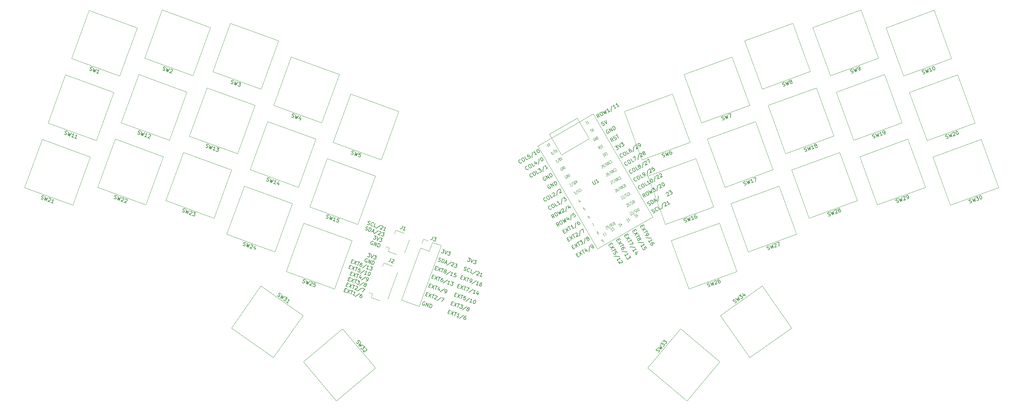
<source format=gto>
%TF.GenerationSoftware,KiCad,Pcbnew,7.0.1-0*%
%TF.CreationDate,2023-04-15T20:22:23-04:00*%
%TF.ProjectId,fidrildi3,66696472-696c-4646-9933-2e6b69636164,rev?*%
%TF.SameCoordinates,Original*%
%TF.FileFunction,Legend,Top*%
%TF.FilePolarity,Positive*%
%FSLAX46Y46*%
G04 Gerber Fmt 4.6, Leading zero omitted, Abs format (unit mm)*
G04 Created by KiCad (PCBNEW 7.0.1-0) date 2023-04-15 20:22:23*
%MOMM*%
%LPD*%
G01*
G04 APERTURE LIST*
G04 Aperture macros list*
%AMRoundRect*
0 Rectangle with rounded corners*
0 $1 Rounding radius*
0 $2 $3 $4 $5 $6 $7 $8 $9 X,Y pos of 4 corners*
0 Add a 4 corners polygon primitive as box body*
4,1,4,$2,$3,$4,$5,$6,$7,$8,$9,$2,$3,0*
0 Add four circle primitives for the rounded corners*
1,1,$1+$1,$2,$3*
1,1,$1+$1,$4,$5*
1,1,$1+$1,$6,$7*
1,1,$1+$1,$8,$9*
0 Add four rect primitives between the rounded corners*
20,1,$1+$1,$2,$3,$4,$5,0*
20,1,$1+$1,$4,$5,$6,$7,0*
20,1,$1+$1,$6,$7,$8,$9,0*
20,1,$1+$1,$8,$9,$2,$3,0*%
%AMHorizOval*
0 Thick line with rounded ends*
0 $1 width*
0 $2 $3 position (X,Y) of the first rounded end (center of the circle)*
0 $4 $5 position (X,Y) of the second rounded end (center of the circle)*
0 Add line between two ends*
20,1,$1,$2,$3,$4,$5,0*
0 Add two circle primitives to create the rounded ends*
1,1,$1,$2,$3*
1,1,$1,$4,$5*%
%AMRotRect*
0 Rectangle, with rotation*
0 The origin of the aperture is its center*
0 $1 length*
0 $2 width*
0 $3 Rotation angle, in degrees counterclockwise*
0 Add horizontal line*
21,1,$1,$2,0,0,$3*%
G04 Aperture macros list end*
%ADD10C,0.150000*%
%ADD11C,0.125000*%
%ADD12C,0.120000*%
%ADD13C,0.100000*%
%ADD14C,1.750000*%
%ADD15C,3.100000*%
%ADD16C,4.000000*%
%ADD17RotRect,1.700000X1.700000X340.000000*%
%ADD18HorizOval,1.700000X0.000000X0.000000X0.000000X0.000000X0*%
%ADD19RoundRect,0.250000X0.491093X-0.551206X0.730507X0.106579X-0.491093X0.551206X-0.730507X-0.106579X0*%
%ADD20RoundRect,0.150000X0.536005X-0.354716X0.638611X-0.072809X-0.536005X0.354716X-0.638611X0.072809X0*%
%ADD21C,1.600000*%
G04 APERTURE END LIST*
D10*
X219102447Y-138418276D02*
X218996159Y-138424656D01*
X218996159Y-138424656D02*
X218872441Y-138496084D01*
X218872441Y-138496084D02*
X218772533Y-138608752D01*
X218772533Y-138608752D02*
X218737673Y-138738850D01*
X218737673Y-138738850D02*
X218744053Y-138845138D01*
X218744053Y-138845138D02*
X218798052Y-139033905D01*
X218798052Y-139033905D02*
X218869481Y-139157623D01*
X218869481Y-139157623D02*
X219005958Y-139298770D01*
X219005958Y-139298770D02*
X219094816Y-139357439D01*
X219094816Y-139357439D02*
X219224914Y-139392299D01*
X219224914Y-139392299D02*
X219372441Y-139362110D01*
X219372441Y-139362110D02*
X219454920Y-139314491D01*
X219454920Y-139314491D02*
X219554828Y-139201823D01*
X219554828Y-139201823D02*
X219572258Y-139136774D01*
X219572258Y-139136774D02*
X219405591Y-138848099D01*
X219405591Y-138848099D02*
X219240634Y-138943337D01*
X219991031Y-139004967D02*
X219491031Y-138138941D01*
X219491031Y-138138941D02*
X220485903Y-138719253D01*
X220485903Y-138719253D02*
X219985903Y-137853227D01*
X220898296Y-138481157D02*
X220398296Y-137615132D01*
X220398296Y-137615132D02*
X220604492Y-137496084D01*
X220604492Y-137496084D02*
X220752020Y-137465895D01*
X220752020Y-137465895D02*
X220882117Y-137500755D01*
X220882117Y-137500755D02*
X220970976Y-137559424D01*
X220970976Y-137559424D02*
X221107453Y-137700571D01*
X221107453Y-137700571D02*
X221178882Y-137824289D01*
X221178882Y-137824289D02*
X221232880Y-138013056D01*
X221232880Y-138013056D02*
X221239260Y-138119344D01*
X221239260Y-138119344D02*
X221204401Y-138249442D01*
X221204401Y-138249442D02*
X221104492Y-138362110D01*
X221104492Y-138362110D02*
X220898296Y-138481157D01*
X196737132Y-164165398D02*
X196855087Y-164259006D01*
X196855087Y-164259006D02*
X197078823Y-164340439D01*
X197078823Y-164340439D02*
X197184605Y-164328265D01*
X197184605Y-164328265D02*
X197245639Y-164299805D01*
X197245639Y-164299805D02*
X197322959Y-164226597D01*
X197322959Y-164226597D02*
X197355533Y-164137102D01*
X197355533Y-164137102D02*
X197343359Y-164031321D01*
X197343359Y-164031321D02*
X197314898Y-163970287D01*
X197314898Y-163970287D02*
X197241690Y-163892966D01*
X197241690Y-163892966D02*
X197078988Y-163783072D01*
X197078988Y-163783072D02*
X197005780Y-163705752D01*
X197005780Y-163705752D02*
X196977319Y-163644718D01*
X196977319Y-163644718D02*
X196965145Y-163538937D01*
X196965145Y-163538937D02*
X196997719Y-163449442D01*
X196997719Y-163449442D02*
X197075039Y-163376234D01*
X197075039Y-163376234D02*
X197136073Y-163347774D01*
X197136073Y-163347774D02*
X197241855Y-163335600D01*
X197241855Y-163335600D02*
X197465591Y-163417033D01*
X197465591Y-163417033D02*
X197583546Y-163510640D01*
X198230079Y-164658111D02*
X198169045Y-164686572D01*
X198169045Y-164686572D02*
X198018516Y-164682459D01*
X198018516Y-164682459D02*
X197929022Y-164649886D01*
X197929022Y-164649886D02*
X197811066Y-164556279D01*
X197811066Y-164556279D02*
X197754145Y-164434211D01*
X197754145Y-164434211D02*
X197741971Y-164328430D01*
X197741971Y-164328430D02*
X197762371Y-164133154D01*
X197762371Y-164133154D02*
X197811231Y-163998912D01*
X197811231Y-163998912D02*
X197921125Y-163836210D01*
X197921125Y-163836210D02*
X197998445Y-163763002D01*
X197998445Y-163763002D02*
X198120513Y-163706081D01*
X198120513Y-163706081D02*
X198271042Y-163710193D01*
X198271042Y-163710193D02*
X198360536Y-163742767D01*
X198360536Y-163742767D02*
X198478491Y-163836374D01*
X198478491Y-163836374D02*
X198506952Y-163897408D01*
X199047703Y-165057053D02*
X198600231Y-164894186D01*
X198600231Y-164894186D02*
X198942251Y-163954493D01*
X200390450Y-164430920D02*
X199145259Y-165345936D01*
X200610074Y-164662882D02*
X200671108Y-164634421D01*
X200671108Y-164634421D02*
X200776889Y-164622247D01*
X200776889Y-164622247D02*
X201000625Y-164703680D01*
X201000625Y-164703680D02*
X201073833Y-164781001D01*
X201073833Y-164781001D02*
X201102294Y-164842035D01*
X201102294Y-164842035D02*
X201114468Y-164947816D01*
X201114468Y-164947816D02*
X201081894Y-165037311D01*
X201081894Y-165037311D02*
X200988287Y-165155266D01*
X200988287Y-165155266D02*
X200255880Y-165496793D01*
X200255880Y-165496793D02*
X200837594Y-165708520D01*
X201732540Y-166034253D02*
X201195572Y-165838813D01*
X201464056Y-165936533D02*
X201806076Y-164996841D01*
X201806076Y-164996841D02*
X201667722Y-165098509D01*
X201667722Y-165098509D02*
X201545654Y-165155430D01*
X201545654Y-165155430D02*
X201439872Y-165167604D01*
X239518664Y-155693101D02*
X239685331Y-155981776D01*
X239303127Y-156367399D02*
X239065032Y-155955006D01*
X239065032Y-155955006D02*
X239931058Y-155455006D01*
X239931058Y-155455006D02*
X240169153Y-155867399D01*
X240335819Y-156156074D02*
X239803127Y-157233424D01*
X240669153Y-156733424D02*
X239469794Y-156656074D01*
X240788200Y-156939621D02*
X241073915Y-157434492D01*
X240065032Y-157687056D02*
X240931058Y-157187056D01*
X241454867Y-158094321D02*
X241359629Y-157929364D01*
X241359629Y-157929364D02*
X241270771Y-157870695D01*
X241270771Y-157870695D02*
X241205722Y-157853265D01*
X241205722Y-157853265D02*
X241034385Y-157842215D01*
X241034385Y-157842215D02*
X240845618Y-157896214D01*
X240845618Y-157896214D02*
X240515704Y-158086690D01*
X240515704Y-158086690D02*
X240457035Y-158175549D01*
X240457035Y-158175549D02*
X240439605Y-158240597D01*
X240439605Y-158240597D02*
X240445985Y-158346886D01*
X240445985Y-158346886D02*
X240541223Y-158511843D01*
X240541223Y-158511843D02*
X240630081Y-158570512D01*
X240630081Y-158570512D02*
X240695130Y-158587942D01*
X240695130Y-158587942D02*
X240801418Y-158581562D01*
X240801418Y-158581562D02*
X241007615Y-158462514D01*
X241007615Y-158462514D02*
X241066284Y-158373656D01*
X241066284Y-158373656D02*
X241083714Y-158308607D01*
X241083714Y-158308607D02*
X241077334Y-158202319D01*
X241077334Y-158202319D02*
X240982096Y-158037362D01*
X240982096Y-158037362D02*
X240893237Y-157978693D01*
X240893237Y-157978693D02*
X240828188Y-157961263D01*
X240828188Y-157961263D02*
X240721900Y-157967643D01*
X242115154Y-159142734D02*
X240573122Y-159043283D01*
X241636461Y-160408851D02*
X241350747Y-159913979D01*
X241493604Y-160161415D02*
X242359629Y-159661415D01*
X242359629Y-159661415D02*
X242188292Y-159650365D01*
X242188292Y-159650365D02*
X242058195Y-159615505D01*
X242058195Y-159615505D02*
X241969336Y-159556836D01*
X242669153Y-160197526D02*
X242978677Y-160733637D01*
X242978677Y-160733637D02*
X242482096Y-160635438D01*
X242482096Y-160635438D02*
X242553524Y-160759156D01*
X242553524Y-160759156D02*
X242559904Y-160865444D01*
X242559904Y-160865444D02*
X242542474Y-160930493D01*
X242542474Y-160930493D02*
X242483805Y-161019351D01*
X242483805Y-161019351D02*
X242277609Y-161138399D01*
X242277609Y-161138399D02*
X242171320Y-161144779D01*
X242171320Y-161144779D02*
X242106272Y-161127349D01*
X242106272Y-161127349D02*
X242017413Y-161068680D01*
X242017413Y-161068680D02*
X241874556Y-160821244D01*
X241874556Y-160821244D02*
X241868176Y-160714956D01*
X241868176Y-160714956D02*
X241885606Y-160649907D01*
X237328664Y-156943101D02*
X237495331Y-157231776D01*
X237113127Y-157617399D02*
X236875032Y-157205006D01*
X236875032Y-157205006D02*
X237741058Y-156705006D01*
X237741058Y-156705006D02*
X237979153Y-157117399D01*
X238145819Y-157406074D02*
X237613127Y-158483424D01*
X238479153Y-157983424D02*
X237279794Y-157906074D01*
X238598200Y-158189621D02*
X238883915Y-158684492D01*
X237875032Y-158937056D02*
X238741058Y-158437056D01*
X239288677Y-159385561D02*
X239050582Y-158973168D01*
X239050582Y-158973168D02*
X238614379Y-159170024D01*
X238614379Y-159170024D02*
X238679428Y-159187453D01*
X238679428Y-159187453D02*
X238768286Y-159246122D01*
X238768286Y-159246122D02*
X238887334Y-159452319D01*
X238887334Y-159452319D02*
X238893714Y-159558607D01*
X238893714Y-159558607D02*
X238876284Y-159623656D01*
X238876284Y-159623656D02*
X238817615Y-159712514D01*
X238817615Y-159712514D02*
X238611418Y-159831562D01*
X238611418Y-159831562D02*
X238505130Y-159837942D01*
X238505130Y-159837942D02*
X238440081Y-159820512D01*
X238440081Y-159820512D02*
X238351223Y-159761843D01*
X238351223Y-159761843D02*
X238232175Y-159555646D01*
X238232175Y-159555646D02*
X238225795Y-159449358D01*
X238225795Y-159449358D02*
X238243225Y-159384309D01*
X239925154Y-160392734D02*
X238383122Y-160293283D01*
X239446461Y-161658851D02*
X239160747Y-161163979D01*
X239303604Y-161411415D02*
X240169629Y-160911415D01*
X240169629Y-160911415D02*
X239998292Y-160900365D01*
X239998292Y-160900365D02*
X239868195Y-160865505D01*
X239868195Y-160865505D02*
X239779336Y-160806836D01*
X240420484Y-161536384D02*
X240485533Y-161553814D01*
X240485533Y-161553814D02*
X240574391Y-161612483D01*
X240574391Y-161612483D02*
X240693439Y-161818680D01*
X240693439Y-161818680D02*
X240699818Y-161924968D01*
X240699818Y-161924968D02*
X240682389Y-161990017D01*
X240682389Y-161990017D02*
X240623720Y-162078875D01*
X240623720Y-162078875D02*
X240541241Y-162126494D01*
X240541241Y-162126494D02*
X240393714Y-162156683D01*
X240393714Y-162156683D02*
X239613128Y-161947526D01*
X239613128Y-161947526D02*
X239922651Y-162483637D01*
X170059678Y-151484092D02*
X170177633Y-151577699D01*
X170177633Y-151577699D02*
X170401369Y-151659132D01*
X170401369Y-151659132D02*
X170507150Y-151646958D01*
X170507150Y-151646958D02*
X170568184Y-151618498D01*
X170568184Y-151618498D02*
X170645505Y-151545290D01*
X170645505Y-151545290D02*
X170678078Y-151455795D01*
X170678078Y-151455795D02*
X170665904Y-151350014D01*
X170665904Y-151350014D02*
X170637444Y-151288980D01*
X170637444Y-151288980D02*
X170564236Y-151211660D01*
X170564236Y-151211660D02*
X170401533Y-151101766D01*
X170401533Y-151101766D02*
X170328326Y-151024445D01*
X170328326Y-151024445D02*
X170299865Y-150963411D01*
X170299865Y-150963411D02*
X170287691Y-150857630D01*
X170287691Y-150857630D02*
X170320264Y-150768135D01*
X170320264Y-150768135D02*
X170397585Y-150694927D01*
X170397585Y-150694927D02*
X170458619Y-150666467D01*
X170458619Y-150666467D02*
X170564400Y-150654293D01*
X170564400Y-150654293D02*
X170788136Y-150735726D01*
X170788136Y-150735726D02*
X170906092Y-150829334D01*
X171552624Y-151976805D02*
X171491590Y-152005265D01*
X171491590Y-152005265D02*
X171341062Y-152001152D01*
X171341062Y-152001152D02*
X171251567Y-151968579D01*
X171251567Y-151968579D02*
X171133612Y-151874972D01*
X171133612Y-151874972D02*
X171076691Y-151752904D01*
X171076691Y-151752904D02*
X171064517Y-151647123D01*
X171064517Y-151647123D02*
X171084916Y-151451847D01*
X171084916Y-151451847D02*
X171133776Y-151317605D01*
X171133776Y-151317605D02*
X171243670Y-151154903D01*
X171243670Y-151154903D02*
X171320991Y-151081695D01*
X171320991Y-151081695D02*
X171443059Y-151024774D01*
X171443059Y-151024774D02*
X171593587Y-151028886D01*
X171593587Y-151028886D02*
X171683082Y-151061460D01*
X171683082Y-151061460D02*
X171801037Y-151155067D01*
X171801037Y-151155067D02*
X171829498Y-151216101D01*
X172370249Y-152375746D02*
X171922776Y-152212879D01*
X171922776Y-152212879D02*
X172264796Y-151273186D01*
X173712996Y-151749613D02*
X172467805Y-152664629D01*
X173932619Y-151981575D02*
X173993653Y-151953114D01*
X173993653Y-151953114D02*
X174099434Y-151940940D01*
X174099434Y-151940940D02*
X174323171Y-152022374D01*
X174323171Y-152022374D02*
X174396379Y-152099694D01*
X174396379Y-152099694D02*
X174424839Y-152160728D01*
X174424839Y-152160728D02*
X174437013Y-152266509D01*
X174437013Y-152266509D02*
X174404440Y-152356004D01*
X174404440Y-152356004D02*
X174310833Y-152473959D01*
X174310833Y-152473959D02*
X173578425Y-152815486D01*
X173578425Y-152815486D02*
X174160140Y-153027213D01*
X175055085Y-153352946D02*
X174518118Y-153157506D01*
X174786602Y-153255226D02*
X175128622Y-152315534D01*
X175128622Y-152315534D02*
X174990267Y-152417202D01*
X174990267Y-152417202D02*
X174868199Y-152474123D01*
X174868199Y-152474123D02*
X174762418Y-152486297D01*
X169460857Y-152990107D02*
X169578813Y-153083714D01*
X169578813Y-153083714D02*
X169802549Y-153165148D01*
X169802549Y-153165148D02*
X169908330Y-153152974D01*
X169908330Y-153152974D02*
X169969364Y-153124513D01*
X169969364Y-153124513D02*
X170046685Y-153051305D01*
X170046685Y-153051305D02*
X170079258Y-152961811D01*
X170079258Y-152961811D02*
X170067084Y-152856029D01*
X170067084Y-152856029D02*
X170038623Y-152794995D01*
X170038623Y-152794995D02*
X169965416Y-152717675D01*
X169965416Y-152717675D02*
X169802713Y-152607781D01*
X169802713Y-152607781D02*
X169729505Y-152530460D01*
X169729505Y-152530460D02*
X169701045Y-152469426D01*
X169701045Y-152469426D02*
X169688871Y-152363645D01*
X169688871Y-152363645D02*
X169721444Y-152274151D01*
X169721444Y-152274151D02*
X169798765Y-152200943D01*
X169798765Y-152200943D02*
X169859799Y-152172482D01*
X169859799Y-152172482D02*
X169965580Y-152160308D01*
X169965580Y-152160308D02*
X170189316Y-152241742D01*
X170189316Y-152241742D02*
X170307271Y-152335349D01*
X170384263Y-153376874D02*
X170726284Y-152437182D01*
X170726284Y-152437182D02*
X170950020Y-152518615D01*
X170950020Y-152518615D02*
X171067975Y-152612222D01*
X171067975Y-152612222D02*
X171124896Y-152734290D01*
X171124896Y-152734290D02*
X171137070Y-152840071D01*
X171137070Y-152840071D02*
X171116671Y-153035347D01*
X171116671Y-153035347D02*
X171067811Y-153169589D01*
X171067811Y-153169589D02*
X170957917Y-153332291D01*
X170957917Y-153332291D02*
X170880596Y-153405499D01*
X170880596Y-153405499D02*
X170758528Y-153462420D01*
X170758528Y-153462420D02*
X170608000Y-153458308D01*
X170608000Y-153458308D02*
X170384263Y-153376874D01*
X171376929Y-153434124D02*
X171824401Y-153596991D01*
X171189714Y-153670034D02*
X171844965Y-152844349D01*
X171844965Y-152844349D02*
X171816176Y-153898048D01*
X173158923Y-153271915D02*
X171913732Y-154186931D01*
X173378546Y-153503877D02*
X173439580Y-153475416D01*
X173439580Y-153475416D02*
X173545361Y-153463242D01*
X173545361Y-153463242D02*
X173769098Y-153544676D01*
X173769098Y-153544676D02*
X173842306Y-153621996D01*
X173842306Y-153621996D02*
X173870766Y-153683030D01*
X173870766Y-153683030D02*
X173882940Y-153788811D01*
X173882940Y-153788811D02*
X173850367Y-153878306D01*
X173850367Y-153878306D02*
X173756760Y-153996261D01*
X173756760Y-153996261D02*
X173024352Y-154337788D01*
X173024352Y-154337788D02*
X173606067Y-154549515D01*
X174261318Y-153723829D02*
X174843032Y-153935556D01*
X174843032Y-153935556D02*
X174399508Y-154179527D01*
X174399508Y-154179527D02*
X174533750Y-154228387D01*
X174533750Y-154228387D02*
X174606958Y-154305708D01*
X174606958Y-154305708D02*
X174635418Y-154366742D01*
X174635418Y-154366742D02*
X174647592Y-154472523D01*
X174647592Y-154472523D02*
X174566159Y-154696259D01*
X174566159Y-154696259D02*
X174488838Y-154769467D01*
X174488838Y-154769467D02*
X174427804Y-154797928D01*
X174427804Y-154797928D02*
X174322023Y-154810102D01*
X174322023Y-154810102D02*
X174053539Y-154712382D01*
X174053539Y-154712382D02*
X173980332Y-154635061D01*
X173980332Y-154635061D02*
X173951871Y-154574027D01*
X172006848Y-154627237D02*
X172588563Y-154838964D01*
X172588563Y-154838964D02*
X172145039Y-155082935D01*
X172145039Y-155082935D02*
X172279280Y-155131795D01*
X172279280Y-155131795D02*
X172352488Y-155209116D01*
X172352488Y-155209116D02*
X172380949Y-155270150D01*
X172380949Y-155270150D02*
X172393123Y-155375931D01*
X172393123Y-155375931D02*
X172311689Y-155599668D01*
X172311689Y-155599668D02*
X172234369Y-155672875D01*
X172234369Y-155672875D02*
X172173335Y-155701336D01*
X172173335Y-155701336D02*
X172067554Y-155713510D01*
X172067554Y-155713510D02*
X171799070Y-155615790D01*
X171799070Y-155615790D02*
X171725862Y-155538469D01*
X171725862Y-155538469D02*
X171697402Y-155477435D01*
X172857047Y-154936684D02*
X172828257Y-155990383D01*
X172828257Y-155990383D02*
X173483508Y-155164698D01*
X173707245Y-155246131D02*
X174288959Y-155457858D01*
X174288959Y-155457858D02*
X173845435Y-155701829D01*
X173845435Y-155701829D02*
X173979677Y-155750689D01*
X173979677Y-155750689D02*
X174052885Y-155828010D01*
X174052885Y-155828010D02*
X174081345Y-155889044D01*
X174081345Y-155889044D02*
X174093519Y-155994825D01*
X174093519Y-155994825D02*
X174012086Y-156218561D01*
X174012086Y-156218561D02*
X173934765Y-156291769D01*
X173934765Y-156291769D02*
X173873731Y-156320230D01*
X173873731Y-156320230D02*
X173767950Y-156332404D01*
X173767950Y-156332404D02*
X173499466Y-156234684D01*
X173499466Y-156234684D02*
X173426259Y-156157363D01*
X173426259Y-156157363D02*
X173397798Y-156096329D01*
X171749720Y-156308293D02*
X171676512Y-156230973D01*
X171676512Y-156230973D02*
X171542270Y-156182113D01*
X171542270Y-156182113D02*
X171391742Y-156178000D01*
X171391742Y-156178000D02*
X171269674Y-156234921D01*
X171269674Y-156234921D02*
X171192353Y-156308129D01*
X171192353Y-156308129D02*
X171082459Y-156470831D01*
X171082459Y-156470831D02*
X171033599Y-156605073D01*
X171033599Y-156605073D02*
X171013200Y-156800349D01*
X171013200Y-156800349D02*
X171025374Y-156906130D01*
X171025374Y-156906130D02*
X171082295Y-157028198D01*
X171082295Y-157028198D02*
X171200250Y-157121805D01*
X171200250Y-157121805D02*
X171289745Y-157154379D01*
X171289745Y-157154379D02*
X171440273Y-157158491D01*
X171440273Y-157158491D02*
X171501307Y-157130031D01*
X171501307Y-157130031D02*
X171615314Y-156816800D01*
X171615314Y-156816800D02*
X171436325Y-156751653D01*
X171871459Y-157366105D02*
X172213479Y-156426413D01*
X172213479Y-156426413D02*
X172408426Y-157561546D01*
X172408426Y-157561546D02*
X172750446Y-156621853D01*
X172855899Y-157724412D02*
X173197919Y-156784720D01*
X173197919Y-156784720D02*
X173421655Y-156866153D01*
X173421655Y-156866153D02*
X173539611Y-156959760D01*
X173539611Y-156959760D02*
X173596532Y-157081828D01*
X173596532Y-157081828D02*
X173608706Y-157187609D01*
X173608706Y-157187609D02*
X173588306Y-157382885D01*
X173588306Y-157382885D02*
X173539446Y-157517127D01*
X173539446Y-157517127D02*
X173429552Y-157679829D01*
X173429552Y-157679829D02*
X173352232Y-157753037D01*
X173352232Y-157753037D02*
X173230164Y-157809958D01*
X173230164Y-157809958D02*
X173079635Y-157805846D01*
X173079635Y-157805846D02*
X172855899Y-157724412D01*
X236592447Y-125378276D02*
X236486159Y-125384656D01*
X236486159Y-125384656D02*
X236362441Y-125456084D01*
X236362441Y-125456084D02*
X236262533Y-125568752D01*
X236262533Y-125568752D02*
X236227673Y-125698850D01*
X236227673Y-125698850D02*
X236234053Y-125805138D01*
X236234053Y-125805138D02*
X236288052Y-125993905D01*
X236288052Y-125993905D02*
X236359481Y-126117623D01*
X236359481Y-126117623D02*
X236495958Y-126258770D01*
X236495958Y-126258770D02*
X236584816Y-126317439D01*
X236584816Y-126317439D02*
X236714914Y-126352299D01*
X236714914Y-126352299D02*
X236862441Y-126322110D01*
X236862441Y-126322110D02*
X236944920Y-126274491D01*
X236944920Y-126274491D02*
X237044828Y-126161823D01*
X237044828Y-126161823D02*
X237062258Y-126096774D01*
X237062258Y-126096774D02*
X236895591Y-125808099D01*
X236895591Y-125808099D02*
X236730634Y-125903337D01*
X237481031Y-125964967D02*
X236981031Y-125098941D01*
X236981031Y-125098941D02*
X237975903Y-125679253D01*
X237975903Y-125679253D02*
X237475903Y-124813227D01*
X238388296Y-125441157D02*
X237888296Y-124575132D01*
X237888296Y-124575132D02*
X238094492Y-124456084D01*
X238094492Y-124456084D02*
X238242020Y-124425895D01*
X238242020Y-124425895D02*
X238372117Y-124460755D01*
X238372117Y-124460755D02*
X238460976Y-124519424D01*
X238460976Y-124519424D02*
X238597453Y-124660571D01*
X238597453Y-124660571D02*
X238668882Y-124784289D01*
X238668882Y-124784289D02*
X238722880Y-124973056D01*
X238722880Y-124973056D02*
X238729260Y-125079344D01*
X238729260Y-125079344D02*
X238694401Y-125209442D01*
X238694401Y-125209442D02*
X238594492Y-125322110D01*
X238594492Y-125322110D02*
X238388296Y-125441157D01*
X228113101Y-160111335D02*
X228401776Y-159944668D01*
X228787399Y-160326872D02*
X228375006Y-160564967D01*
X228375006Y-160564967D02*
X227875006Y-159698941D01*
X227875006Y-159698941D02*
X228287399Y-159460846D01*
X228576074Y-159294180D02*
X229653424Y-159826872D01*
X229153424Y-158960846D02*
X229076074Y-160160205D01*
X229359621Y-158841799D02*
X229854492Y-158556084D01*
X230107056Y-159564967D02*
X229607056Y-158698941D01*
X230680988Y-158463807D02*
X231014321Y-159041157D01*
X230284315Y-158252940D02*
X230435262Y-158990577D01*
X230435262Y-158990577D02*
X230971373Y-158681053D01*
X231562734Y-157514845D02*
X231463283Y-159056877D01*
X232416458Y-158231633D02*
X232581415Y-158136395D01*
X232581415Y-158136395D02*
X232640084Y-158047537D01*
X232640084Y-158047537D02*
X232657514Y-157982488D01*
X232657514Y-157982488D02*
X232668564Y-157811151D01*
X232668564Y-157811151D02*
X232614565Y-157622384D01*
X232614565Y-157622384D02*
X232424089Y-157292470D01*
X232424089Y-157292470D02*
X232335231Y-157233801D01*
X232335231Y-157233801D02*
X232270182Y-157216371D01*
X232270182Y-157216371D02*
X232163894Y-157222751D01*
X232163894Y-157222751D02*
X231998936Y-157317989D01*
X231998936Y-157317989D02*
X231940267Y-157406847D01*
X231940267Y-157406847D02*
X231922838Y-157471896D01*
X231922838Y-157471896D02*
X231929217Y-157578184D01*
X231929217Y-157578184D02*
X232048265Y-157784381D01*
X232048265Y-157784381D02*
X232137123Y-157843050D01*
X232137123Y-157843050D02*
X232202172Y-157860480D01*
X232202172Y-157860480D02*
X232308460Y-157854100D01*
X232308460Y-157854100D02*
X232473417Y-157758862D01*
X232473417Y-157758862D02*
X232532086Y-157670003D01*
X232532086Y-157670003D02*
X232549516Y-157604955D01*
X232549516Y-157604955D02*
X232543137Y-157498666D01*
X221979877Y-149579253D02*
X221453107Y-149333526D01*
X221485006Y-149864967D02*
X220985006Y-148998941D01*
X220985006Y-148998941D02*
X221314920Y-148808465D01*
X221314920Y-148808465D02*
X221421208Y-148802086D01*
X221421208Y-148802086D02*
X221486257Y-148819515D01*
X221486257Y-148819515D02*
X221575115Y-148878184D01*
X221575115Y-148878184D02*
X221646544Y-149001902D01*
X221646544Y-149001902D02*
X221652924Y-149108190D01*
X221652924Y-149108190D02*
X221635494Y-149173239D01*
X221635494Y-149173239D02*
X221576825Y-149262098D01*
X221576825Y-149262098D02*
X221246910Y-149452574D01*
X222015988Y-148403703D02*
X222180945Y-148308465D01*
X222180945Y-148308465D02*
X222287234Y-148302086D01*
X222287234Y-148302086D02*
X222417331Y-148336945D01*
X222417331Y-148336945D02*
X222553809Y-148478093D01*
X222553809Y-148478093D02*
X222720475Y-148766768D01*
X222720475Y-148766768D02*
X222774474Y-148955535D01*
X222774474Y-148955535D02*
X222739614Y-149085632D01*
X222739614Y-149085632D02*
X222680945Y-149174491D01*
X222680945Y-149174491D02*
X222515988Y-149269729D01*
X222515988Y-149269729D02*
X222409700Y-149276109D01*
X222409700Y-149276109D02*
X222279602Y-149241249D01*
X222279602Y-149241249D02*
X222143125Y-149100101D01*
X222143125Y-149100101D02*
X221976458Y-148811426D01*
X221976458Y-148811426D02*
X221922460Y-148622659D01*
X221922460Y-148622659D02*
X221957319Y-148492562D01*
X221957319Y-148492562D02*
X222015988Y-148403703D01*
X222675817Y-148022751D02*
X223382014Y-148769729D01*
X223382014Y-148769729D02*
X223189828Y-148055901D01*
X223189828Y-148055901D02*
X223711928Y-148579253D01*
X223711928Y-148579253D02*
X223418124Y-147594180D01*
X223754419Y-147509992D02*
X223771848Y-147444943D01*
X223771848Y-147444943D02*
X223830517Y-147356084D01*
X223830517Y-147356084D02*
X224036714Y-147237037D01*
X224036714Y-147237037D02*
X224143002Y-147230657D01*
X224143002Y-147230657D02*
X224208051Y-147248087D01*
X224208051Y-147248087D02*
X224296909Y-147306756D01*
X224296909Y-147306756D02*
X224344528Y-147389235D01*
X224344528Y-147389235D02*
X224374718Y-147536762D01*
X224374718Y-147536762D02*
X224165560Y-148317348D01*
X224165560Y-148317348D02*
X224701671Y-148007824D01*
X225167605Y-146529131D02*
X225068155Y-148071163D01*
X226017910Y-146478093D02*
X226351243Y-147055443D01*
X225621237Y-146267226D02*
X225772184Y-147004863D01*
X225772184Y-147004863D02*
X226308295Y-146695339D01*
X249229957Y-148407537D02*
X249377484Y-148377348D01*
X249377484Y-148377348D02*
X249583681Y-148258300D01*
X249583681Y-148258300D02*
X249642350Y-148169442D01*
X249642350Y-148169442D02*
X249659780Y-148104393D01*
X249659780Y-148104393D02*
X249653400Y-147998105D01*
X249653400Y-147998105D02*
X249605781Y-147915626D01*
X249605781Y-147915626D02*
X249516922Y-147856957D01*
X249516922Y-147856957D02*
X249451874Y-147839527D01*
X249451874Y-147839527D02*
X249345585Y-147845907D01*
X249345585Y-147845907D02*
X249156819Y-147899906D01*
X249156819Y-147899906D02*
X249050531Y-147906286D01*
X249050531Y-147906286D02*
X248985482Y-147888856D01*
X248985482Y-147888856D02*
X248896623Y-147830187D01*
X248896623Y-147830187D02*
X248849004Y-147747708D01*
X248849004Y-147747708D02*
X248842625Y-147641420D01*
X248842625Y-147641420D02*
X248860054Y-147576371D01*
X248860054Y-147576371D02*
X248918723Y-147487513D01*
X248918723Y-147487513D02*
X249124920Y-147368465D01*
X249124920Y-147368465D02*
X249272447Y-147338276D01*
X250567044Y-147580583D02*
X250549615Y-147645632D01*
X250549615Y-147645632D02*
X250449706Y-147758300D01*
X250449706Y-147758300D02*
X250367228Y-147805919D01*
X250367228Y-147805919D02*
X250219700Y-147836108D01*
X250219700Y-147836108D02*
X250089602Y-147801249D01*
X250089602Y-147801249D02*
X250000744Y-147742580D01*
X250000744Y-147742580D02*
X249864267Y-147601432D01*
X249864267Y-147601432D02*
X249792838Y-147477714D01*
X249792838Y-147477714D02*
X249738839Y-147288947D01*
X249738839Y-147288947D02*
X249732460Y-147182659D01*
X249732460Y-147182659D02*
X249767319Y-147052562D01*
X249767319Y-147052562D02*
X249867228Y-146939894D01*
X249867228Y-146939894D02*
X249949706Y-146892275D01*
X249949706Y-146892275D02*
X250097234Y-146862086D01*
X250097234Y-146862086D02*
X250162282Y-146879515D01*
X251398210Y-147210681D02*
X250985817Y-147448776D01*
X250985817Y-147448776D02*
X250485817Y-146582751D01*
X251781665Y-145779607D02*
X251682215Y-147321639D01*
X252100530Y-145760468D02*
X252117960Y-145695419D01*
X252117960Y-145695419D02*
X252176629Y-145606560D01*
X252176629Y-145606560D02*
X252382825Y-145487513D01*
X252382825Y-145487513D02*
X252489113Y-145481133D01*
X252489113Y-145481133D02*
X252554162Y-145498563D01*
X252554162Y-145498563D02*
X252643021Y-145557232D01*
X252643021Y-145557232D02*
X252690640Y-145639711D01*
X252690640Y-145639711D02*
X252720829Y-145787238D01*
X252720829Y-145787238D02*
X252511671Y-146567824D01*
X252511671Y-146567824D02*
X253047782Y-146258300D01*
X253872569Y-145782110D02*
X253377697Y-146067824D01*
X253625133Y-145924967D02*
X253125133Y-145058941D01*
X253125133Y-145058941D02*
X253114083Y-145230278D01*
X253114083Y-145230278D02*
X253079223Y-145360376D01*
X253079223Y-145360376D02*
X253020554Y-145449234D01*
X243432258Y-137156774D02*
X243414828Y-137221823D01*
X243414828Y-137221823D02*
X243314920Y-137334491D01*
X243314920Y-137334491D02*
X243232441Y-137382110D01*
X243232441Y-137382110D02*
X243084914Y-137412299D01*
X243084914Y-137412299D02*
X242954816Y-137377439D01*
X242954816Y-137377439D02*
X242865958Y-137318770D01*
X242865958Y-137318770D02*
X242729481Y-137177623D01*
X242729481Y-137177623D02*
X242658052Y-137053905D01*
X242658052Y-137053905D02*
X242604053Y-136865138D01*
X242604053Y-136865138D02*
X242597673Y-136758850D01*
X242597673Y-136758850D02*
X242632533Y-136628752D01*
X242632533Y-136628752D02*
X242732441Y-136516084D01*
X242732441Y-136516084D02*
X242814920Y-136468465D01*
X242814920Y-136468465D02*
X242962447Y-136438276D01*
X242962447Y-136438276D02*
X243027496Y-136455706D01*
X243515988Y-136063703D02*
X243680945Y-135968465D01*
X243680945Y-135968465D02*
X243787234Y-135962086D01*
X243787234Y-135962086D02*
X243917331Y-135996945D01*
X243917331Y-135996945D02*
X244053809Y-136138093D01*
X244053809Y-136138093D02*
X244220475Y-136426768D01*
X244220475Y-136426768D02*
X244274474Y-136615535D01*
X244274474Y-136615535D02*
X244239614Y-136745632D01*
X244239614Y-136745632D02*
X244180945Y-136834491D01*
X244180945Y-136834491D02*
X244015988Y-136929729D01*
X244015988Y-136929729D02*
X243909700Y-136936109D01*
X243909700Y-136936109D02*
X243779602Y-136901249D01*
X243779602Y-136901249D02*
X243643125Y-136760101D01*
X243643125Y-136760101D02*
X243476458Y-136471426D01*
X243476458Y-136471426D02*
X243422460Y-136282659D01*
X243422460Y-136282659D02*
X243457319Y-136152562D01*
X243457319Y-136152562D02*
X243515988Y-136063703D01*
X245170689Y-136263062D02*
X244758296Y-136501157D01*
X244758296Y-136501157D02*
X244258296Y-135635132D01*
X245297368Y-135530095D02*
X245191079Y-135536475D01*
X245191079Y-135536475D02*
X245126031Y-135519045D01*
X245126031Y-135519045D02*
X245037172Y-135460376D01*
X245037172Y-135460376D02*
X245013363Y-135419137D01*
X245013363Y-135419137D02*
X245006983Y-135312849D01*
X245006983Y-135312849D02*
X245024413Y-135247800D01*
X245024413Y-135247800D02*
X245083082Y-135158941D01*
X245083082Y-135158941D02*
X245248039Y-135063703D01*
X245248039Y-135063703D02*
X245354327Y-135057324D01*
X245354327Y-135057324D02*
X245419376Y-135074753D01*
X245419376Y-135074753D02*
X245508234Y-135133422D01*
X245508234Y-135133422D02*
X245532044Y-135174662D01*
X245532044Y-135174662D02*
X245538424Y-135280950D01*
X245538424Y-135280950D02*
X245520994Y-135345999D01*
X245520994Y-135345999D02*
X245462325Y-135434857D01*
X245462325Y-135434857D02*
X245297368Y-135530095D01*
X245297368Y-135530095D02*
X245238699Y-135618953D01*
X245238699Y-135618953D02*
X245221269Y-135684002D01*
X245221269Y-135684002D02*
X245227648Y-135790290D01*
X245227648Y-135790290D02*
X245322887Y-135955248D01*
X245322887Y-135955248D02*
X245411745Y-136013917D01*
X245411745Y-136013917D02*
X245476794Y-136031347D01*
X245476794Y-136031347D02*
X245583082Y-136024967D01*
X245583082Y-136024967D02*
X245748039Y-135929729D01*
X245748039Y-135929729D02*
X245806708Y-135840870D01*
X245806708Y-135840870D02*
X245824138Y-135775822D01*
X245824138Y-135775822D02*
X245817758Y-135669533D01*
X245817758Y-135669533D02*
X245722520Y-135504576D01*
X245722520Y-135504576D02*
X245633662Y-135445907D01*
X245633662Y-135445907D02*
X245568613Y-135428477D01*
X245568613Y-135428477D02*
X245462325Y-135434857D01*
X246378930Y-134355797D02*
X246279480Y-135897830D01*
X246697795Y-134336658D02*
X246715224Y-134271609D01*
X246715224Y-134271609D02*
X246773893Y-134182751D01*
X246773893Y-134182751D02*
X246980090Y-134063703D01*
X246980090Y-134063703D02*
X247086378Y-134057324D01*
X247086378Y-134057324D02*
X247151427Y-134074753D01*
X247151427Y-134074753D02*
X247240285Y-134133422D01*
X247240285Y-134133422D02*
X247287904Y-134215901D01*
X247287904Y-134215901D02*
X247318094Y-134363428D01*
X247318094Y-134363428D02*
X247108936Y-135144014D01*
X247108936Y-135144014D02*
X247645047Y-134834491D01*
X247433722Y-133801799D02*
X248011073Y-133468465D01*
X248011073Y-133468465D02*
X248139919Y-134548776D01*
X224348102Y-153577049D02*
X224636777Y-153410382D01*
X225022400Y-153792586D02*
X224610006Y-154030681D01*
X224610006Y-154030681D02*
X224110006Y-153164656D01*
X224110006Y-153164656D02*
X224522400Y-152926561D01*
X224811075Y-152759894D02*
X225888425Y-153292586D01*
X225388425Y-152426561D02*
X225311075Y-153625919D01*
X225594622Y-152307513D02*
X226089493Y-152021799D01*
X226342057Y-153030681D02*
X225842057Y-152164656D01*
X227331801Y-152459253D02*
X226836929Y-152744967D01*
X227084365Y-152602110D02*
X226584365Y-151736084D01*
X226584365Y-151736084D02*
X226573315Y-151907421D01*
X226573315Y-151907421D02*
X226538456Y-152037519D01*
X226538456Y-152037519D02*
X226479786Y-152126377D01*
X227797735Y-150980559D02*
X227698284Y-152522592D01*
X228481373Y-150640846D02*
X228316416Y-150736084D01*
X228316416Y-150736084D02*
X228257747Y-150824943D01*
X228257747Y-150824943D02*
X228240317Y-150889992D01*
X228240317Y-150889992D02*
X228229267Y-151061328D01*
X228229267Y-151061328D02*
X228283266Y-151250095D01*
X228283266Y-151250095D02*
X228473742Y-151580010D01*
X228473742Y-151580010D02*
X228562600Y-151638679D01*
X228562600Y-151638679D02*
X228627649Y-151656109D01*
X228627649Y-151656109D02*
X228733937Y-151649729D01*
X228733937Y-151649729D02*
X228898895Y-151554491D01*
X228898895Y-151554491D02*
X228957564Y-151465632D01*
X228957564Y-151465632D02*
X228974993Y-151400584D01*
X228974993Y-151400584D02*
X228968614Y-151294295D01*
X228968614Y-151294295D02*
X228849566Y-151088099D01*
X228849566Y-151088099D02*
X228760708Y-151029430D01*
X228760708Y-151029430D02*
X228695659Y-151012000D01*
X228695659Y-151012000D02*
X228589371Y-151018380D01*
X228589371Y-151018380D02*
X228424414Y-151113618D01*
X228424414Y-151113618D02*
X228365744Y-151202476D01*
X228365744Y-151202476D02*
X228348315Y-151267525D01*
X228348315Y-151267525D02*
X228354694Y-151373813D01*
X238329877Y-128389253D02*
X237803107Y-128143526D01*
X237835006Y-128674967D02*
X237335006Y-127808941D01*
X237335006Y-127808941D02*
X237664920Y-127618465D01*
X237664920Y-127618465D02*
X237771208Y-127612086D01*
X237771208Y-127612086D02*
X237836257Y-127629515D01*
X237836257Y-127629515D02*
X237925115Y-127688184D01*
X237925115Y-127688184D02*
X237996544Y-127811902D01*
X237996544Y-127811902D02*
X238002924Y-127918190D01*
X238002924Y-127918190D02*
X237985494Y-127983239D01*
X237985494Y-127983239D02*
X237926825Y-128072098D01*
X237926825Y-128072098D02*
X237596910Y-128262574D01*
X238635982Y-128157537D02*
X238783510Y-128127348D01*
X238783510Y-128127348D02*
X238989706Y-128008300D01*
X238989706Y-128008300D02*
X239048375Y-127919442D01*
X239048375Y-127919442D02*
X239065805Y-127854393D01*
X239065805Y-127854393D02*
X239059425Y-127748105D01*
X239059425Y-127748105D02*
X239011806Y-127665626D01*
X239011806Y-127665626D02*
X238922948Y-127606957D01*
X238922948Y-127606957D02*
X238857899Y-127589527D01*
X238857899Y-127589527D02*
X238751611Y-127595907D01*
X238751611Y-127595907D02*
X238562844Y-127649906D01*
X238562844Y-127649906D02*
X238456556Y-127656286D01*
X238456556Y-127656286D02*
X238391507Y-127638856D01*
X238391507Y-127638856D02*
X238302649Y-127580187D01*
X238302649Y-127580187D02*
X238255030Y-127497708D01*
X238255030Y-127497708D02*
X238248650Y-127391420D01*
X238248650Y-127391420D02*
X238266080Y-127326371D01*
X238266080Y-127326371D02*
X238324749Y-127237513D01*
X238324749Y-127237513D02*
X238530945Y-127118465D01*
X238530945Y-127118465D02*
X238678473Y-127088276D01*
X238902099Y-126904180D02*
X239396971Y-126618465D01*
X239649535Y-127627348D02*
X239149535Y-126761322D01*
X186344746Y-170774212D02*
X186657977Y-170888219D01*
X186613065Y-171429299D02*
X186165593Y-171266432D01*
X186165593Y-171266432D02*
X186507613Y-170326740D01*
X186507613Y-170326740D02*
X186955085Y-170489607D01*
X187268316Y-170603613D02*
X187552758Y-171771319D01*
X187894778Y-170831627D02*
X186926296Y-171543306D01*
X188118515Y-170913060D02*
X188655482Y-171108500D01*
X188044978Y-171950473D02*
X188386998Y-171010780D01*
X188891392Y-171295715D02*
X188952426Y-171267254D01*
X188952426Y-171267254D02*
X189058207Y-171255080D01*
X189058207Y-171255080D02*
X189281944Y-171336514D01*
X189281944Y-171336514D02*
X189355152Y-171413834D01*
X189355152Y-171413834D02*
X189383612Y-171474868D01*
X189383612Y-171474868D02*
X189395786Y-171580649D01*
X189395786Y-171580649D02*
X189363213Y-171670144D01*
X189363213Y-171670144D02*
X189269605Y-171788099D01*
X189269605Y-171788099D02*
X188537198Y-172129626D01*
X188537198Y-172129626D02*
X189118913Y-172341353D01*
X190551154Y-171747793D02*
X189305963Y-172662809D01*
X190758604Y-171873974D02*
X191385065Y-172101987D01*
X191385065Y-172101987D02*
X190640320Y-172895100D01*
X244702258Y-139316774D02*
X244684828Y-139381823D01*
X244684828Y-139381823D02*
X244584920Y-139494491D01*
X244584920Y-139494491D02*
X244502441Y-139542110D01*
X244502441Y-139542110D02*
X244354914Y-139572299D01*
X244354914Y-139572299D02*
X244224816Y-139537439D01*
X244224816Y-139537439D02*
X244135958Y-139478770D01*
X244135958Y-139478770D02*
X243999481Y-139337623D01*
X243999481Y-139337623D02*
X243928052Y-139213905D01*
X243928052Y-139213905D02*
X243874053Y-139025138D01*
X243874053Y-139025138D02*
X243867673Y-138918850D01*
X243867673Y-138918850D02*
X243902533Y-138788752D01*
X243902533Y-138788752D02*
X244002441Y-138676084D01*
X244002441Y-138676084D02*
X244084920Y-138628465D01*
X244084920Y-138628465D02*
X244232447Y-138598276D01*
X244232447Y-138598276D02*
X244297496Y-138615706D01*
X244785988Y-138223703D02*
X244950945Y-138128465D01*
X244950945Y-138128465D02*
X245057234Y-138122086D01*
X245057234Y-138122086D02*
X245187331Y-138156945D01*
X245187331Y-138156945D02*
X245323809Y-138298093D01*
X245323809Y-138298093D02*
X245490475Y-138586768D01*
X245490475Y-138586768D02*
X245544474Y-138775535D01*
X245544474Y-138775535D02*
X245509614Y-138905632D01*
X245509614Y-138905632D02*
X245450945Y-138994491D01*
X245450945Y-138994491D02*
X245285988Y-139089729D01*
X245285988Y-139089729D02*
X245179700Y-139096109D01*
X245179700Y-139096109D02*
X245049602Y-139061249D01*
X245049602Y-139061249D02*
X244913125Y-138920101D01*
X244913125Y-138920101D02*
X244746458Y-138631426D01*
X244746458Y-138631426D02*
X244692460Y-138442659D01*
X244692460Y-138442659D02*
X244727319Y-138312562D01*
X244727319Y-138312562D02*
X244785988Y-138223703D01*
X246440689Y-138423062D02*
X246028296Y-138661157D01*
X246028296Y-138661157D02*
X245528296Y-137795132D01*
X246770603Y-138232586D02*
X246935560Y-138137348D01*
X246935560Y-138137348D02*
X246994230Y-138048489D01*
X246994230Y-138048489D02*
X247011659Y-137983441D01*
X247011659Y-137983441D02*
X247022709Y-137812104D01*
X247022709Y-137812104D02*
X246968711Y-137623337D01*
X246968711Y-137623337D02*
X246778234Y-137293422D01*
X246778234Y-137293422D02*
X246689376Y-137234753D01*
X246689376Y-137234753D02*
X246624327Y-137217324D01*
X246624327Y-137217324D02*
X246518039Y-137223703D01*
X246518039Y-137223703D02*
X246353082Y-137318941D01*
X246353082Y-137318941D02*
X246294413Y-137407800D01*
X246294413Y-137407800D02*
X246276983Y-137472849D01*
X246276983Y-137472849D02*
X246283363Y-137579137D01*
X246283363Y-137579137D02*
X246402410Y-137785333D01*
X246402410Y-137785333D02*
X246491269Y-137844002D01*
X246491269Y-137844002D02*
X246556318Y-137861432D01*
X246556318Y-137861432D02*
X246662606Y-137855052D01*
X246662606Y-137855052D02*
X246827563Y-137759814D01*
X246827563Y-137759814D02*
X246886232Y-137670956D01*
X246886232Y-137670956D02*
X246903662Y-137605907D01*
X246903662Y-137605907D02*
X246897282Y-137499619D01*
X247648930Y-136515797D02*
X247549480Y-138057830D01*
X247967795Y-136496658D02*
X247985224Y-136431609D01*
X247985224Y-136431609D02*
X248043893Y-136342751D01*
X248043893Y-136342751D02*
X248250090Y-136223703D01*
X248250090Y-136223703D02*
X248356378Y-136217324D01*
X248356378Y-136217324D02*
X248421427Y-136234753D01*
X248421427Y-136234753D02*
X248510285Y-136293422D01*
X248510285Y-136293422D02*
X248557904Y-136375901D01*
X248557904Y-136375901D02*
X248588094Y-136523428D01*
X248588094Y-136523428D02*
X248378936Y-137304014D01*
X248378936Y-137304014D02*
X248915047Y-136994491D01*
X249198594Y-135676084D02*
X248786201Y-135914179D01*
X248786201Y-135914179D02*
X248983057Y-136350382D01*
X248983057Y-136350382D02*
X249000487Y-136285333D01*
X249000487Y-136285333D02*
X249059156Y-136196475D01*
X249059156Y-136196475D02*
X249265352Y-136077427D01*
X249265352Y-136077427D02*
X249371640Y-136071047D01*
X249371640Y-136071047D02*
X249436689Y-136088477D01*
X249436689Y-136088477D02*
X249525548Y-136147146D01*
X249525548Y-136147146D02*
X249644595Y-136353343D01*
X249644595Y-136353343D02*
X249650975Y-136459631D01*
X249650975Y-136459631D02*
X249633545Y-136524680D01*
X249633545Y-136524680D02*
X249574876Y-136613538D01*
X249574876Y-136613538D02*
X249368680Y-136732586D01*
X249368680Y-136732586D02*
X249262391Y-136738966D01*
X249262391Y-136738966D02*
X249197343Y-136721536D01*
X225543101Y-155771335D02*
X225831776Y-155604668D01*
X226217399Y-155986872D02*
X225805006Y-156224967D01*
X225805006Y-156224967D02*
X225305006Y-155358941D01*
X225305006Y-155358941D02*
X225717399Y-155120846D01*
X226006074Y-154954180D02*
X227083424Y-155486872D01*
X226583424Y-154620846D02*
X226506074Y-155820205D01*
X226789621Y-154501799D02*
X227284492Y-154216084D01*
X227537056Y-155224967D02*
X227037056Y-154358941D01*
X227579547Y-154155706D02*
X227596977Y-154090657D01*
X227596977Y-154090657D02*
X227655646Y-154001798D01*
X227655646Y-154001798D02*
X227861843Y-153882751D01*
X227861843Y-153882751D02*
X227968131Y-153876371D01*
X227968131Y-153876371D02*
X228033180Y-153893801D01*
X228033180Y-153893801D02*
X228122038Y-153952470D01*
X228122038Y-153952470D02*
X228169657Y-154034949D01*
X228169657Y-154034949D02*
X228199846Y-154182476D01*
X228199846Y-154182476D02*
X227990689Y-154963062D01*
X227990689Y-154963062D02*
X228526800Y-154653538D01*
X228992734Y-153174845D02*
X228893283Y-154716877D01*
X229222740Y-153097037D02*
X229800090Y-152763703D01*
X229800090Y-152763703D02*
X229928936Y-153844014D01*
X252811385Y-142945230D02*
X252828815Y-142880181D01*
X252828815Y-142880181D02*
X252887484Y-142791322D01*
X252887484Y-142791322D02*
X253093681Y-142672275D01*
X253093681Y-142672275D02*
X253199969Y-142665895D01*
X253199969Y-142665895D02*
X253265018Y-142683325D01*
X253265018Y-142683325D02*
X253353876Y-142741994D01*
X253353876Y-142741994D02*
X253401495Y-142824473D01*
X253401495Y-142824473D02*
X253431684Y-142972000D01*
X253431684Y-142972000D02*
X253222527Y-143752586D01*
X253222527Y-143752586D02*
X253758638Y-143443062D01*
X253547313Y-142410370D02*
X254083424Y-142100846D01*
X254083424Y-142100846D02*
X253985225Y-142597427D01*
X253985225Y-142597427D02*
X254108943Y-142525999D01*
X254108943Y-142525999D02*
X254215231Y-142519619D01*
X254215231Y-142519619D02*
X254280280Y-142537049D01*
X254280280Y-142537049D02*
X254369138Y-142595718D01*
X254369138Y-142595718D02*
X254488186Y-142801914D01*
X254488186Y-142801914D02*
X254494566Y-142908203D01*
X254494566Y-142908203D02*
X254477136Y-142973251D01*
X254477136Y-142973251D02*
X254418467Y-143062110D01*
X254418467Y-143062110D02*
X254171031Y-143204967D01*
X254171031Y-143204967D02*
X254064743Y-143211347D01*
X254064743Y-143211347D02*
X253999694Y-143193917D01*
X219712258Y-144866774D02*
X219694828Y-144931823D01*
X219694828Y-144931823D02*
X219594920Y-145044491D01*
X219594920Y-145044491D02*
X219512441Y-145092110D01*
X219512441Y-145092110D02*
X219364914Y-145122299D01*
X219364914Y-145122299D02*
X219234816Y-145087439D01*
X219234816Y-145087439D02*
X219145958Y-145028770D01*
X219145958Y-145028770D02*
X219009481Y-144887623D01*
X219009481Y-144887623D02*
X218938052Y-144763905D01*
X218938052Y-144763905D02*
X218884053Y-144575138D01*
X218884053Y-144575138D02*
X218877673Y-144468850D01*
X218877673Y-144468850D02*
X218912533Y-144338752D01*
X218912533Y-144338752D02*
X219012441Y-144226084D01*
X219012441Y-144226084D02*
X219094920Y-144178465D01*
X219094920Y-144178465D02*
X219242447Y-144148276D01*
X219242447Y-144148276D02*
X219307496Y-144165706D01*
X219795988Y-143773703D02*
X219960945Y-143678465D01*
X219960945Y-143678465D02*
X220067234Y-143672086D01*
X220067234Y-143672086D02*
X220197331Y-143706945D01*
X220197331Y-143706945D02*
X220333809Y-143848093D01*
X220333809Y-143848093D02*
X220500475Y-144136768D01*
X220500475Y-144136768D02*
X220554474Y-144325535D01*
X220554474Y-144325535D02*
X220519614Y-144455632D01*
X220519614Y-144455632D02*
X220460945Y-144544491D01*
X220460945Y-144544491D02*
X220295988Y-144639729D01*
X220295988Y-144639729D02*
X220189700Y-144646109D01*
X220189700Y-144646109D02*
X220059602Y-144611249D01*
X220059602Y-144611249D02*
X219923125Y-144470101D01*
X219923125Y-144470101D02*
X219756458Y-144181426D01*
X219756458Y-144181426D02*
X219702460Y-143992659D01*
X219702460Y-143992659D02*
X219737319Y-143862562D01*
X219737319Y-143862562D02*
X219795988Y-143773703D01*
X221450689Y-143973062D02*
X221038296Y-144211157D01*
X221038296Y-144211157D02*
X220538296Y-143345132D01*
X221245744Y-143046658D02*
X221263173Y-142981609D01*
X221263173Y-142981609D02*
X221321843Y-142892751D01*
X221321843Y-142892751D02*
X221528039Y-142773703D01*
X221528039Y-142773703D02*
X221634327Y-142767324D01*
X221634327Y-142767324D02*
X221699376Y-142784753D01*
X221699376Y-142784753D02*
X221788234Y-142843422D01*
X221788234Y-142843422D02*
X221835853Y-142925901D01*
X221835853Y-142925901D02*
X221866043Y-143073428D01*
X221866043Y-143073428D02*
X221656885Y-143854014D01*
X221656885Y-143854014D02*
X222192996Y-143544491D01*
X222658930Y-142065797D02*
X222559480Y-143607830D01*
X222977795Y-142046658D02*
X222995224Y-141981609D01*
X222995224Y-141981609D02*
X223053893Y-141892751D01*
X223053893Y-141892751D02*
X223260090Y-141773703D01*
X223260090Y-141773703D02*
X223366378Y-141767324D01*
X223366378Y-141767324D02*
X223431427Y-141784753D01*
X223431427Y-141784753D02*
X223520285Y-141843422D01*
X223520285Y-141843422D02*
X223567904Y-141925901D01*
X223567904Y-141925901D02*
X223598094Y-142073428D01*
X223598094Y-142073428D02*
X223388936Y-142854014D01*
X223388936Y-142854014D02*
X223925047Y-142544491D01*
X242162258Y-134946774D02*
X242144828Y-135011823D01*
X242144828Y-135011823D02*
X242044920Y-135124491D01*
X242044920Y-135124491D02*
X241962441Y-135172110D01*
X241962441Y-135172110D02*
X241814914Y-135202299D01*
X241814914Y-135202299D02*
X241684816Y-135167439D01*
X241684816Y-135167439D02*
X241595958Y-135108770D01*
X241595958Y-135108770D02*
X241459481Y-134967623D01*
X241459481Y-134967623D02*
X241388052Y-134843905D01*
X241388052Y-134843905D02*
X241334053Y-134655138D01*
X241334053Y-134655138D02*
X241327673Y-134548850D01*
X241327673Y-134548850D02*
X241362533Y-134418752D01*
X241362533Y-134418752D02*
X241462441Y-134306084D01*
X241462441Y-134306084D02*
X241544920Y-134258465D01*
X241544920Y-134258465D02*
X241692447Y-134228276D01*
X241692447Y-134228276D02*
X241757496Y-134245706D01*
X242245988Y-133853703D02*
X242410945Y-133758465D01*
X242410945Y-133758465D02*
X242517234Y-133752086D01*
X242517234Y-133752086D02*
X242647331Y-133786945D01*
X242647331Y-133786945D02*
X242783809Y-133928093D01*
X242783809Y-133928093D02*
X242950475Y-134216768D01*
X242950475Y-134216768D02*
X243004474Y-134405535D01*
X243004474Y-134405535D02*
X242969614Y-134535632D01*
X242969614Y-134535632D02*
X242910945Y-134624491D01*
X242910945Y-134624491D02*
X242745988Y-134719729D01*
X242745988Y-134719729D02*
X242639700Y-134726109D01*
X242639700Y-134726109D02*
X242509602Y-134691249D01*
X242509602Y-134691249D02*
X242373125Y-134550101D01*
X242373125Y-134550101D02*
X242206458Y-134261426D01*
X242206458Y-134261426D02*
X242152460Y-134072659D01*
X242152460Y-134072659D02*
X242187319Y-133942562D01*
X242187319Y-133942562D02*
X242245988Y-133853703D01*
X243900689Y-134053062D02*
X243488296Y-134291157D01*
X243488296Y-134291157D02*
X242988296Y-133425132D01*
X243606885Y-133067989D02*
X244184236Y-132734656D01*
X244184236Y-132734656D02*
X244313082Y-133814967D01*
X245108930Y-132145797D02*
X245009480Y-133687830D01*
X245427795Y-132126658D02*
X245445224Y-132061609D01*
X245445224Y-132061609D02*
X245503893Y-131972751D01*
X245503893Y-131972751D02*
X245710090Y-131853703D01*
X245710090Y-131853703D02*
X245816378Y-131847324D01*
X245816378Y-131847324D02*
X245881427Y-131864753D01*
X245881427Y-131864753D02*
X245970285Y-131923422D01*
X245970285Y-131923422D02*
X246017904Y-132005901D01*
X246017904Y-132005901D02*
X246048094Y-132153428D01*
X246048094Y-132153428D02*
X245838936Y-132934014D01*
X245838936Y-132934014D02*
X246375047Y-132624491D01*
X246584205Y-131843905D02*
X246477916Y-131850284D01*
X246477916Y-131850284D02*
X246412868Y-131832855D01*
X246412868Y-131832855D02*
X246324009Y-131774186D01*
X246324009Y-131774186D02*
X246300200Y-131732946D01*
X246300200Y-131732946D02*
X246293820Y-131626658D01*
X246293820Y-131626658D02*
X246311250Y-131561609D01*
X246311250Y-131561609D02*
X246369919Y-131472751D01*
X246369919Y-131472751D02*
X246534876Y-131377513D01*
X246534876Y-131377513D02*
X246641164Y-131371133D01*
X246641164Y-131371133D02*
X246706213Y-131388563D01*
X246706213Y-131388563D02*
X246795071Y-131447232D01*
X246795071Y-131447232D02*
X246818881Y-131488471D01*
X246818881Y-131488471D02*
X246825261Y-131594759D01*
X246825261Y-131594759D02*
X246807831Y-131659808D01*
X246807831Y-131659808D02*
X246749162Y-131748667D01*
X246749162Y-131748667D02*
X246584205Y-131843905D01*
X246584205Y-131843905D02*
X246525535Y-131932763D01*
X246525535Y-131932763D02*
X246508106Y-131997812D01*
X246508106Y-131997812D02*
X246514485Y-132104100D01*
X246514485Y-132104100D02*
X246609724Y-132269057D01*
X246609724Y-132269057D02*
X246698582Y-132327726D01*
X246698582Y-132327726D02*
X246763631Y-132345156D01*
X246763631Y-132345156D02*
X246869919Y-132338776D01*
X246869919Y-132338776D02*
X247034876Y-132243538D01*
X247034876Y-132243538D02*
X247093545Y-132154680D01*
X247093545Y-132154680D02*
X247110975Y-132089631D01*
X247110975Y-132089631D02*
X247104595Y-131983343D01*
X247104595Y-131983343D02*
X247009357Y-131818386D01*
X247009357Y-131818386D02*
X246920499Y-131759717D01*
X246920499Y-131759717D02*
X246855450Y-131742287D01*
X246855450Y-131742287D02*
X246749162Y-131748667D01*
X186103546Y-173070640D02*
X186030338Y-172993320D01*
X186030338Y-172993320D02*
X185896096Y-172944460D01*
X185896096Y-172944460D02*
X185745568Y-172940347D01*
X185745568Y-172940347D02*
X185623500Y-172997268D01*
X185623500Y-172997268D02*
X185546179Y-173070476D01*
X185546179Y-173070476D02*
X185436285Y-173233179D01*
X185436285Y-173233179D02*
X185387425Y-173367420D01*
X185387425Y-173367420D02*
X185367026Y-173562696D01*
X185367026Y-173562696D02*
X185379200Y-173668477D01*
X185379200Y-173668477D02*
X185436121Y-173790545D01*
X185436121Y-173790545D02*
X185554076Y-173884152D01*
X185554076Y-173884152D02*
X185643571Y-173916726D01*
X185643571Y-173916726D02*
X185794099Y-173920839D01*
X185794099Y-173920839D02*
X185855133Y-173892378D01*
X185855133Y-173892378D02*
X185969140Y-173579147D01*
X185969140Y-173579147D02*
X185790151Y-173514000D01*
X186225285Y-174128453D02*
X186567305Y-173188760D01*
X186567305Y-173188760D02*
X186762252Y-174323893D01*
X186762252Y-174323893D02*
X187104273Y-173384200D01*
X187209725Y-174486759D02*
X187551745Y-173547067D01*
X187551745Y-173547067D02*
X187775482Y-173628500D01*
X187775482Y-173628500D02*
X187893437Y-173722107D01*
X187893437Y-173722107D02*
X187950358Y-173844175D01*
X187950358Y-173844175D02*
X187962532Y-173949956D01*
X187962532Y-173949956D02*
X187942132Y-174145232D01*
X187942132Y-174145232D02*
X187893272Y-174279474D01*
X187893272Y-174279474D02*
X187783378Y-174442176D01*
X187783378Y-174442176D02*
X187706058Y-174515384D01*
X187706058Y-174515384D02*
X187583990Y-174572305D01*
X187583990Y-174572305D02*
X187433461Y-174568193D01*
X187433461Y-174568193D02*
X187209725Y-174486759D01*
X238622527Y-130056561D02*
X239158638Y-129747037D01*
X239158638Y-129747037D02*
X239060439Y-130243618D01*
X239060439Y-130243618D02*
X239184157Y-130172189D01*
X239184157Y-130172189D02*
X239290445Y-130165809D01*
X239290445Y-130165809D02*
X239355494Y-130183239D01*
X239355494Y-130183239D02*
X239444352Y-130241908D01*
X239444352Y-130241908D02*
X239563400Y-130448105D01*
X239563400Y-130448105D02*
X239569780Y-130554393D01*
X239569780Y-130554393D02*
X239552350Y-130619442D01*
X239552350Y-130619442D02*
X239493681Y-130708300D01*
X239493681Y-130708300D02*
X239246245Y-130851157D01*
X239246245Y-130851157D02*
X239139957Y-130857537D01*
X239139957Y-130857537D02*
X239074908Y-130840107D01*
X239406074Y-129604180D02*
X240194749Y-130303538D01*
X240194749Y-130303538D02*
X239983424Y-129270846D01*
X240189621Y-129151799D02*
X240725732Y-128842275D01*
X240725732Y-128842275D02*
X240627533Y-129338856D01*
X240627533Y-129338856D02*
X240751251Y-129267427D01*
X240751251Y-129267427D02*
X240857539Y-129261047D01*
X240857539Y-129261047D02*
X240922588Y-129278477D01*
X240922588Y-129278477D02*
X241011446Y-129337146D01*
X241011446Y-129337146D02*
X241130494Y-129543343D01*
X241130494Y-129543343D02*
X241136873Y-129649631D01*
X241136873Y-129649631D02*
X241119444Y-129714680D01*
X241119444Y-129714680D02*
X241060774Y-129803538D01*
X241060774Y-129803538D02*
X240813339Y-129946395D01*
X240813339Y-129946395D02*
X240707050Y-129952775D01*
X240707050Y-129952775D02*
X240642002Y-129935345D01*
X170391284Y-159473425D02*
X170972999Y-159685152D01*
X170972999Y-159685152D02*
X170529475Y-159929123D01*
X170529475Y-159929123D02*
X170663716Y-159977983D01*
X170663716Y-159977983D02*
X170736924Y-160055304D01*
X170736924Y-160055304D02*
X170765385Y-160116338D01*
X170765385Y-160116338D02*
X170777559Y-160222119D01*
X170777559Y-160222119D02*
X170696125Y-160445856D01*
X170696125Y-160445856D02*
X170618805Y-160519063D01*
X170618805Y-160519063D02*
X170557771Y-160547524D01*
X170557771Y-160547524D02*
X170451990Y-160559698D01*
X170451990Y-160559698D02*
X170183506Y-160461978D01*
X170183506Y-160461978D02*
X170110298Y-160384657D01*
X170110298Y-160384657D02*
X170081838Y-160323623D01*
X171241483Y-159782872D02*
X171212693Y-160836571D01*
X171212693Y-160836571D02*
X171867944Y-160010886D01*
X172091681Y-160092319D02*
X172673395Y-160304046D01*
X172673395Y-160304046D02*
X172229871Y-160548017D01*
X172229871Y-160548017D02*
X172364113Y-160596877D01*
X172364113Y-160596877D02*
X172437321Y-160674198D01*
X172437321Y-160674198D02*
X172465781Y-160735232D01*
X172465781Y-160735232D02*
X172477955Y-160841013D01*
X172477955Y-160841013D02*
X172396522Y-161064749D01*
X172396522Y-161064749D02*
X172319201Y-161137957D01*
X172319201Y-161137957D02*
X172258167Y-161166418D01*
X172258167Y-161166418D02*
X172152386Y-161178592D01*
X172152386Y-161178592D02*
X171883902Y-161080872D01*
X171883902Y-161080872D02*
X171810695Y-161003551D01*
X171810695Y-161003551D02*
X171782234Y-160942517D01*
X170134156Y-161154481D02*
X170060948Y-161077161D01*
X170060948Y-161077161D02*
X169926706Y-161028301D01*
X169926706Y-161028301D02*
X169776178Y-161024188D01*
X169776178Y-161024188D02*
X169654110Y-161081109D01*
X169654110Y-161081109D02*
X169576789Y-161154317D01*
X169576789Y-161154317D02*
X169466895Y-161317019D01*
X169466895Y-161317019D02*
X169418035Y-161451261D01*
X169418035Y-161451261D02*
X169397636Y-161646537D01*
X169397636Y-161646537D02*
X169409810Y-161752318D01*
X169409810Y-161752318D02*
X169466731Y-161874386D01*
X169466731Y-161874386D02*
X169584686Y-161967993D01*
X169584686Y-161967993D02*
X169674181Y-162000567D01*
X169674181Y-162000567D02*
X169824709Y-162004679D01*
X169824709Y-162004679D02*
X169885743Y-161976219D01*
X169885743Y-161976219D02*
X169999750Y-161662988D01*
X169999750Y-161662988D02*
X169820761Y-161597841D01*
X170255895Y-162212293D02*
X170597915Y-161272601D01*
X170597915Y-161272601D02*
X170792862Y-162407734D01*
X170792862Y-162407734D02*
X171134882Y-161468041D01*
X171240335Y-162570600D02*
X171582355Y-161630908D01*
X171582355Y-161630908D02*
X171806091Y-161712341D01*
X171806091Y-161712341D02*
X171924047Y-161805948D01*
X171924047Y-161805948D02*
X171980968Y-161928016D01*
X171980968Y-161928016D02*
X171993142Y-162033797D01*
X171993142Y-162033797D02*
X171972742Y-162229073D01*
X171972742Y-162229073D02*
X171923882Y-162363315D01*
X171923882Y-162363315D02*
X171813988Y-162526017D01*
X171813988Y-162526017D02*
X171736668Y-162599225D01*
X171736668Y-162599225D02*
X171614600Y-162656146D01*
X171614600Y-162656146D02*
X171464071Y-162652034D01*
X171464071Y-162652034D02*
X171240335Y-162570600D01*
X165674732Y-161711428D02*
X165987963Y-161825435D01*
X165943051Y-162366515D02*
X165495578Y-162203648D01*
X165495578Y-162203648D02*
X165837599Y-161263955D01*
X165837599Y-161263955D02*
X166285071Y-161426822D01*
X166598302Y-161540829D02*
X166882744Y-162708535D01*
X167224764Y-161768842D02*
X166256282Y-162480521D01*
X167448500Y-161850276D02*
X167985468Y-162045716D01*
X167374964Y-162887688D02*
X167716984Y-161947996D01*
X168701424Y-162306303D02*
X168522435Y-162241156D01*
X168522435Y-162241156D02*
X168416654Y-162253330D01*
X168416654Y-162253330D02*
X168355620Y-162281790D01*
X168355620Y-162281790D02*
X168217265Y-162383459D01*
X168217265Y-162383459D02*
X168107371Y-162546161D01*
X168107371Y-162546161D02*
X167977078Y-162904139D01*
X167977078Y-162904139D02*
X167989252Y-163009921D01*
X167989252Y-163009921D02*
X168017712Y-163070955D01*
X168017712Y-163070955D02*
X168090920Y-163148275D01*
X168090920Y-163148275D02*
X168269909Y-163213422D01*
X168269909Y-163213422D02*
X168375691Y-163201248D01*
X168375691Y-163201248D02*
X168436725Y-163172787D01*
X168436725Y-163172787D02*
X168514045Y-163099579D01*
X168514045Y-163099579D02*
X168595479Y-162875843D01*
X168595479Y-162875843D02*
X168583305Y-162770062D01*
X168583305Y-162770062D02*
X168554844Y-162709028D01*
X168554844Y-162709028D02*
X168481636Y-162631707D01*
X168481636Y-162631707D02*
X168302647Y-162566561D01*
X168302647Y-162566561D02*
X168196866Y-162578735D01*
X168196866Y-162578735D02*
X168135832Y-162607195D01*
X168135832Y-162607195D02*
X168058511Y-162680403D01*
X169881140Y-162685009D02*
X168635949Y-163600025D01*
X170328284Y-163962609D02*
X169791317Y-163767169D01*
X170059800Y-163864889D02*
X170401820Y-162925196D01*
X170401820Y-162925196D02*
X170263466Y-163026865D01*
X170263466Y-163026865D02*
X170141398Y-163083786D01*
X170141398Y-163083786D02*
X170035617Y-163095960D01*
X170983535Y-163136923D02*
X171565249Y-163348650D01*
X171565249Y-163348650D02*
X171121725Y-163592621D01*
X171121725Y-163592621D02*
X171255967Y-163641481D01*
X171255967Y-163641481D02*
X171329175Y-163718802D01*
X171329175Y-163718802D02*
X171357635Y-163779836D01*
X171357635Y-163779836D02*
X171369809Y-163885617D01*
X171369809Y-163885617D02*
X171288376Y-164109353D01*
X171288376Y-164109353D02*
X171211055Y-164182561D01*
X171211055Y-164182561D02*
X171150021Y-164211022D01*
X171150021Y-164211022D02*
X171044240Y-164223196D01*
X171044240Y-164223196D02*
X170775756Y-164125476D01*
X170775756Y-164125476D02*
X170702549Y-164048155D01*
X170702549Y-164048155D02*
X170674088Y-163987121D01*
X165120659Y-163233730D02*
X165433890Y-163347737D01*
X165388978Y-163888817D02*
X164941505Y-163725950D01*
X164941505Y-163725950D02*
X165283526Y-162786257D01*
X165283526Y-162786257D02*
X165730998Y-162949124D01*
X166044229Y-163063131D02*
X166328671Y-164230837D01*
X166670691Y-163291144D02*
X165702209Y-164002823D01*
X166894427Y-163372578D02*
X167431395Y-163568018D01*
X166820891Y-164409990D02*
X167162911Y-163470298D01*
X168192098Y-163844891D02*
X167744626Y-163682025D01*
X167744626Y-163682025D02*
X167537012Y-164113211D01*
X167537012Y-164113211D02*
X167598046Y-164084750D01*
X167598046Y-164084750D02*
X167703827Y-164072576D01*
X167703827Y-164072576D02*
X167927563Y-164154009D01*
X167927563Y-164154009D02*
X168000771Y-164231330D01*
X168000771Y-164231330D02*
X168029232Y-164292364D01*
X168029232Y-164292364D02*
X168041406Y-164398145D01*
X168041406Y-164398145D02*
X167959972Y-164621881D01*
X167959972Y-164621881D02*
X167882652Y-164695089D01*
X167882652Y-164695089D02*
X167821618Y-164723550D01*
X167821618Y-164723550D02*
X167715836Y-164735724D01*
X167715836Y-164735724D02*
X167492100Y-164654290D01*
X167492100Y-164654290D02*
X167418892Y-164576970D01*
X167418892Y-164576970D02*
X167390432Y-164515936D01*
X169327067Y-164207311D02*
X168081876Y-165122327D01*
X169774211Y-165484911D02*
X169237244Y-165289471D01*
X169505727Y-165387191D02*
X169847747Y-164447498D01*
X169847747Y-164447498D02*
X169709393Y-164549167D01*
X169709393Y-164549167D02*
X169587325Y-164606088D01*
X169587325Y-164606088D02*
X169481544Y-164618262D01*
X170697945Y-164756945D02*
X170787440Y-164789518D01*
X170787440Y-164789518D02*
X170860648Y-164866839D01*
X170860648Y-164866839D02*
X170889108Y-164927873D01*
X170889108Y-164927873D02*
X170901282Y-165033654D01*
X170901282Y-165033654D02*
X170880883Y-165228930D01*
X170880883Y-165228930D02*
X170799450Y-165452666D01*
X170799450Y-165452666D02*
X170689556Y-165615369D01*
X170689556Y-165615369D02*
X170612235Y-165688576D01*
X170612235Y-165688576D02*
X170551201Y-165717037D01*
X170551201Y-165717037D02*
X170445420Y-165729211D01*
X170445420Y-165729211D02*
X170355925Y-165696638D01*
X170355925Y-165696638D02*
X170282717Y-165619317D01*
X170282717Y-165619317D02*
X170254257Y-165558283D01*
X170254257Y-165558283D02*
X170242083Y-165452502D01*
X170242083Y-165452502D02*
X170262482Y-165257226D01*
X170262482Y-165257226D02*
X170343916Y-165033490D01*
X170343916Y-165033490D02*
X170453810Y-164870787D01*
X170453810Y-164870787D02*
X170531130Y-164797579D01*
X170531130Y-164797579D02*
X170592164Y-164769119D01*
X170592164Y-164769119D02*
X170697945Y-164756945D01*
X165461531Y-165081766D02*
X165774762Y-165195772D01*
X165729851Y-165736852D02*
X165282378Y-165573985D01*
X165282378Y-165573985D02*
X165624398Y-164634293D01*
X165624398Y-164634293D02*
X166071871Y-164797160D01*
X166385102Y-164911166D02*
X166669543Y-166078872D01*
X167011563Y-165139180D02*
X166043082Y-165850859D01*
X167235300Y-165220613D02*
X167772267Y-165416053D01*
X167161763Y-166258026D02*
X167503783Y-165318333D01*
X168374217Y-165989871D02*
X168146203Y-166616333D01*
X168280774Y-165550459D02*
X167812737Y-166140235D01*
X167812737Y-166140235D02*
X168394452Y-166351962D01*
X169667939Y-166055346D02*
X168422748Y-166970362D01*
X169667610Y-167170080D02*
X169846600Y-167235226D01*
X169846600Y-167235226D02*
X169952381Y-167223052D01*
X169952381Y-167223052D02*
X170013415Y-167194592D01*
X170013415Y-167194592D02*
X170151769Y-167092923D01*
X170151769Y-167092923D02*
X170261663Y-166930221D01*
X170261663Y-166930221D02*
X170391957Y-166572243D01*
X170391957Y-166572243D02*
X170379783Y-166466462D01*
X170379783Y-166466462D02*
X170351322Y-166405428D01*
X170351322Y-166405428D02*
X170278114Y-166328107D01*
X170278114Y-166328107D02*
X170099125Y-166262960D01*
X170099125Y-166262960D02*
X169993344Y-166275134D01*
X169993344Y-166275134D02*
X169932310Y-166303595D01*
X169932310Y-166303595D02*
X169854989Y-166376803D01*
X169854989Y-166376803D02*
X169773556Y-166600539D01*
X169773556Y-166600539D02*
X169785730Y-166706320D01*
X169785730Y-166706320D02*
X169814191Y-166767354D01*
X169814191Y-166767354D02*
X169887398Y-166844675D01*
X169887398Y-166844675D02*
X170066387Y-166909821D01*
X170066387Y-166909821D02*
X170172169Y-166897648D01*
X170172169Y-166897648D02*
X170233203Y-166869187D01*
X170233203Y-166869187D02*
X170310523Y-166795979D01*
X164907458Y-166604068D02*
X165220689Y-166718074D01*
X165175778Y-167259154D02*
X164728305Y-167096287D01*
X164728305Y-167096287D02*
X165070325Y-166156595D01*
X165070325Y-166156595D02*
X165517798Y-166319462D01*
X165831029Y-166433468D02*
X166115470Y-167601174D01*
X166457490Y-166661482D02*
X165489009Y-167373161D01*
X166681227Y-166742915D02*
X167218194Y-166938355D01*
X166607690Y-167780328D02*
X166949710Y-166840635D01*
X167441931Y-167019789D02*
X168023645Y-167231515D01*
X168023645Y-167231515D02*
X167580121Y-167475487D01*
X167580121Y-167475487D02*
X167714363Y-167524347D01*
X167714363Y-167524347D02*
X167787570Y-167601667D01*
X167787570Y-167601667D02*
X167816031Y-167662701D01*
X167816031Y-167662701D02*
X167828205Y-167768483D01*
X167828205Y-167768483D02*
X167746772Y-167992219D01*
X167746772Y-167992219D02*
X167669451Y-168065427D01*
X167669451Y-168065427D02*
X167608417Y-168093887D01*
X167608417Y-168093887D02*
X167502636Y-168106061D01*
X167502636Y-168106061D02*
X167234152Y-168008341D01*
X167234152Y-168008341D02*
X167160944Y-167931021D01*
X167160944Y-167931021D02*
X167132484Y-167869987D01*
X169113866Y-167577648D02*
X167868675Y-168492664D01*
X169398472Y-168187988D02*
X169325264Y-168110667D01*
X169325264Y-168110667D02*
X169296804Y-168049633D01*
X169296804Y-168049633D02*
X169284630Y-167943852D01*
X169284630Y-167943852D02*
X169300916Y-167899105D01*
X169300916Y-167899105D02*
X169378237Y-167825897D01*
X169378237Y-167825897D02*
X169439271Y-167797436D01*
X169439271Y-167797436D02*
X169545052Y-167785262D01*
X169545052Y-167785262D02*
X169724041Y-167850409D01*
X169724041Y-167850409D02*
X169797249Y-167927730D01*
X169797249Y-167927730D02*
X169825710Y-167988764D01*
X169825710Y-167988764D02*
X169837884Y-168094545D01*
X169837884Y-168094545D02*
X169821597Y-168139292D01*
X169821597Y-168139292D02*
X169744276Y-168212500D01*
X169744276Y-168212500D02*
X169683242Y-168240960D01*
X169683242Y-168240960D02*
X169577461Y-168253134D01*
X169577461Y-168253134D02*
X169398472Y-168187988D01*
X169398472Y-168187988D02*
X169292691Y-168200162D01*
X169292691Y-168200162D02*
X169231657Y-168228622D01*
X169231657Y-168228622D02*
X169154336Y-168301830D01*
X169154336Y-168301830D02*
X169089190Y-168480819D01*
X169089190Y-168480819D02*
X169101364Y-168586600D01*
X169101364Y-168586600D02*
X169129824Y-168647634D01*
X169129824Y-168647634D02*
X169203032Y-168724955D01*
X169203032Y-168724955D02*
X169382021Y-168790102D01*
X169382021Y-168790102D02*
X169487802Y-168777928D01*
X169487802Y-168777928D02*
X169548836Y-168749467D01*
X169548836Y-168749467D02*
X169626157Y-168676259D01*
X169626157Y-168676259D02*
X169691304Y-168497270D01*
X169691304Y-168497270D02*
X169679130Y-168391489D01*
X169679130Y-168391489D02*
X169650669Y-168330455D01*
X169650669Y-168330455D02*
X169577461Y-168253134D01*
X164353385Y-168126370D02*
X164666616Y-168240376D01*
X164621705Y-168781456D02*
X164174232Y-168618589D01*
X164174232Y-168618589D02*
X164516252Y-167678897D01*
X164516252Y-167678897D02*
X164963725Y-167841764D01*
X165276956Y-167955770D02*
X165561397Y-169123476D01*
X165903417Y-168183784D02*
X164934936Y-168895463D01*
X166127154Y-168265217D02*
X166664121Y-168460657D01*
X166053617Y-169302630D02*
X166395637Y-168362937D01*
X166900031Y-168647872D02*
X166961065Y-168619411D01*
X166961065Y-168619411D02*
X167066847Y-168607237D01*
X167066847Y-168607237D02*
X167290583Y-168688671D01*
X167290583Y-168688671D02*
X167363791Y-168765991D01*
X167363791Y-168765991D02*
X167392251Y-168827025D01*
X167392251Y-168827025D02*
X167404425Y-168932806D01*
X167404425Y-168932806D02*
X167371852Y-169022301D01*
X167371852Y-169022301D02*
X167278245Y-169140256D01*
X167278245Y-169140256D02*
X166545837Y-169481783D01*
X166545837Y-169481783D02*
X167127552Y-169693510D01*
X168559793Y-169099950D02*
X167314602Y-170014966D01*
X168767243Y-169226131D02*
X169393705Y-169454144D01*
X169393705Y-169454144D02*
X168648959Y-170247257D01*
X163799312Y-169648672D02*
X164112543Y-169762678D01*
X164067632Y-170303758D02*
X163620159Y-170140891D01*
X163620159Y-170140891D02*
X163962179Y-169201199D01*
X163962179Y-169201199D02*
X164409652Y-169364066D01*
X164722883Y-169478072D02*
X165007324Y-170645778D01*
X165349344Y-169706086D02*
X164380863Y-170417765D01*
X165573081Y-169787519D02*
X166110048Y-169982959D01*
X165499544Y-170824932D02*
X165841564Y-169885239D01*
X166573479Y-171215812D02*
X166036512Y-171020372D01*
X166304995Y-171118092D02*
X166647015Y-170178399D01*
X166647015Y-170178399D02*
X166508661Y-170280068D01*
X166508661Y-170280068D02*
X166386593Y-170336989D01*
X166386593Y-170336989D02*
X166280812Y-170349163D01*
X168005720Y-170622252D02*
X166760529Y-171537268D01*
X168705390Y-170927586D02*
X168526401Y-170862440D01*
X168526401Y-170862440D02*
X168420619Y-170874614D01*
X168420619Y-170874614D02*
X168359586Y-170903074D01*
X168359586Y-170903074D02*
X168221231Y-171004743D01*
X168221231Y-171004743D02*
X168111337Y-171167445D01*
X168111337Y-171167445D02*
X167981044Y-171525423D01*
X167981044Y-171525423D02*
X167993218Y-171631204D01*
X167993218Y-171631204D02*
X168021678Y-171692238D01*
X168021678Y-171692238D02*
X168094886Y-171769559D01*
X168094886Y-171769559D02*
X168273875Y-171834706D01*
X168273875Y-171834706D02*
X168379656Y-171822532D01*
X168379656Y-171822532D02*
X168440690Y-171794071D01*
X168440690Y-171794071D02*
X168518011Y-171720863D01*
X168518011Y-171720863D02*
X168599444Y-171497127D01*
X168599444Y-171497127D02*
X168587270Y-171391346D01*
X168587270Y-171391346D02*
X168558810Y-171330312D01*
X168558810Y-171330312D02*
X168485602Y-171252991D01*
X168485602Y-171252991D02*
X168306613Y-171187844D01*
X168306613Y-171187844D02*
X168200832Y-171200018D01*
X168200832Y-171200018D02*
X168139798Y-171228479D01*
X168139798Y-171228479D02*
X168062477Y-171301687D01*
X196024746Y-166134212D02*
X196337977Y-166248219D01*
X196293065Y-166789299D02*
X195845593Y-166626432D01*
X195845593Y-166626432D02*
X196187613Y-165686740D01*
X196187613Y-165686740D02*
X196635085Y-165849607D01*
X196948316Y-165963613D02*
X197232758Y-167131319D01*
X197574778Y-166191627D02*
X196606296Y-166903306D01*
X197798515Y-166273060D02*
X198335482Y-166468500D01*
X197724978Y-167310473D02*
X198066998Y-166370780D01*
X198351440Y-167538486D02*
X198530429Y-167603633D01*
X198530429Y-167603633D02*
X198636210Y-167591459D01*
X198636210Y-167591459D02*
X198697244Y-167562998D01*
X198697244Y-167562998D02*
X198835599Y-167461330D01*
X198835599Y-167461330D02*
X198945493Y-167298628D01*
X198945493Y-167298628D02*
X199075786Y-166940649D01*
X199075786Y-166940649D02*
X199063612Y-166834868D01*
X199063612Y-166834868D02*
X199035152Y-166773834D01*
X199035152Y-166773834D02*
X198961944Y-166696514D01*
X198961944Y-166696514D02*
X198782955Y-166631367D01*
X198782955Y-166631367D02*
X198677173Y-166643541D01*
X198677173Y-166643541D02*
X198616139Y-166672001D01*
X198616139Y-166672001D02*
X198538819Y-166745209D01*
X198538819Y-166745209D02*
X198457385Y-166968946D01*
X198457385Y-166968946D02*
X198469559Y-167074727D01*
X198469559Y-167074727D02*
X198498020Y-167135761D01*
X198498020Y-167135761D02*
X198571228Y-167213081D01*
X198571228Y-167213081D02*
X198750217Y-167278228D01*
X198750217Y-167278228D02*
X198855998Y-167266054D01*
X198855998Y-167266054D02*
X198917032Y-167237594D01*
X198917032Y-167237594D02*
X198994353Y-167164386D01*
X200231154Y-167107793D02*
X198985963Y-168022809D01*
X200678298Y-168385393D02*
X200141331Y-168189953D01*
X200409814Y-168287673D02*
X200751834Y-167347981D01*
X200751834Y-167347981D02*
X200613480Y-167449649D01*
X200613480Y-167449649D02*
X200491412Y-167506570D01*
X200491412Y-167506570D02*
X200385631Y-167518744D01*
X201825769Y-167738861D02*
X201646780Y-167673714D01*
X201646780Y-167673714D02*
X201540999Y-167685888D01*
X201540999Y-167685888D02*
X201479965Y-167714349D01*
X201479965Y-167714349D02*
X201341610Y-167816017D01*
X201341610Y-167816017D02*
X201231716Y-167978719D01*
X201231716Y-167978719D02*
X201101423Y-168336698D01*
X201101423Y-168336698D02*
X201113597Y-168442479D01*
X201113597Y-168442479D02*
X201142057Y-168503513D01*
X201142057Y-168503513D02*
X201215265Y-168580833D01*
X201215265Y-168580833D02*
X201394254Y-168645980D01*
X201394254Y-168645980D02*
X201500035Y-168633806D01*
X201500035Y-168633806D02*
X201561069Y-168605346D01*
X201561069Y-168605346D02*
X201638390Y-168532138D01*
X201638390Y-168532138D02*
X201719823Y-168308401D01*
X201719823Y-168308401D02*
X201707649Y-168202620D01*
X201707649Y-168202620D02*
X201679189Y-168141586D01*
X201679189Y-168141586D02*
X201605981Y-168064266D01*
X201605981Y-168064266D02*
X201426992Y-167999119D01*
X201426992Y-167999119D02*
X201321211Y-168011293D01*
X201321211Y-168011293D02*
X201260177Y-168039753D01*
X201260177Y-168039753D02*
X201182856Y-168112961D01*
X234519877Y-121809253D02*
X233993107Y-121563526D01*
X234025006Y-122094967D02*
X233525006Y-121228941D01*
X233525006Y-121228941D02*
X233854920Y-121038465D01*
X233854920Y-121038465D02*
X233961208Y-121032086D01*
X233961208Y-121032086D02*
X234026257Y-121049515D01*
X234026257Y-121049515D02*
X234115115Y-121108184D01*
X234115115Y-121108184D02*
X234186544Y-121231902D01*
X234186544Y-121231902D02*
X234192924Y-121338190D01*
X234192924Y-121338190D02*
X234175494Y-121403239D01*
X234175494Y-121403239D02*
X234116825Y-121492098D01*
X234116825Y-121492098D02*
X233786910Y-121682574D01*
X234555988Y-120633703D02*
X234720945Y-120538465D01*
X234720945Y-120538465D02*
X234827234Y-120532086D01*
X234827234Y-120532086D02*
X234957331Y-120566945D01*
X234957331Y-120566945D02*
X235093809Y-120708093D01*
X235093809Y-120708093D02*
X235260475Y-120996768D01*
X235260475Y-120996768D02*
X235314474Y-121185535D01*
X235314474Y-121185535D02*
X235279614Y-121315632D01*
X235279614Y-121315632D02*
X235220945Y-121404491D01*
X235220945Y-121404491D02*
X235055988Y-121499729D01*
X235055988Y-121499729D02*
X234949700Y-121506109D01*
X234949700Y-121506109D02*
X234819602Y-121471249D01*
X234819602Y-121471249D02*
X234683125Y-121330101D01*
X234683125Y-121330101D02*
X234516458Y-121041426D01*
X234516458Y-121041426D02*
X234462460Y-120852659D01*
X234462460Y-120852659D02*
X234497319Y-120722562D01*
X234497319Y-120722562D02*
X234555988Y-120633703D01*
X235215817Y-120252751D02*
X235922014Y-120999729D01*
X235922014Y-120999729D02*
X235729828Y-120285901D01*
X235729828Y-120285901D02*
X236251928Y-120809253D01*
X236251928Y-120809253D02*
X235958124Y-119824180D01*
X237241671Y-120237824D02*
X236746800Y-120523538D01*
X236994235Y-120380681D02*
X236494235Y-119514656D01*
X236494235Y-119514656D02*
X236483185Y-119685993D01*
X236483185Y-119685993D02*
X236448326Y-119816090D01*
X236448326Y-119816090D02*
X236389657Y-119904949D01*
X237707605Y-118759131D02*
X237608155Y-120301163D01*
X238973722Y-119237824D02*
X238478850Y-119523538D01*
X238726286Y-119380681D02*
X238226286Y-118514656D01*
X238226286Y-118514656D02*
X238215236Y-118685993D01*
X238215236Y-118685993D02*
X238180377Y-118816090D01*
X238180377Y-118816090D02*
X238121707Y-118904949D01*
X239798508Y-118761634D02*
X239303636Y-119047348D01*
X239551072Y-118904491D02*
X239051072Y-118038465D01*
X239051072Y-118038465D02*
X239040022Y-118209802D01*
X239040022Y-118209802D02*
X239005163Y-118339900D01*
X239005163Y-118339900D02*
X238946494Y-118428758D01*
X192554746Y-175684212D02*
X192867977Y-175798219D01*
X192823065Y-176339299D02*
X192375593Y-176176432D01*
X192375593Y-176176432D02*
X192717613Y-175236740D01*
X192717613Y-175236740D02*
X193165085Y-175399607D01*
X193478316Y-175513613D02*
X193762758Y-176681319D01*
X194104778Y-175741627D02*
X193136296Y-176453306D01*
X194328515Y-175823060D02*
X194865482Y-176018500D01*
X194254978Y-176860473D02*
X194596998Y-175920780D01*
X195328913Y-177251353D02*
X194791945Y-177055913D01*
X195060429Y-177153633D02*
X195402449Y-176213940D01*
X195402449Y-176213940D02*
X195264095Y-176315609D01*
X195264095Y-176315609D02*
X195142027Y-176372530D01*
X195142027Y-176372530D02*
X195036246Y-176384704D01*
X196761154Y-176657793D02*
X195515963Y-177572809D01*
X197460823Y-176963127D02*
X197281834Y-176897981D01*
X197281834Y-176897981D02*
X197176053Y-176910155D01*
X197176053Y-176910155D02*
X197115019Y-176938615D01*
X197115019Y-176938615D02*
X196976665Y-177040284D01*
X196976665Y-177040284D02*
X196866771Y-177202986D01*
X196866771Y-177202986D02*
X196736477Y-177560964D01*
X196736477Y-177560964D02*
X196748651Y-177666745D01*
X196748651Y-177666745D02*
X196777112Y-177727779D01*
X196777112Y-177727779D02*
X196850320Y-177805100D01*
X196850320Y-177805100D02*
X197029309Y-177870247D01*
X197029309Y-177870247D02*
X197135090Y-177858073D01*
X197135090Y-177858073D02*
X197196124Y-177829612D01*
X197196124Y-177829612D02*
X197273445Y-177756404D01*
X197273445Y-177756404D02*
X197354878Y-177532668D01*
X197354878Y-177532668D02*
X197342704Y-177426887D01*
X197342704Y-177426887D02*
X197314243Y-177365853D01*
X197314243Y-177365853D02*
X197241036Y-177288532D01*
X197241036Y-177288532D02*
X197062046Y-177223385D01*
X197062046Y-177223385D02*
X196956265Y-177235559D01*
X196956265Y-177235559D02*
X196895231Y-177264020D01*
X196895231Y-177264020D02*
X196817911Y-177337228D01*
X190898118Y-158414166D02*
X191479833Y-158625893D01*
X191479833Y-158625893D02*
X191036308Y-158869865D01*
X191036308Y-158869865D02*
X191170550Y-158918725D01*
X191170550Y-158918725D02*
X191243758Y-158996045D01*
X191243758Y-158996045D02*
X191272219Y-159057079D01*
X191272219Y-159057079D02*
X191284393Y-159162860D01*
X191284393Y-159162860D02*
X191202959Y-159386597D01*
X191202959Y-159386597D02*
X191125639Y-159459805D01*
X191125639Y-159459805D02*
X191064605Y-159488265D01*
X191064605Y-159488265D02*
X190958823Y-159500439D01*
X190958823Y-159500439D02*
X190690340Y-159402719D01*
X190690340Y-159402719D02*
X190617132Y-159325398D01*
X190617132Y-159325398D02*
X190588671Y-159264365D01*
X191748316Y-158723613D02*
X191719527Y-159777313D01*
X191719527Y-159777313D02*
X192374778Y-158951627D01*
X192598515Y-159033060D02*
X193180229Y-159244787D01*
X193180229Y-159244787D02*
X192736705Y-159488758D01*
X192736705Y-159488758D02*
X192870947Y-159537618D01*
X192870947Y-159537618D02*
X192944154Y-159614939D01*
X192944154Y-159614939D02*
X192972615Y-159675973D01*
X192972615Y-159675973D02*
X192984789Y-159781754D01*
X192984789Y-159781754D02*
X192903356Y-160005490D01*
X192903356Y-160005490D02*
X192826035Y-160078698D01*
X192826035Y-160078698D02*
X192765001Y-160107159D01*
X192765001Y-160107159D02*
X192659220Y-160119333D01*
X192659220Y-160119333D02*
X192390736Y-160021613D01*
X192390736Y-160021613D02*
X192317528Y-159944292D01*
X192317528Y-159944292D02*
X192289068Y-159883258D01*
X241718664Y-154413101D02*
X241885331Y-154701776D01*
X241503127Y-155087399D02*
X241265032Y-154675006D01*
X241265032Y-154675006D02*
X242131058Y-154175006D01*
X242131058Y-154175006D02*
X242369153Y-154587399D01*
X242535819Y-154876074D02*
X242003127Y-155953424D01*
X242869153Y-155453424D02*
X241669794Y-155376074D01*
X242988200Y-155659621D02*
X243273915Y-156154492D01*
X242265032Y-156407056D02*
X243131058Y-155907056D01*
X243392962Y-156360689D02*
X243726296Y-156938039D01*
X243726296Y-156938039D02*
X242645985Y-157066886D01*
X244315154Y-157862734D02*
X242773122Y-157763283D01*
X243836461Y-159128851D02*
X243550747Y-158633979D01*
X243693604Y-158881415D02*
X244559629Y-158381415D01*
X244559629Y-158381415D02*
X244388292Y-158370365D01*
X244388292Y-158370365D02*
X244258195Y-158335505D01*
X244258195Y-158335505D02*
X244169336Y-158276836D01*
X244842383Y-159537825D02*
X244265032Y-159871158D01*
X245053249Y-159141152D02*
X244315612Y-159292099D01*
X244315612Y-159292099D02*
X244625136Y-159828210D01*
X248049957Y-146317537D02*
X248197484Y-146287348D01*
X248197484Y-146287348D02*
X248403681Y-146168300D01*
X248403681Y-146168300D02*
X248462350Y-146079442D01*
X248462350Y-146079442D02*
X248479780Y-146014393D01*
X248479780Y-146014393D02*
X248473400Y-145908105D01*
X248473400Y-145908105D02*
X248425781Y-145825626D01*
X248425781Y-145825626D02*
X248336922Y-145766957D01*
X248336922Y-145766957D02*
X248271874Y-145749527D01*
X248271874Y-145749527D02*
X248165585Y-145755907D01*
X248165585Y-145755907D02*
X247976819Y-145809906D01*
X247976819Y-145809906D02*
X247870531Y-145816286D01*
X247870531Y-145816286D02*
X247805482Y-145798856D01*
X247805482Y-145798856D02*
X247716623Y-145740187D01*
X247716623Y-145740187D02*
X247669004Y-145657708D01*
X247669004Y-145657708D02*
X247662625Y-145551420D01*
X247662625Y-145551420D02*
X247680054Y-145486371D01*
X247680054Y-145486371D02*
X247738723Y-145397513D01*
X247738723Y-145397513D02*
X247944920Y-145278465D01*
X247944920Y-145278465D02*
X248092447Y-145248276D01*
X248939792Y-145858776D02*
X248439792Y-144992751D01*
X248439792Y-144992751D02*
X248645988Y-144873703D01*
X248645988Y-144873703D02*
X248793516Y-144843514D01*
X248793516Y-144843514D02*
X248923613Y-144878374D01*
X248923613Y-144878374D02*
X249012472Y-144937043D01*
X249012472Y-144937043D02*
X249148949Y-145078190D01*
X249148949Y-145078190D02*
X249220378Y-145201908D01*
X249220378Y-145201908D02*
X249274376Y-145390675D01*
X249274376Y-145390675D02*
X249280756Y-145496963D01*
X249280756Y-145496963D02*
X249245897Y-145627061D01*
X249245897Y-145627061D02*
X249145988Y-145739729D01*
X249145988Y-145739729D02*
X248939792Y-145858776D01*
X249621721Y-145135150D02*
X250034114Y-144897055D01*
X249682099Y-145430205D02*
X249470774Y-144397513D01*
X249470774Y-144397513D02*
X250259449Y-145096872D01*
X250642905Y-143665797D02*
X250543454Y-145207830D01*
X189657132Y-161645398D02*
X189775087Y-161739006D01*
X189775087Y-161739006D02*
X189998823Y-161820439D01*
X189998823Y-161820439D02*
X190104605Y-161808265D01*
X190104605Y-161808265D02*
X190165639Y-161779805D01*
X190165639Y-161779805D02*
X190242959Y-161706597D01*
X190242959Y-161706597D02*
X190275533Y-161617102D01*
X190275533Y-161617102D02*
X190263359Y-161511321D01*
X190263359Y-161511321D02*
X190234898Y-161450287D01*
X190234898Y-161450287D02*
X190161690Y-161372966D01*
X190161690Y-161372966D02*
X189998988Y-161263072D01*
X189998988Y-161263072D02*
X189925780Y-161185752D01*
X189925780Y-161185752D02*
X189897319Y-161124718D01*
X189897319Y-161124718D02*
X189885145Y-161018937D01*
X189885145Y-161018937D02*
X189917719Y-160929442D01*
X189917719Y-160929442D02*
X189995039Y-160856234D01*
X189995039Y-160856234D02*
X190056073Y-160827774D01*
X190056073Y-160827774D02*
X190161855Y-160815600D01*
X190161855Y-160815600D02*
X190385591Y-160897033D01*
X190385591Y-160897033D02*
X190503546Y-160990640D01*
X190580538Y-162032166D02*
X190922558Y-161092473D01*
X190922558Y-161092473D02*
X191146294Y-161173907D01*
X191146294Y-161173907D02*
X191264250Y-161267514D01*
X191264250Y-161267514D02*
X191321171Y-161389582D01*
X191321171Y-161389582D02*
X191333345Y-161495363D01*
X191333345Y-161495363D02*
X191312945Y-161690639D01*
X191312945Y-161690639D02*
X191264085Y-161824881D01*
X191264085Y-161824881D02*
X191154191Y-161987583D01*
X191154191Y-161987583D02*
X191076871Y-162060791D01*
X191076871Y-162060791D02*
X190954803Y-162117712D01*
X190954803Y-162117712D02*
X190804274Y-162113599D01*
X190804274Y-162113599D02*
X190580538Y-162032166D01*
X191573203Y-162089416D02*
X192020676Y-162252282D01*
X191385989Y-162325326D02*
X192041240Y-161499640D01*
X192041240Y-161499640D02*
X192012451Y-162553339D01*
X193355197Y-161927206D02*
X192110006Y-162842223D01*
X193574821Y-162159168D02*
X193635855Y-162130708D01*
X193635855Y-162130708D02*
X193741636Y-162118534D01*
X193741636Y-162118534D02*
X193965372Y-162199967D01*
X193965372Y-162199967D02*
X194038580Y-162277288D01*
X194038580Y-162277288D02*
X194067041Y-162338322D01*
X194067041Y-162338322D02*
X194079215Y-162444103D01*
X194079215Y-162444103D02*
X194046641Y-162533597D01*
X194046641Y-162533597D02*
X193953034Y-162651553D01*
X193953034Y-162651553D02*
X193220627Y-162993080D01*
X193220627Y-162993080D02*
X193802341Y-163204806D01*
X194457592Y-162379121D02*
X195039307Y-162590847D01*
X195039307Y-162590847D02*
X194595783Y-162834819D01*
X194595783Y-162834819D02*
X194730024Y-162883679D01*
X194730024Y-162883679D02*
X194803232Y-162960999D01*
X194803232Y-162960999D02*
X194831693Y-163022033D01*
X194831693Y-163022033D02*
X194843867Y-163127814D01*
X194843867Y-163127814D02*
X194762433Y-163351551D01*
X194762433Y-163351551D02*
X194685113Y-163424759D01*
X194685113Y-163424759D02*
X194624079Y-163453219D01*
X194624079Y-163453219D02*
X194518298Y-163465393D01*
X194518298Y-163465393D02*
X194249814Y-163367673D01*
X194249814Y-163367673D02*
X194176606Y-163290353D01*
X194176606Y-163290353D02*
X194148146Y-163229319D01*
X240872258Y-132696774D02*
X240854828Y-132761823D01*
X240854828Y-132761823D02*
X240754920Y-132874491D01*
X240754920Y-132874491D02*
X240672441Y-132922110D01*
X240672441Y-132922110D02*
X240524914Y-132952299D01*
X240524914Y-132952299D02*
X240394816Y-132917439D01*
X240394816Y-132917439D02*
X240305958Y-132858770D01*
X240305958Y-132858770D02*
X240169481Y-132717623D01*
X240169481Y-132717623D02*
X240098052Y-132593905D01*
X240098052Y-132593905D02*
X240044053Y-132405138D01*
X240044053Y-132405138D02*
X240037673Y-132298850D01*
X240037673Y-132298850D02*
X240072533Y-132168752D01*
X240072533Y-132168752D02*
X240172441Y-132056084D01*
X240172441Y-132056084D02*
X240254920Y-132008465D01*
X240254920Y-132008465D02*
X240402447Y-131978276D01*
X240402447Y-131978276D02*
X240467496Y-131995706D01*
X240955988Y-131603703D02*
X241120945Y-131508465D01*
X241120945Y-131508465D02*
X241227234Y-131502086D01*
X241227234Y-131502086D02*
X241357331Y-131536945D01*
X241357331Y-131536945D02*
X241493809Y-131678093D01*
X241493809Y-131678093D02*
X241660475Y-131966768D01*
X241660475Y-131966768D02*
X241714474Y-132155535D01*
X241714474Y-132155535D02*
X241679614Y-132285632D01*
X241679614Y-132285632D02*
X241620945Y-132374491D01*
X241620945Y-132374491D02*
X241455988Y-132469729D01*
X241455988Y-132469729D02*
X241349700Y-132476109D01*
X241349700Y-132476109D02*
X241219602Y-132441249D01*
X241219602Y-132441249D02*
X241083125Y-132300101D01*
X241083125Y-132300101D02*
X240916458Y-132011426D01*
X240916458Y-132011426D02*
X240862460Y-131822659D01*
X240862460Y-131822659D02*
X240897319Y-131692562D01*
X240897319Y-131692562D02*
X240955988Y-131603703D01*
X242610689Y-131803062D02*
X242198296Y-132041157D01*
X242198296Y-132041157D02*
X241698296Y-131175132D01*
X242770518Y-130556084D02*
X242605560Y-130651322D01*
X242605560Y-130651322D02*
X242546891Y-130740181D01*
X242546891Y-130740181D02*
X242529462Y-130805230D01*
X242529462Y-130805230D02*
X242518412Y-130976566D01*
X242518412Y-130976566D02*
X242572410Y-131165333D01*
X242572410Y-131165333D02*
X242762887Y-131495248D01*
X242762887Y-131495248D02*
X242851745Y-131553917D01*
X242851745Y-131553917D02*
X242916794Y-131571347D01*
X242916794Y-131571347D02*
X243023082Y-131564967D01*
X243023082Y-131564967D02*
X243188039Y-131469729D01*
X243188039Y-131469729D02*
X243246708Y-131380870D01*
X243246708Y-131380870D02*
X243264138Y-131315822D01*
X243264138Y-131315822D02*
X243257758Y-131209533D01*
X243257758Y-131209533D02*
X243138711Y-131003337D01*
X243138711Y-131003337D02*
X243049852Y-130944668D01*
X243049852Y-130944668D02*
X242984803Y-130927238D01*
X242984803Y-130927238D02*
X242878515Y-130933618D01*
X242878515Y-130933618D02*
X242713558Y-131028856D01*
X242713558Y-131028856D02*
X242654889Y-131117714D01*
X242654889Y-131117714D02*
X242637459Y-131182763D01*
X242637459Y-131182763D02*
X242643839Y-131289051D01*
X243818930Y-129895797D02*
X243719480Y-131437830D01*
X244137795Y-129876658D02*
X244155224Y-129811609D01*
X244155224Y-129811609D02*
X244213893Y-129722751D01*
X244213893Y-129722751D02*
X244420090Y-129603703D01*
X244420090Y-129603703D02*
X244526378Y-129597324D01*
X244526378Y-129597324D02*
X244591427Y-129614753D01*
X244591427Y-129614753D02*
X244680285Y-129673422D01*
X244680285Y-129673422D02*
X244727904Y-129755901D01*
X244727904Y-129755901D02*
X244758094Y-129903428D01*
X244758094Y-129903428D02*
X244548936Y-130684014D01*
X244548936Y-130684014D02*
X245085047Y-130374491D01*
X245497440Y-130136395D02*
X245662397Y-130041157D01*
X245662397Y-130041157D02*
X245721067Y-129952299D01*
X245721067Y-129952299D02*
X245738496Y-129887250D01*
X245738496Y-129887250D02*
X245749546Y-129715913D01*
X245749546Y-129715913D02*
X245695548Y-129527146D01*
X245695548Y-129527146D02*
X245505071Y-129197232D01*
X245505071Y-129197232D02*
X245416213Y-129138563D01*
X245416213Y-129138563D02*
X245351164Y-129121133D01*
X245351164Y-129121133D02*
X245244876Y-129127513D01*
X245244876Y-129127513D02*
X245079919Y-129222751D01*
X245079919Y-129222751D02*
X245021250Y-129311609D01*
X245021250Y-129311609D02*
X245003820Y-129376658D01*
X245003820Y-129376658D02*
X245010200Y-129482946D01*
X245010200Y-129482946D02*
X245129247Y-129689143D01*
X245129247Y-129689143D02*
X245218106Y-129747812D01*
X245218106Y-129747812D02*
X245283155Y-129765242D01*
X245283155Y-129765242D02*
X245389443Y-129758862D01*
X245389443Y-129758862D02*
X245554400Y-129663624D01*
X245554400Y-129663624D02*
X245613069Y-129574765D01*
X245613069Y-129574765D02*
X245630499Y-129509717D01*
X245630499Y-129509717D02*
X245624119Y-129403428D01*
X235247399Y-123170846D02*
X234835006Y-123408941D01*
X234835006Y-123408941D02*
X235031861Y-123845144D01*
X235031861Y-123845144D02*
X235049291Y-123780095D01*
X235049291Y-123780095D02*
X235107960Y-123691237D01*
X235107960Y-123691237D02*
X235314157Y-123572189D01*
X235314157Y-123572189D02*
X235420445Y-123565809D01*
X235420445Y-123565809D02*
X235485494Y-123583239D01*
X235485494Y-123583239D02*
X235574352Y-123641908D01*
X235574352Y-123641908D02*
X235693400Y-123848105D01*
X235693400Y-123848105D02*
X235699780Y-123954393D01*
X235699780Y-123954393D02*
X235682350Y-124019442D01*
X235682350Y-124019442D02*
X235623681Y-124108300D01*
X235623681Y-124108300D02*
X235417484Y-124227348D01*
X235417484Y-124227348D02*
X235311196Y-124233728D01*
X235311196Y-124233728D02*
X235246147Y-124216298D01*
X235536074Y-123004180D02*
X236324749Y-123703538D01*
X236324749Y-123703538D02*
X236113424Y-122670846D01*
X195164746Y-168524212D02*
X195477977Y-168638219D01*
X195433065Y-169179299D02*
X194985593Y-169016432D01*
X194985593Y-169016432D02*
X195327613Y-168076740D01*
X195327613Y-168076740D02*
X195775085Y-168239607D01*
X196088316Y-168353613D02*
X196372758Y-169521319D01*
X196714778Y-168581627D02*
X195746296Y-169293306D01*
X196938515Y-168663060D02*
X197475482Y-168858500D01*
X196864978Y-169700473D02*
X197206998Y-168760780D01*
X197699218Y-168939934D02*
X198325680Y-169167947D01*
X198325680Y-169167947D02*
X197580934Y-169961060D01*
X199371154Y-169497793D02*
X198125963Y-170412809D01*
X199818298Y-170775393D02*
X199281331Y-170579953D01*
X199549814Y-170677673D02*
X199891834Y-169737981D01*
X199891834Y-169737981D02*
X199753480Y-169839649D01*
X199753480Y-169839649D02*
X199631412Y-169896570D01*
X199631412Y-169896570D02*
X199525631Y-169908744D01*
X200851762Y-170442092D02*
X200623749Y-171068553D01*
X200758319Y-170002680D02*
X200290283Y-170592456D01*
X200290283Y-170592456D02*
X200871997Y-170804183D01*
X198048118Y-160774166D02*
X198629833Y-160985893D01*
X198629833Y-160985893D02*
X198186308Y-161229865D01*
X198186308Y-161229865D02*
X198320550Y-161278725D01*
X198320550Y-161278725D02*
X198393758Y-161356045D01*
X198393758Y-161356045D02*
X198422219Y-161417079D01*
X198422219Y-161417079D02*
X198434393Y-161522860D01*
X198434393Y-161522860D02*
X198352959Y-161746597D01*
X198352959Y-161746597D02*
X198275639Y-161819805D01*
X198275639Y-161819805D02*
X198214605Y-161848265D01*
X198214605Y-161848265D02*
X198108823Y-161860439D01*
X198108823Y-161860439D02*
X197840340Y-161762719D01*
X197840340Y-161762719D02*
X197767132Y-161685398D01*
X197767132Y-161685398D02*
X197738671Y-161624365D01*
X198898316Y-161083613D02*
X198869527Y-162137313D01*
X198869527Y-162137313D02*
X199524778Y-161311627D01*
X199748515Y-161393060D02*
X200330229Y-161604787D01*
X200330229Y-161604787D02*
X199886705Y-161848758D01*
X199886705Y-161848758D02*
X200020947Y-161897618D01*
X200020947Y-161897618D02*
X200094154Y-161974939D01*
X200094154Y-161974939D02*
X200122615Y-162035973D01*
X200122615Y-162035973D02*
X200134789Y-162141754D01*
X200134789Y-162141754D02*
X200053356Y-162365490D01*
X200053356Y-162365490D02*
X199976035Y-162438698D01*
X199976035Y-162438698D02*
X199915001Y-162467159D01*
X199915001Y-162467159D02*
X199809220Y-162479333D01*
X199809220Y-162479333D02*
X199540736Y-162381613D01*
X199540736Y-162381613D02*
X199467528Y-162304292D01*
X199467528Y-162304292D02*
X199439068Y-162243258D01*
X215862258Y-138216774D02*
X215844828Y-138281823D01*
X215844828Y-138281823D02*
X215744920Y-138394491D01*
X215744920Y-138394491D02*
X215662441Y-138442110D01*
X215662441Y-138442110D02*
X215514914Y-138472299D01*
X215514914Y-138472299D02*
X215384816Y-138437439D01*
X215384816Y-138437439D02*
X215295958Y-138378770D01*
X215295958Y-138378770D02*
X215159481Y-138237623D01*
X215159481Y-138237623D02*
X215088052Y-138113905D01*
X215088052Y-138113905D02*
X215034053Y-137925138D01*
X215034053Y-137925138D02*
X215027673Y-137818850D01*
X215027673Y-137818850D02*
X215062533Y-137688752D01*
X215062533Y-137688752D02*
X215162441Y-137576084D01*
X215162441Y-137576084D02*
X215244920Y-137528465D01*
X215244920Y-137528465D02*
X215392447Y-137498276D01*
X215392447Y-137498276D02*
X215457496Y-137515706D01*
X215945988Y-137123703D02*
X216110945Y-137028465D01*
X216110945Y-137028465D02*
X216217234Y-137022086D01*
X216217234Y-137022086D02*
X216347331Y-137056945D01*
X216347331Y-137056945D02*
X216483809Y-137198093D01*
X216483809Y-137198093D02*
X216650475Y-137486768D01*
X216650475Y-137486768D02*
X216704474Y-137675535D01*
X216704474Y-137675535D02*
X216669614Y-137805632D01*
X216669614Y-137805632D02*
X216610945Y-137894491D01*
X216610945Y-137894491D02*
X216445988Y-137989729D01*
X216445988Y-137989729D02*
X216339700Y-137996109D01*
X216339700Y-137996109D02*
X216209602Y-137961249D01*
X216209602Y-137961249D02*
X216073125Y-137820101D01*
X216073125Y-137820101D02*
X215906458Y-137531426D01*
X215906458Y-137531426D02*
X215852460Y-137342659D01*
X215852460Y-137342659D02*
X215887319Y-137212562D01*
X215887319Y-137212562D02*
X215945988Y-137123703D01*
X217600689Y-137323062D02*
X217188296Y-137561157D01*
X217188296Y-137561157D02*
X216688296Y-136695132D01*
X217306885Y-136337989D02*
X217842996Y-136028465D01*
X217842996Y-136028465D02*
X217744797Y-136525046D01*
X217744797Y-136525046D02*
X217868515Y-136453618D01*
X217868515Y-136453618D02*
X217974803Y-136447238D01*
X217974803Y-136447238D02*
X218039852Y-136464668D01*
X218039852Y-136464668D02*
X218128711Y-136523337D01*
X218128711Y-136523337D02*
X218247758Y-136729533D01*
X218247758Y-136729533D02*
X218254138Y-136835822D01*
X218254138Y-136835822D02*
X218236708Y-136900870D01*
X218236708Y-136900870D02*
X218178039Y-136989729D01*
X218178039Y-136989729D02*
X217930603Y-137132586D01*
X217930603Y-137132586D02*
X217824315Y-137138966D01*
X217824315Y-137138966D02*
X217759266Y-137121536D01*
X218808930Y-135415797D02*
X218709480Y-136957830D01*
X220075047Y-135894491D02*
X219580175Y-136180205D01*
X219827611Y-136037348D02*
X219327611Y-135171322D01*
X219327611Y-135171322D02*
X219316561Y-135342659D01*
X219316561Y-135342659D02*
X219281702Y-135472757D01*
X219281702Y-135472757D02*
X219223033Y-135561615D01*
X226863101Y-157931335D02*
X227151776Y-157764668D01*
X227537399Y-158146872D02*
X227125006Y-158384967D01*
X227125006Y-158384967D02*
X226625006Y-157518941D01*
X226625006Y-157518941D02*
X227037399Y-157280846D01*
X227326074Y-157114180D02*
X228403424Y-157646872D01*
X227903424Y-156780846D02*
X227826074Y-157980205D01*
X228109621Y-156661799D02*
X228604492Y-156376084D01*
X228857056Y-157384967D02*
X228357056Y-156518941D01*
X228810689Y-156257037D02*
X229346800Y-155947513D01*
X229346800Y-155947513D02*
X229248601Y-156444094D01*
X229248601Y-156444094D02*
X229372319Y-156372665D01*
X229372319Y-156372665D02*
X229478607Y-156366285D01*
X229478607Y-156366285D02*
X229543656Y-156383715D01*
X229543656Y-156383715D02*
X229632514Y-156442384D01*
X229632514Y-156442384D02*
X229751562Y-156648581D01*
X229751562Y-156648581D02*
X229757942Y-156754869D01*
X229757942Y-156754869D02*
X229740512Y-156819918D01*
X229740512Y-156819918D02*
X229681843Y-156908776D01*
X229681843Y-156908776D02*
X229434407Y-157051633D01*
X229434407Y-157051633D02*
X229328119Y-157058013D01*
X229328119Y-157058013D02*
X229263070Y-157040583D01*
X230312734Y-155334845D02*
X230213283Y-156876877D01*
X230963222Y-155509143D02*
X230856934Y-155515522D01*
X230856934Y-155515522D02*
X230791885Y-155498093D01*
X230791885Y-155498093D02*
X230703027Y-155439424D01*
X230703027Y-155439424D02*
X230679217Y-155398184D01*
X230679217Y-155398184D02*
X230672838Y-155291896D01*
X230672838Y-155291896D02*
X230690267Y-155226847D01*
X230690267Y-155226847D02*
X230748936Y-155137989D01*
X230748936Y-155137989D02*
X230913894Y-155042751D01*
X230913894Y-155042751D02*
X231020182Y-155036371D01*
X231020182Y-155036371D02*
X231085231Y-155053801D01*
X231085231Y-155053801D02*
X231174089Y-155112470D01*
X231174089Y-155112470D02*
X231197898Y-155153709D01*
X231197898Y-155153709D02*
X231204278Y-155259997D01*
X231204278Y-155259997D02*
X231186848Y-155325046D01*
X231186848Y-155325046D02*
X231128179Y-155413905D01*
X231128179Y-155413905D02*
X230963222Y-155509143D01*
X230963222Y-155509143D02*
X230904553Y-155598001D01*
X230904553Y-155598001D02*
X230887123Y-155663050D01*
X230887123Y-155663050D02*
X230893503Y-155769338D01*
X230893503Y-155769338D02*
X230988741Y-155934295D01*
X230988741Y-155934295D02*
X231077599Y-155992964D01*
X231077599Y-155992964D02*
X231142648Y-156010394D01*
X231142648Y-156010394D02*
X231248936Y-156004014D01*
X231248936Y-156004014D02*
X231413894Y-155908776D01*
X231413894Y-155908776D02*
X231472563Y-155819918D01*
X231472563Y-155819918D02*
X231489992Y-155754869D01*
X231489992Y-155754869D02*
X231483613Y-155648581D01*
X231483613Y-155648581D02*
X231388375Y-155483624D01*
X231388375Y-155483624D02*
X231299516Y-155424955D01*
X231299516Y-155424955D02*
X231234467Y-155407525D01*
X231234467Y-155407525D02*
X231128179Y-155413905D01*
X193404746Y-173324212D02*
X193717977Y-173438219D01*
X193673065Y-173979299D02*
X193225593Y-173816432D01*
X193225593Y-173816432D02*
X193567613Y-172876740D01*
X193567613Y-172876740D02*
X194015085Y-173039607D01*
X194328316Y-173153613D02*
X194612758Y-174321319D01*
X194954778Y-173381627D02*
X193986296Y-174093306D01*
X195178515Y-173463060D02*
X195715482Y-173658500D01*
X195104978Y-174500473D02*
X195446998Y-173560780D01*
X195939218Y-173739934D02*
X196520933Y-173951660D01*
X196520933Y-173951660D02*
X196077408Y-174195632D01*
X196077408Y-174195632D02*
X196211650Y-174244492D01*
X196211650Y-174244492D02*
X196284858Y-174321812D01*
X196284858Y-174321812D02*
X196313319Y-174382846D01*
X196313319Y-174382846D02*
X196325493Y-174488628D01*
X196325493Y-174488628D02*
X196244059Y-174712364D01*
X196244059Y-174712364D02*
X196166739Y-174785572D01*
X196166739Y-174785572D02*
X196105705Y-174814032D01*
X196105705Y-174814032D02*
X195999924Y-174826206D01*
X195999924Y-174826206D02*
X195731440Y-174728486D01*
X195731440Y-174728486D02*
X195658232Y-174651166D01*
X195658232Y-174651166D02*
X195629771Y-174590132D01*
X197611154Y-174297793D02*
X196365963Y-175212809D01*
X197895760Y-174908133D02*
X197822552Y-174830812D01*
X197822552Y-174830812D02*
X197794091Y-174769778D01*
X197794091Y-174769778D02*
X197781917Y-174663997D01*
X197781917Y-174663997D02*
X197798204Y-174619250D01*
X197798204Y-174619250D02*
X197875525Y-174546042D01*
X197875525Y-174546042D02*
X197936559Y-174517581D01*
X197936559Y-174517581D02*
X198042340Y-174505407D01*
X198042340Y-174505407D02*
X198221329Y-174570554D01*
X198221329Y-174570554D02*
X198294537Y-174647875D01*
X198294537Y-174647875D02*
X198322997Y-174708908D01*
X198322997Y-174708908D02*
X198335171Y-174814690D01*
X198335171Y-174814690D02*
X198318885Y-174859437D01*
X198318885Y-174859437D02*
X198241564Y-174932645D01*
X198241564Y-174932645D02*
X198180530Y-174961105D01*
X198180530Y-174961105D02*
X198074749Y-174973279D01*
X198074749Y-174973279D02*
X197895760Y-174908133D01*
X197895760Y-174908133D02*
X197789979Y-174920307D01*
X197789979Y-174920307D02*
X197728945Y-174948767D01*
X197728945Y-174948767D02*
X197651624Y-175021975D01*
X197651624Y-175021975D02*
X197586477Y-175200964D01*
X197586477Y-175200964D02*
X197598651Y-175306745D01*
X197598651Y-175306745D02*
X197627112Y-175367779D01*
X197627112Y-175367779D02*
X197700320Y-175445100D01*
X197700320Y-175445100D02*
X197879309Y-175510247D01*
X197879309Y-175510247D02*
X197985090Y-175498073D01*
X197985090Y-175498073D02*
X198046124Y-175469612D01*
X198046124Y-175469612D02*
X198123445Y-175396404D01*
X198123445Y-175396404D02*
X198188591Y-175217415D01*
X198188591Y-175217415D02*
X198176417Y-175111634D01*
X198176417Y-175111634D02*
X198147957Y-175050600D01*
X198147957Y-175050600D02*
X198074749Y-174973279D01*
X243938664Y-153143101D02*
X244105331Y-153431776D01*
X243723127Y-153817399D02*
X243485032Y-153405006D01*
X243485032Y-153405006D02*
X244351058Y-152905006D01*
X244351058Y-152905006D02*
X244589153Y-153317399D01*
X244755819Y-153606074D02*
X244223127Y-154683424D01*
X245089153Y-154183424D02*
X243889794Y-154106074D01*
X245208200Y-154389621D02*
X245493915Y-154884492D01*
X244485032Y-155137056D02*
X245351058Y-154637056D01*
X245360856Y-155511171D02*
X245354477Y-155404883D01*
X245354477Y-155404883D02*
X245371906Y-155339834D01*
X245371906Y-155339834D02*
X245430575Y-155250976D01*
X245430575Y-155250976D02*
X245471815Y-155227166D01*
X245471815Y-155227166D02*
X245578103Y-155220787D01*
X245578103Y-155220787D02*
X245643152Y-155238216D01*
X245643152Y-155238216D02*
X245732010Y-155296886D01*
X245732010Y-155296886D02*
X245827248Y-155461843D01*
X245827248Y-155461843D02*
X245833628Y-155568131D01*
X245833628Y-155568131D02*
X245816198Y-155633180D01*
X245816198Y-155633180D02*
X245757529Y-155722038D01*
X245757529Y-155722038D02*
X245716290Y-155745848D01*
X245716290Y-155745848D02*
X245610002Y-155752227D01*
X245610002Y-155752227D02*
X245544953Y-155734798D01*
X245544953Y-155734798D02*
X245456094Y-155676128D01*
X245456094Y-155676128D02*
X245360856Y-155511171D01*
X245360856Y-155511171D02*
X245271998Y-155452502D01*
X245271998Y-155452502D02*
X245206949Y-155435072D01*
X245206949Y-155435072D02*
X245100661Y-155441452D01*
X245100661Y-155441452D02*
X244935704Y-155536690D01*
X244935704Y-155536690D02*
X244877035Y-155625549D01*
X244877035Y-155625549D02*
X244859605Y-155690597D01*
X244859605Y-155690597D02*
X244865985Y-155796886D01*
X244865985Y-155796886D02*
X244961223Y-155961843D01*
X244961223Y-155961843D02*
X245050081Y-156020512D01*
X245050081Y-156020512D02*
X245115130Y-156037942D01*
X245115130Y-156037942D02*
X245221418Y-156031562D01*
X245221418Y-156031562D02*
X245386375Y-155936324D01*
X245386375Y-155936324D02*
X245445044Y-155847465D01*
X245445044Y-155847465D02*
X245462474Y-155782417D01*
X245462474Y-155782417D02*
X245456094Y-155676128D01*
X246535154Y-156592734D02*
X244993122Y-156493283D01*
X246056461Y-157858851D02*
X245770747Y-157363979D01*
X245913604Y-157611415D02*
X246779629Y-157111415D01*
X246779629Y-157111415D02*
X246608292Y-157100365D01*
X246608292Y-157100365D02*
X246478195Y-157065505D01*
X246478195Y-157065505D02*
X246389336Y-157006836D01*
X247374867Y-158142398D02*
X247136772Y-157730005D01*
X247136772Y-157730005D02*
X246700569Y-157926861D01*
X246700569Y-157926861D02*
X246765618Y-157944290D01*
X246765618Y-157944290D02*
X246854477Y-158002959D01*
X246854477Y-158002959D02*
X246973524Y-158209156D01*
X246973524Y-158209156D02*
X246979904Y-158315444D01*
X246979904Y-158315444D02*
X246962474Y-158380493D01*
X246962474Y-158380493D02*
X246903805Y-158469351D01*
X246903805Y-158469351D02*
X246697609Y-158588399D01*
X246697609Y-158588399D02*
X246591320Y-158594779D01*
X246591320Y-158594779D02*
X246526272Y-158577349D01*
X246526272Y-158577349D02*
X246437413Y-158518680D01*
X246437413Y-158518680D02*
X246318366Y-158312483D01*
X246318366Y-158312483D02*
X246311986Y-158206195D01*
X246311986Y-158206195D02*
X246329416Y-158141146D01*
X223319877Y-151819253D02*
X222793107Y-151573526D01*
X222825006Y-152104967D02*
X222325006Y-151238941D01*
X222325006Y-151238941D02*
X222654920Y-151048465D01*
X222654920Y-151048465D02*
X222761208Y-151042086D01*
X222761208Y-151042086D02*
X222826257Y-151059515D01*
X222826257Y-151059515D02*
X222915115Y-151118184D01*
X222915115Y-151118184D02*
X222986544Y-151241902D01*
X222986544Y-151241902D02*
X222992924Y-151348190D01*
X222992924Y-151348190D02*
X222975494Y-151413239D01*
X222975494Y-151413239D02*
X222916825Y-151502098D01*
X222916825Y-151502098D02*
X222586910Y-151692574D01*
X223355988Y-150643703D02*
X223520945Y-150548465D01*
X223520945Y-150548465D02*
X223627234Y-150542086D01*
X223627234Y-150542086D02*
X223757331Y-150576945D01*
X223757331Y-150576945D02*
X223893809Y-150718093D01*
X223893809Y-150718093D02*
X224060475Y-151006768D01*
X224060475Y-151006768D02*
X224114474Y-151195535D01*
X224114474Y-151195535D02*
X224079614Y-151325632D01*
X224079614Y-151325632D02*
X224020945Y-151414491D01*
X224020945Y-151414491D02*
X223855988Y-151509729D01*
X223855988Y-151509729D02*
X223749700Y-151516109D01*
X223749700Y-151516109D02*
X223619602Y-151481249D01*
X223619602Y-151481249D02*
X223483125Y-151340101D01*
X223483125Y-151340101D02*
X223316458Y-151051426D01*
X223316458Y-151051426D02*
X223262460Y-150862659D01*
X223262460Y-150862659D02*
X223297319Y-150732562D01*
X223297319Y-150732562D02*
X223355988Y-150643703D01*
X224015817Y-150262751D02*
X224722014Y-151009729D01*
X224722014Y-151009729D02*
X224529828Y-150295901D01*
X224529828Y-150295901D02*
X225051928Y-150819253D01*
X225051928Y-150819253D02*
X224758124Y-149834180D01*
X225625859Y-149718093D02*
X225959193Y-150295443D01*
X225229187Y-149507226D02*
X225380133Y-150244863D01*
X225380133Y-150244863D02*
X225916244Y-149935339D01*
X226507605Y-148769131D02*
X226408155Y-150311163D01*
X227232483Y-148405608D02*
X226820090Y-148643703D01*
X226820090Y-148643703D02*
X227016946Y-149079906D01*
X227016946Y-149079906D02*
X227034375Y-149014857D01*
X227034375Y-149014857D02*
X227093044Y-148925999D01*
X227093044Y-148925999D02*
X227299241Y-148806951D01*
X227299241Y-148806951D02*
X227405529Y-148800571D01*
X227405529Y-148800571D02*
X227470578Y-148818001D01*
X227470578Y-148818001D02*
X227559436Y-148876670D01*
X227559436Y-148876670D02*
X227678484Y-149082867D01*
X227678484Y-149082867D02*
X227684864Y-149189155D01*
X227684864Y-149189155D02*
X227667434Y-149254204D01*
X227667434Y-149254204D02*
X227608765Y-149343062D01*
X227608765Y-149343062D02*
X227402568Y-149462110D01*
X227402568Y-149462110D02*
X227296280Y-149468490D01*
X227296280Y-149468490D02*
X227231231Y-149451060D01*
X194294746Y-170954212D02*
X194607977Y-171068219D01*
X194563065Y-171609299D02*
X194115593Y-171446432D01*
X194115593Y-171446432D02*
X194457613Y-170506740D01*
X194457613Y-170506740D02*
X194905085Y-170669607D01*
X195218316Y-170783613D02*
X195502758Y-171951319D01*
X195844778Y-171011627D02*
X194876296Y-171723306D01*
X196068515Y-171093060D02*
X196605482Y-171288500D01*
X195994978Y-172130473D02*
X196336998Y-171190780D01*
X197366185Y-171565374D02*
X196918713Y-171402507D01*
X196918713Y-171402507D02*
X196711099Y-171833693D01*
X196711099Y-171833693D02*
X196772133Y-171805232D01*
X196772133Y-171805232D02*
X196877914Y-171793058D01*
X196877914Y-171793058D02*
X197101650Y-171874492D01*
X197101650Y-171874492D02*
X197174858Y-171951812D01*
X197174858Y-171951812D02*
X197203319Y-172012846D01*
X197203319Y-172012846D02*
X197215493Y-172118628D01*
X197215493Y-172118628D02*
X197134059Y-172342364D01*
X197134059Y-172342364D02*
X197056739Y-172415572D01*
X197056739Y-172415572D02*
X196995705Y-172444032D01*
X196995705Y-172444032D02*
X196889924Y-172456206D01*
X196889924Y-172456206D02*
X196666187Y-172374773D01*
X196666187Y-172374773D02*
X196592979Y-172297452D01*
X196592979Y-172297452D02*
X196564519Y-172236418D01*
X198501154Y-171927793D02*
X197255963Y-172842809D01*
X198948298Y-173205393D02*
X198411331Y-173009953D01*
X198679814Y-173107673D02*
X199021834Y-172167981D01*
X199021834Y-172167981D02*
X198883480Y-172269649D01*
X198883480Y-172269649D02*
X198761412Y-172326570D01*
X198761412Y-172326570D02*
X198655631Y-172338744D01*
X199872033Y-172477427D02*
X199961527Y-172510001D01*
X199961527Y-172510001D02*
X200034735Y-172587321D01*
X200034735Y-172587321D02*
X200063196Y-172648355D01*
X200063196Y-172648355D02*
X200075369Y-172754137D01*
X200075369Y-172754137D02*
X200054970Y-172949412D01*
X200054970Y-172949412D02*
X199973537Y-173173149D01*
X199973537Y-173173149D02*
X199863643Y-173335851D01*
X199863643Y-173335851D02*
X199786322Y-173409059D01*
X199786322Y-173409059D02*
X199725288Y-173437519D01*
X199725288Y-173437519D02*
X199619507Y-173449693D01*
X199619507Y-173449693D02*
X199530012Y-173417120D01*
X199530012Y-173417120D02*
X199456805Y-173339799D01*
X199456805Y-173339799D02*
X199428344Y-173278765D01*
X199428344Y-173278765D02*
X199416170Y-173172984D01*
X199416170Y-173172984D02*
X199436569Y-172977709D01*
X199436569Y-172977709D02*
X199518003Y-172753972D01*
X199518003Y-172753972D02*
X199627897Y-172591270D01*
X199627897Y-172591270D02*
X199705217Y-172518062D01*
X199705217Y-172518062D02*
X199766251Y-172489601D01*
X199766251Y-172489601D02*
X199872033Y-172477427D01*
X187204746Y-168374212D02*
X187517977Y-168488219D01*
X187473065Y-169029299D02*
X187025593Y-168866432D01*
X187025593Y-168866432D02*
X187367613Y-167926740D01*
X187367613Y-167926740D02*
X187815085Y-168089607D01*
X188128316Y-168203613D02*
X188412758Y-169371319D01*
X188754778Y-168431627D02*
X187786296Y-169143306D01*
X188978515Y-168513060D02*
X189515482Y-168708500D01*
X188904978Y-169550473D02*
X189246998Y-168610780D01*
X190117432Y-169282318D02*
X189889418Y-169908780D01*
X190023989Y-168842906D02*
X189555952Y-169432682D01*
X189555952Y-169432682D02*
X190137667Y-169644409D01*
X191411154Y-169347793D02*
X190165963Y-170262809D01*
X191410825Y-170462527D02*
X191589814Y-170527673D01*
X191589814Y-170527673D02*
X191695595Y-170515499D01*
X191695595Y-170515499D02*
X191756629Y-170487039D01*
X191756629Y-170487039D02*
X191894984Y-170385370D01*
X191894984Y-170385370D02*
X192004878Y-170222668D01*
X192004878Y-170222668D02*
X192135171Y-169864690D01*
X192135171Y-169864690D02*
X192122997Y-169758908D01*
X192122997Y-169758908D02*
X192094537Y-169697875D01*
X192094537Y-169697875D02*
X192021329Y-169620554D01*
X192021329Y-169620554D02*
X191842340Y-169555407D01*
X191842340Y-169555407D02*
X191736559Y-169567581D01*
X191736559Y-169567581D02*
X191675525Y-169596042D01*
X191675525Y-169596042D02*
X191598204Y-169669250D01*
X191598204Y-169669250D02*
X191516771Y-169892986D01*
X191516771Y-169892986D02*
X191528945Y-169998767D01*
X191528945Y-169998767D02*
X191557405Y-170059801D01*
X191557405Y-170059801D02*
X191630613Y-170137122D01*
X191630613Y-170137122D02*
X191809602Y-170202268D01*
X191809602Y-170202268D02*
X191915383Y-170190095D01*
X191915383Y-170190095D02*
X191976417Y-170161634D01*
X191976417Y-170161634D02*
X192053738Y-170088426D01*
X221042258Y-147156774D02*
X221024828Y-147221823D01*
X221024828Y-147221823D02*
X220924920Y-147334491D01*
X220924920Y-147334491D02*
X220842441Y-147382110D01*
X220842441Y-147382110D02*
X220694914Y-147412299D01*
X220694914Y-147412299D02*
X220564816Y-147377439D01*
X220564816Y-147377439D02*
X220475958Y-147318770D01*
X220475958Y-147318770D02*
X220339481Y-147177623D01*
X220339481Y-147177623D02*
X220268052Y-147053905D01*
X220268052Y-147053905D02*
X220214053Y-146865138D01*
X220214053Y-146865138D02*
X220207673Y-146758850D01*
X220207673Y-146758850D02*
X220242533Y-146628752D01*
X220242533Y-146628752D02*
X220342441Y-146516084D01*
X220342441Y-146516084D02*
X220424920Y-146468465D01*
X220424920Y-146468465D02*
X220572447Y-146438276D01*
X220572447Y-146438276D02*
X220637496Y-146455706D01*
X221125988Y-146063703D02*
X221290945Y-145968465D01*
X221290945Y-145968465D02*
X221397234Y-145962086D01*
X221397234Y-145962086D02*
X221527331Y-145996945D01*
X221527331Y-145996945D02*
X221663809Y-146138093D01*
X221663809Y-146138093D02*
X221830475Y-146426768D01*
X221830475Y-146426768D02*
X221884474Y-146615535D01*
X221884474Y-146615535D02*
X221849614Y-146745632D01*
X221849614Y-146745632D02*
X221790945Y-146834491D01*
X221790945Y-146834491D02*
X221625988Y-146929729D01*
X221625988Y-146929729D02*
X221519700Y-146936109D01*
X221519700Y-146936109D02*
X221389602Y-146901249D01*
X221389602Y-146901249D02*
X221253125Y-146760101D01*
X221253125Y-146760101D02*
X221086458Y-146471426D01*
X221086458Y-146471426D02*
X221032460Y-146282659D01*
X221032460Y-146282659D02*
X221067319Y-146152562D01*
X221067319Y-146152562D02*
X221125988Y-146063703D01*
X222780689Y-146263062D02*
X222368296Y-146501157D01*
X222368296Y-146501157D02*
X221868296Y-145635132D01*
X223522996Y-145834491D02*
X223028125Y-146120205D01*
X223275560Y-145977348D02*
X222775560Y-145111322D01*
X222775560Y-145111322D02*
X222764510Y-145282659D01*
X222764510Y-145282659D02*
X222729651Y-145412757D01*
X222729651Y-145412757D02*
X222670982Y-145501615D01*
X223988930Y-144355797D02*
X223889480Y-145897830D01*
X224218936Y-144277989D02*
X224755047Y-143968465D01*
X224755047Y-143968465D02*
X224656848Y-144465046D01*
X224656848Y-144465046D02*
X224780566Y-144393618D01*
X224780566Y-144393618D02*
X224886854Y-144387238D01*
X224886854Y-144387238D02*
X224951903Y-144404668D01*
X224951903Y-144404668D02*
X225040761Y-144463337D01*
X225040761Y-144463337D02*
X225159809Y-144669533D01*
X225159809Y-144669533D02*
X225166189Y-144775822D01*
X225166189Y-144775822D02*
X225148759Y-144840870D01*
X225148759Y-144840870D02*
X225090090Y-144929729D01*
X225090090Y-144929729D02*
X224842654Y-145072586D01*
X224842654Y-145072586D02*
X224736366Y-145078966D01*
X224736366Y-145078966D02*
X224671317Y-145061536D01*
X220392447Y-140638276D02*
X220286159Y-140644656D01*
X220286159Y-140644656D02*
X220162441Y-140716084D01*
X220162441Y-140716084D02*
X220062533Y-140828752D01*
X220062533Y-140828752D02*
X220027673Y-140958850D01*
X220027673Y-140958850D02*
X220034053Y-141065138D01*
X220034053Y-141065138D02*
X220088052Y-141253905D01*
X220088052Y-141253905D02*
X220159481Y-141377623D01*
X220159481Y-141377623D02*
X220295958Y-141518770D01*
X220295958Y-141518770D02*
X220384816Y-141577439D01*
X220384816Y-141577439D02*
X220514914Y-141612299D01*
X220514914Y-141612299D02*
X220662441Y-141582110D01*
X220662441Y-141582110D02*
X220744920Y-141534491D01*
X220744920Y-141534491D02*
X220844828Y-141421823D01*
X220844828Y-141421823D02*
X220862258Y-141356774D01*
X220862258Y-141356774D02*
X220695591Y-141068099D01*
X220695591Y-141068099D02*
X220530634Y-141163337D01*
X221281031Y-141224967D02*
X220781031Y-140358941D01*
X220781031Y-140358941D02*
X221775903Y-140939253D01*
X221775903Y-140939253D02*
X221275903Y-140073227D01*
X222188296Y-140701157D02*
X221688296Y-139835132D01*
X221688296Y-139835132D02*
X221894492Y-139716084D01*
X221894492Y-139716084D02*
X222042020Y-139685895D01*
X222042020Y-139685895D02*
X222172117Y-139720755D01*
X222172117Y-139720755D02*
X222260976Y-139779424D01*
X222260976Y-139779424D02*
X222397453Y-139920571D01*
X222397453Y-139920571D02*
X222468882Y-140044289D01*
X222468882Y-140044289D02*
X222522880Y-140233056D01*
X222522880Y-140233056D02*
X222529260Y-140339344D01*
X222529260Y-140339344D02*
X222494401Y-140469442D01*
X222494401Y-140469442D02*
X222394492Y-140582110D01*
X222394492Y-140582110D02*
X222188296Y-140701157D01*
X247219877Y-143809253D02*
X246693107Y-143563526D01*
X246725006Y-144094967D02*
X246225006Y-143228941D01*
X246225006Y-143228941D02*
X246554920Y-143038465D01*
X246554920Y-143038465D02*
X246661208Y-143032086D01*
X246661208Y-143032086D02*
X246726257Y-143049515D01*
X246726257Y-143049515D02*
X246815115Y-143108184D01*
X246815115Y-143108184D02*
X246886544Y-143231902D01*
X246886544Y-143231902D02*
X246892924Y-143338190D01*
X246892924Y-143338190D02*
X246875494Y-143403239D01*
X246875494Y-143403239D02*
X246816825Y-143492098D01*
X246816825Y-143492098D02*
X246486910Y-143682574D01*
X247255988Y-142633703D02*
X247420945Y-142538465D01*
X247420945Y-142538465D02*
X247527234Y-142532086D01*
X247527234Y-142532086D02*
X247657331Y-142566945D01*
X247657331Y-142566945D02*
X247793809Y-142708093D01*
X247793809Y-142708093D02*
X247960475Y-142996768D01*
X247960475Y-142996768D02*
X248014474Y-143185535D01*
X248014474Y-143185535D02*
X247979614Y-143315632D01*
X247979614Y-143315632D02*
X247920945Y-143404491D01*
X247920945Y-143404491D02*
X247755988Y-143499729D01*
X247755988Y-143499729D02*
X247649700Y-143506109D01*
X247649700Y-143506109D02*
X247519602Y-143471249D01*
X247519602Y-143471249D02*
X247383125Y-143330101D01*
X247383125Y-143330101D02*
X247216458Y-143041426D01*
X247216458Y-143041426D02*
X247162460Y-142852659D01*
X247162460Y-142852659D02*
X247197319Y-142722562D01*
X247197319Y-142722562D02*
X247255988Y-142633703D01*
X247915817Y-142252751D02*
X248622014Y-142999729D01*
X248622014Y-142999729D02*
X248429828Y-142285901D01*
X248429828Y-142285901D02*
X248951928Y-142809253D01*
X248951928Y-142809253D02*
X248658124Y-141824180D01*
X248905560Y-141681323D02*
X249441671Y-141371799D01*
X249441671Y-141371799D02*
X249343472Y-141868380D01*
X249343472Y-141868380D02*
X249467190Y-141796951D01*
X249467190Y-141796951D02*
X249573478Y-141790571D01*
X249573478Y-141790571D02*
X249638527Y-141808001D01*
X249638527Y-141808001D02*
X249727385Y-141866670D01*
X249727385Y-141866670D02*
X249846433Y-142072867D01*
X249846433Y-142072867D02*
X249852813Y-142179155D01*
X249852813Y-142179155D02*
X249835383Y-142244204D01*
X249835383Y-142244204D02*
X249776714Y-142333062D01*
X249776714Y-142333062D02*
X249529278Y-142475919D01*
X249529278Y-142475919D02*
X249422990Y-142482299D01*
X249422990Y-142482299D02*
X249357941Y-142464869D01*
X250407605Y-140759131D02*
X250308155Y-142301163D01*
X250726469Y-140739992D02*
X250743899Y-140674943D01*
X250743899Y-140674943D02*
X250802568Y-140586084D01*
X250802568Y-140586084D02*
X251008765Y-140467037D01*
X251008765Y-140467037D02*
X251115053Y-140460657D01*
X251115053Y-140460657D02*
X251180102Y-140478087D01*
X251180102Y-140478087D02*
X251268960Y-140536756D01*
X251268960Y-140536756D02*
X251316579Y-140619235D01*
X251316579Y-140619235D02*
X251346768Y-140766762D01*
X251346768Y-140766762D02*
X251137611Y-141547348D01*
X251137611Y-141547348D02*
X251673722Y-141237824D01*
X251709833Y-140062275D02*
X251792312Y-140014656D01*
X251792312Y-140014656D02*
X251898600Y-140008276D01*
X251898600Y-140008276D02*
X251963649Y-140025706D01*
X251963649Y-140025706D02*
X252052507Y-140084375D01*
X252052507Y-140084375D02*
X252188984Y-140225523D01*
X252188984Y-140225523D02*
X252308032Y-140431719D01*
X252308032Y-140431719D02*
X252362031Y-140620486D01*
X252362031Y-140620486D02*
X252368410Y-140726774D01*
X252368410Y-140726774D02*
X252350981Y-140791823D01*
X252350981Y-140791823D02*
X252292312Y-140880681D01*
X252292312Y-140880681D02*
X252209833Y-140928300D01*
X252209833Y-140928300D02*
X252103545Y-140934680D01*
X252103545Y-140934680D02*
X252038496Y-140917250D01*
X252038496Y-140917250D02*
X251949638Y-140858581D01*
X251949638Y-140858581D02*
X251813160Y-140717433D01*
X251813160Y-140717433D02*
X251694113Y-140511237D01*
X251694113Y-140511237D02*
X251640114Y-140322470D01*
X251640114Y-140322470D02*
X251633734Y-140216182D01*
X251633734Y-140216182D02*
X251651164Y-140151133D01*
X251651164Y-140151133D02*
X251709833Y-140062275D01*
X246108664Y-151883101D02*
X246275331Y-152171776D01*
X245893127Y-152557399D02*
X245655032Y-152145006D01*
X245655032Y-152145006D02*
X246521058Y-151645006D01*
X246521058Y-151645006D02*
X246759153Y-152057399D01*
X246925819Y-152346074D02*
X246393127Y-153423424D01*
X247259153Y-152923424D02*
X246059794Y-152846074D01*
X247378200Y-153129621D02*
X247663915Y-153624492D01*
X246655032Y-153877056D02*
X247521058Y-153377056D01*
X246988366Y-154454407D02*
X247083604Y-154619364D01*
X247083604Y-154619364D02*
X247172462Y-154678033D01*
X247172462Y-154678033D02*
X247237511Y-154695463D01*
X247237511Y-154695463D02*
X247408848Y-154706513D01*
X247408848Y-154706513D02*
X247597615Y-154652514D01*
X247597615Y-154652514D02*
X247927529Y-154462038D01*
X247927529Y-154462038D02*
X247986198Y-154373180D01*
X247986198Y-154373180D02*
X248003628Y-154308131D01*
X248003628Y-154308131D02*
X247997248Y-154201843D01*
X247997248Y-154201843D02*
X247902010Y-154036886D01*
X247902010Y-154036886D02*
X247813152Y-153978216D01*
X247813152Y-153978216D02*
X247748103Y-153960787D01*
X247748103Y-153960787D02*
X247641815Y-153967166D01*
X247641815Y-153967166D02*
X247435618Y-154086214D01*
X247435618Y-154086214D02*
X247376949Y-154175072D01*
X247376949Y-154175072D02*
X247359519Y-154240121D01*
X247359519Y-154240121D02*
X247365899Y-154346409D01*
X247365899Y-154346409D02*
X247461137Y-154511367D01*
X247461137Y-154511367D02*
X247549996Y-154570036D01*
X247549996Y-154570036D02*
X247615044Y-154587465D01*
X247615044Y-154587465D02*
X247721333Y-154581086D01*
X248705154Y-155332734D02*
X247163122Y-155233283D01*
X248226461Y-156598851D02*
X247940747Y-156103979D01*
X248083604Y-156351415D02*
X248949629Y-155851415D01*
X248949629Y-155851415D02*
X248778292Y-155840365D01*
X248778292Y-155840365D02*
X248648195Y-155805505D01*
X248648195Y-155805505D02*
X248559336Y-155746836D01*
X249521058Y-156841158D02*
X249425820Y-156676201D01*
X249425820Y-156676201D02*
X249336961Y-156617532D01*
X249336961Y-156617532D02*
X249271912Y-156600102D01*
X249271912Y-156600102D02*
X249100576Y-156589052D01*
X249100576Y-156589052D02*
X248911809Y-156643051D01*
X248911809Y-156643051D02*
X248581894Y-156833527D01*
X248581894Y-156833527D02*
X248523225Y-156922386D01*
X248523225Y-156922386D02*
X248505795Y-156987434D01*
X248505795Y-156987434D02*
X248512175Y-157093723D01*
X248512175Y-157093723D02*
X248607413Y-157258680D01*
X248607413Y-157258680D02*
X248696272Y-157317349D01*
X248696272Y-157317349D02*
X248761320Y-157334779D01*
X248761320Y-157334779D02*
X248867609Y-157328399D01*
X248867609Y-157328399D02*
X249073805Y-157209351D01*
X249073805Y-157209351D02*
X249132474Y-157120493D01*
X249132474Y-157120493D02*
X249149904Y-157055444D01*
X249149904Y-157055444D02*
X249143524Y-156949156D01*
X249143524Y-156949156D02*
X249048286Y-156784199D01*
X249048286Y-156784199D02*
X248959428Y-156725530D01*
X248959428Y-156725530D02*
X248894379Y-156708100D01*
X248894379Y-156708100D02*
X248788091Y-156714480D01*
X214652258Y-136146774D02*
X214634828Y-136211823D01*
X214634828Y-136211823D02*
X214534920Y-136324491D01*
X214534920Y-136324491D02*
X214452441Y-136372110D01*
X214452441Y-136372110D02*
X214304914Y-136402299D01*
X214304914Y-136402299D02*
X214174816Y-136367439D01*
X214174816Y-136367439D02*
X214085958Y-136308770D01*
X214085958Y-136308770D02*
X213949481Y-136167623D01*
X213949481Y-136167623D02*
X213878052Y-136043905D01*
X213878052Y-136043905D02*
X213824053Y-135855138D01*
X213824053Y-135855138D02*
X213817673Y-135748850D01*
X213817673Y-135748850D02*
X213852533Y-135618752D01*
X213852533Y-135618752D02*
X213952441Y-135506084D01*
X213952441Y-135506084D02*
X214034920Y-135458465D01*
X214034920Y-135458465D02*
X214182447Y-135428276D01*
X214182447Y-135428276D02*
X214247496Y-135445706D01*
X214735988Y-135053703D02*
X214900945Y-134958465D01*
X214900945Y-134958465D02*
X215007234Y-134952086D01*
X215007234Y-134952086D02*
X215137331Y-134986945D01*
X215137331Y-134986945D02*
X215273809Y-135128093D01*
X215273809Y-135128093D02*
X215440475Y-135416768D01*
X215440475Y-135416768D02*
X215494474Y-135605535D01*
X215494474Y-135605535D02*
X215459614Y-135735632D01*
X215459614Y-135735632D02*
X215400945Y-135824491D01*
X215400945Y-135824491D02*
X215235988Y-135919729D01*
X215235988Y-135919729D02*
X215129700Y-135926109D01*
X215129700Y-135926109D02*
X214999602Y-135891249D01*
X214999602Y-135891249D02*
X214863125Y-135750101D01*
X214863125Y-135750101D02*
X214696458Y-135461426D01*
X214696458Y-135461426D02*
X214642460Y-135272659D01*
X214642460Y-135272659D02*
X214677319Y-135142562D01*
X214677319Y-135142562D02*
X214735988Y-135053703D01*
X216390689Y-135253062D02*
X215978296Y-135491157D01*
X215978296Y-135491157D02*
X215478296Y-134625132D01*
X216717184Y-134294759D02*
X217050518Y-134872110D01*
X216320512Y-134083893D02*
X216471458Y-134821530D01*
X216471458Y-134821530D02*
X217007569Y-134512006D01*
X217598930Y-133345797D02*
X217499480Y-134887830D01*
X218076372Y-133125132D02*
X218158851Y-133077513D01*
X218158851Y-133077513D02*
X218265139Y-133071133D01*
X218265139Y-133071133D02*
X218330188Y-133088563D01*
X218330188Y-133088563D02*
X218419046Y-133147232D01*
X218419046Y-133147232D02*
X218555523Y-133288380D01*
X218555523Y-133288380D02*
X218674571Y-133494576D01*
X218674571Y-133494576D02*
X218728570Y-133683343D01*
X218728570Y-133683343D02*
X218734949Y-133789631D01*
X218734949Y-133789631D02*
X218717520Y-133854680D01*
X218717520Y-133854680D02*
X218658851Y-133943538D01*
X218658851Y-133943538D02*
X218576372Y-133991157D01*
X218576372Y-133991157D02*
X218470084Y-133997537D01*
X218470084Y-133997537D02*
X218405035Y-133980107D01*
X218405035Y-133980107D02*
X218316177Y-133921438D01*
X218316177Y-133921438D02*
X218179699Y-133780290D01*
X218179699Y-133780290D02*
X218060652Y-133574094D01*
X218060652Y-133574094D02*
X218006653Y-133385327D01*
X218006653Y-133385327D02*
X218000273Y-133279039D01*
X218000273Y-133279039D02*
X218017703Y-133213990D01*
X218017703Y-133213990D02*
X218076372Y-133125132D01*
X188074746Y-165934212D02*
X188387977Y-166048219D01*
X188343065Y-166589299D02*
X187895593Y-166426432D01*
X187895593Y-166426432D02*
X188237613Y-165486740D01*
X188237613Y-165486740D02*
X188685085Y-165649607D01*
X188998316Y-165763613D02*
X189282758Y-166931319D01*
X189624778Y-165991627D02*
X188656296Y-166703306D01*
X189848515Y-166073060D02*
X190385482Y-166268500D01*
X189774978Y-167110473D02*
X190116998Y-166170780D01*
X191101438Y-166529087D02*
X190922449Y-166463940D01*
X190922449Y-166463940D02*
X190816668Y-166476114D01*
X190816668Y-166476114D02*
X190755634Y-166504575D01*
X190755634Y-166504575D02*
X190617279Y-166606243D01*
X190617279Y-166606243D02*
X190507385Y-166768946D01*
X190507385Y-166768946D02*
X190377092Y-167126924D01*
X190377092Y-167126924D02*
X190389266Y-167232705D01*
X190389266Y-167232705D02*
X190417727Y-167293739D01*
X190417727Y-167293739D02*
X190490934Y-167371060D01*
X190490934Y-167371060D02*
X190669924Y-167436206D01*
X190669924Y-167436206D02*
X190775705Y-167424032D01*
X190775705Y-167424032D02*
X190836739Y-167395572D01*
X190836739Y-167395572D02*
X190914059Y-167322364D01*
X190914059Y-167322364D02*
X190995493Y-167098628D01*
X190995493Y-167098628D02*
X190983319Y-166992846D01*
X190983319Y-166992846D02*
X190954858Y-166931812D01*
X190954858Y-166931812D02*
X190881650Y-166854492D01*
X190881650Y-166854492D02*
X190702661Y-166789345D01*
X190702661Y-166789345D02*
X190596880Y-166801519D01*
X190596880Y-166801519D02*
X190535846Y-166829980D01*
X190535846Y-166829980D02*
X190458525Y-166903187D01*
X192281154Y-166907793D02*
X191035963Y-167822809D01*
X192728298Y-168185393D02*
X192191331Y-167989953D01*
X192459814Y-168087673D02*
X192801834Y-167147981D01*
X192801834Y-167147981D02*
X192663480Y-167249649D01*
X192663480Y-167249649D02*
X192541412Y-167306570D01*
X192541412Y-167306570D02*
X192435631Y-167318744D01*
X193383549Y-167359707D02*
X193965263Y-167571434D01*
X193965263Y-167571434D02*
X193521739Y-167815406D01*
X193521739Y-167815406D02*
X193655981Y-167864266D01*
X193655981Y-167864266D02*
X193729189Y-167941586D01*
X193729189Y-167941586D02*
X193757649Y-168002620D01*
X193757649Y-168002620D02*
X193769823Y-168108401D01*
X193769823Y-168108401D02*
X193688390Y-168332138D01*
X193688390Y-168332138D02*
X193611069Y-168405346D01*
X193611069Y-168405346D02*
X193550035Y-168433806D01*
X193550035Y-168433806D02*
X193444254Y-168445980D01*
X193444254Y-168445980D02*
X193175771Y-168348260D01*
X193175771Y-168348260D02*
X193102563Y-168270939D01*
X193102563Y-168270939D02*
X193074102Y-168209905D01*
X212816277Y-134357726D02*
X212798847Y-134422775D01*
X212798847Y-134422775D02*
X212698938Y-134535443D01*
X212698938Y-134535443D02*
X212616460Y-134583062D01*
X212616460Y-134583062D02*
X212468932Y-134613251D01*
X212468932Y-134613251D02*
X212338835Y-134578392D01*
X212338835Y-134578392D02*
X212249976Y-134519723D01*
X212249976Y-134519723D02*
X212113499Y-134378575D01*
X212113499Y-134378575D02*
X212042070Y-134254857D01*
X212042070Y-134254857D02*
X211988072Y-134066090D01*
X211988072Y-134066090D02*
X211981692Y-133959802D01*
X211981692Y-133959802D02*
X212016551Y-133829705D01*
X212016551Y-133829705D02*
X212116460Y-133717037D01*
X212116460Y-133717037D02*
X212198938Y-133669418D01*
X212198938Y-133669418D02*
X212346466Y-133639229D01*
X212346466Y-133639229D02*
X212411515Y-133656658D01*
X212900007Y-133264656D02*
X213064964Y-133169418D01*
X213064964Y-133169418D02*
X213171252Y-133163038D01*
X213171252Y-133163038D02*
X213301350Y-133197898D01*
X213301350Y-133197898D02*
X213437827Y-133339045D01*
X213437827Y-133339045D02*
X213604494Y-133627720D01*
X213604494Y-133627720D02*
X213658493Y-133816487D01*
X213658493Y-133816487D02*
X213623633Y-133946585D01*
X213623633Y-133946585D02*
X213564964Y-134035443D01*
X213564964Y-134035443D02*
X213400007Y-134130681D01*
X213400007Y-134130681D02*
X213293719Y-134137061D01*
X213293719Y-134137061D02*
X213163621Y-134102201D01*
X213163621Y-134102201D02*
X213027143Y-133961054D01*
X213027143Y-133961054D02*
X212860477Y-133672379D01*
X212860477Y-133672379D02*
X212806478Y-133483612D01*
X212806478Y-133483612D02*
X212841338Y-133353514D01*
X212841338Y-133353514D02*
X212900007Y-133264656D01*
X214554707Y-133464015D02*
X214142314Y-133702110D01*
X214142314Y-133702110D02*
X213642314Y-132836084D01*
X214755776Y-132193227D02*
X214343382Y-132431322D01*
X214343382Y-132431322D02*
X214540238Y-132867525D01*
X214540238Y-132867525D02*
X214557668Y-132802476D01*
X214557668Y-132802476D02*
X214616337Y-132713618D01*
X214616337Y-132713618D02*
X214822534Y-132594570D01*
X214822534Y-132594570D02*
X214928822Y-132588190D01*
X214928822Y-132588190D02*
X214993871Y-132605620D01*
X214993871Y-132605620D02*
X215082729Y-132664289D01*
X215082729Y-132664289D02*
X215201777Y-132870486D01*
X215201777Y-132870486D02*
X215208156Y-132976774D01*
X215208156Y-132976774D02*
X215190727Y-133041823D01*
X215190727Y-133041823D02*
X215132058Y-133130681D01*
X215132058Y-133130681D02*
X214925861Y-133249729D01*
X214925861Y-133249729D02*
X214819573Y-133256109D01*
X214819573Y-133256109D02*
X214754524Y-133238679D01*
X215762949Y-131556750D02*
X215663498Y-133098782D01*
X217029066Y-132035443D02*
X216534194Y-132321157D01*
X216781630Y-132178300D02*
X216281630Y-131312275D01*
X216281630Y-131312275D02*
X216270580Y-131483612D01*
X216270580Y-131483612D02*
X216235720Y-131613709D01*
X216235720Y-131613709D02*
X216177051Y-131702568D01*
X217065177Y-130859894D02*
X217147655Y-130812275D01*
X217147655Y-130812275D02*
X217253943Y-130805895D01*
X217253943Y-130805895D02*
X217318992Y-130823325D01*
X217318992Y-130823325D02*
X217407851Y-130881994D01*
X217407851Y-130881994D02*
X217544328Y-131023142D01*
X217544328Y-131023142D02*
X217663376Y-131229338D01*
X217663376Y-131229338D02*
X217717374Y-131418105D01*
X217717374Y-131418105D02*
X217723754Y-131524393D01*
X217723754Y-131524393D02*
X217706324Y-131589442D01*
X217706324Y-131589442D02*
X217647655Y-131678300D01*
X217647655Y-131678300D02*
X217565177Y-131725919D01*
X217565177Y-131725919D02*
X217458888Y-131732299D01*
X217458888Y-131732299D02*
X217393840Y-131714869D01*
X217393840Y-131714869D02*
X217304981Y-131656200D01*
X217304981Y-131656200D02*
X217168504Y-131515052D01*
X217168504Y-131515052D02*
X217049456Y-131308856D01*
X217049456Y-131308856D02*
X216995458Y-131120089D01*
X216995458Y-131120089D02*
X216989078Y-131013801D01*
X216989078Y-131013801D02*
X217006508Y-130948752D01*
X217006508Y-130948752D02*
X217065177Y-130859894D01*
X245952258Y-141516774D02*
X245934828Y-141581823D01*
X245934828Y-141581823D02*
X245834920Y-141694491D01*
X245834920Y-141694491D02*
X245752441Y-141742110D01*
X245752441Y-141742110D02*
X245604914Y-141772299D01*
X245604914Y-141772299D02*
X245474816Y-141737439D01*
X245474816Y-141737439D02*
X245385958Y-141678770D01*
X245385958Y-141678770D02*
X245249481Y-141537623D01*
X245249481Y-141537623D02*
X245178052Y-141413905D01*
X245178052Y-141413905D02*
X245124053Y-141225138D01*
X245124053Y-141225138D02*
X245117673Y-141118850D01*
X245117673Y-141118850D02*
X245152533Y-140988752D01*
X245152533Y-140988752D02*
X245252441Y-140876084D01*
X245252441Y-140876084D02*
X245334920Y-140828465D01*
X245334920Y-140828465D02*
X245482447Y-140798276D01*
X245482447Y-140798276D02*
X245547496Y-140815706D01*
X246035988Y-140423703D02*
X246200945Y-140328465D01*
X246200945Y-140328465D02*
X246307234Y-140322086D01*
X246307234Y-140322086D02*
X246437331Y-140356945D01*
X246437331Y-140356945D02*
X246573809Y-140498093D01*
X246573809Y-140498093D02*
X246740475Y-140786768D01*
X246740475Y-140786768D02*
X246794474Y-140975535D01*
X246794474Y-140975535D02*
X246759614Y-141105632D01*
X246759614Y-141105632D02*
X246700945Y-141194491D01*
X246700945Y-141194491D02*
X246535988Y-141289729D01*
X246535988Y-141289729D02*
X246429700Y-141296109D01*
X246429700Y-141296109D02*
X246299602Y-141261249D01*
X246299602Y-141261249D02*
X246163125Y-141120101D01*
X246163125Y-141120101D02*
X245996458Y-140831426D01*
X245996458Y-140831426D02*
X245942460Y-140642659D01*
X245942460Y-140642659D02*
X245977319Y-140512562D01*
X245977319Y-140512562D02*
X246035988Y-140423703D01*
X247690689Y-140623062D02*
X247278296Y-140861157D01*
X247278296Y-140861157D02*
X246778296Y-139995132D01*
X248432996Y-140194491D02*
X247938125Y-140480205D01*
X248185560Y-140337348D02*
X247685560Y-139471322D01*
X247685560Y-139471322D02*
X247674510Y-139642659D01*
X247674510Y-139642659D02*
X247639651Y-139772757D01*
X247639651Y-139772757D02*
X247580982Y-139861615D01*
X248469107Y-139018941D02*
X248551586Y-138971322D01*
X248551586Y-138971322D02*
X248657874Y-138964943D01*
X248657874Y-138964943D02*
X248722923Y-138982372D01*
X248722923Y-138982372D02*
X248811781Y-139041041D01*
X248811781Y-139041041D02*
X248948259Y-139182189D01*
X248948259Y-139182189D02*
X249067306Y-139388386D01*
X249067306Y-139388386D02*
X249121305Y-139577152D01*
X249121305Y-139577152D02*
X249127685Y-139683441D01*
X249127685Y-139683441D02*
X249110255Y-139748489D01*
X249110255Y-139748489D02*
X249051586Y-139837348D01*
X249051586Y-139837348D02*
X248969107Y-139884967D01*
X248969107Y-139884967D02*
X248862819Y-139891347D01*
X248862819Y-139891347D02*
X248797770Y-139873917D01*
X248797770Y-139873917D02*
X248708912Y-139815248D01*
X248708912Y-139815248D02*
X248572435Y-139674100D01*
X248572435Y-139674100D02*
X248453387Y-139467903D01*
X248453387Y-139467903D02*
X248399388Y-139279137D01*
X248399388Y-139279137D02*
X248393008Y-139172849D01*
X248393008Y-139172849D02*
X248410438Y-139107800D01*
X248410438Y-139107800D02*
X248469107Y-139018941D01*
X249723716Y-138239607D02*
X249624266Y-139781639D01*
X250042581Y-138220468D02*
X250060010Y-138155419D01*
X250060010Y-138155419D02*
X250118680Y-138066560D01*
X250118680Y-138066560D02*
X250324876Y-137947513D01*
X250324876Y-137947513D02*
X250431164Y-137941133D01*
X250431164Y-137941133D02*
X250496213Y-137958563D01*
X250496213Y-137958563D02*
X250585071Y-138017232D01*
X250585071Y-138017232D02*
X250632690Y-138099711D01*
X250632690Y-138099711D02*
X250662880Y-138247238D01*
X250662880Y-138247238D02*
X250453722Y-139027824D01*
X250453722Y-139027824D02*
X250989833Y-138718300D01*
X250867367Y-137744277D02*
X250884797Y-137679228D01*
X250884797Y-137679228D02*
X250943466Y-137590370D01*
X250943466Y-137590370D02*
X251149662Y-137471322D01*
X251149662Y-137471322D02*
X251255950Y-137464943D01*
X251255950Y-137464943D02*
X251320999Y-137482372D01*
X251320999Y-137482372D02*
X251409858Y-137541041D01*
X251409858Y-137541041D02*
X251457477Y-137623520D01*
X251457477Y-137623520D02*
X251487666Y-137771047D01*
X251487666Y-137771047D02*
X251278508Y-138551633D01*
X251278508Y-138551633D02*
X251814619Y-138242110D01*
X188934746Y-163564212D02*
X189247977Y-163678219D01*
X189203065Y-164219299D02*
X188755593Y-164056432D01*
X188755593Y-164056432D02*
X189097613Y-163116740D01*
X189097613Y-163116740D02*
X189545085Y-163279607D01*
X189858316Y-163393613D02*
X190142758Y-164561319D01*
X190484778Y-163621627D02*
X189516296Y-164333306D01*
X190708515Y-163703060D02*
X191245482Y-163898500D01*
X190634978Y-164740473D02*
X190976998Y-163800780D01*
X191546375Y-164464092D02*
X191473167Y-164386772D01*
X191473167Y-164386772D02*
X191444706Y-164325738D01*
X191444706Y-164325738D02*
X191432532Y-164219957D01*
X191432532Y-164219957D02*
X191448819Y-164175209D01*
X191448819Y-164175209D02*
X191526139Y-164102001D01*
X191526139Y-164102001D02*
X191587173Y-164073541D01*
X191587173Y-164073541D02*
X191692955Y-164061367D01*
X191692955Y-164061367D02*
X191871944Y-164126514D01*
X191871944Y-164126514D02*
X191945152Y-164203834D01*
X191945152Y-164203834D02*
X191973612Y-164264868D01*
X191973612Y-164264868D02*
X191985786Y-164370649D01*
X191985786Y-164370649D02*
X191969499Y-164415397D01*
X191969499Y-164415397D02*
X191892179Y-164488605D01*
X191892179Y-164488605D02*
X191831145Y-164517065D01*
X191831145Y-164517065D02*
X191725364Y-164529239D01*
X191725364Y-164529239D02*
X191546375Y-164464092D01*
X191546375Y-164464092D02*
X191440593Y-164476266D01*
X191440593Y-164476266D02*
X191379559Y-164504727D01*
X191379559Y-164504727D02*
X191302239Y-164577935D01*
X191302239Y-164577935D02*
X191237092Y-164756924D01*
X191237092Y-164756924D02*
X191249266Y-164862705D01*
X191249266Y-164862705D02*
X191277727Y-164923739D01*
X191277727Y-164923739D02*
X191350934Y-165001060D01*
X191350934Y-165001060D02*
X191529924Y-165066206D01*
X191529924Y-165066206D02*
X191635705Y-165054032D01*
X191635705Y-165054032D02*
X191696739Y-165025572D01*
X191696739Y-165025572D02*
X191774059Y-164952364D01*
X191774059Y-164952364D02*
X191839206Y-164773375D01*
X191839206Y-164773375D02*
X191827032Y-164667594D01*
X191827032Y-164667594D02*
X191798571Y-164606560D01*
X191798571Y-164606560D02*
X191725364Y-164529239D01*
X193141154Y-164537793D02*
X191895963Y-165452809D01*
X193588298Y-165815393D02*
X193051331Y-165619953D01*
X193319814Y-165717673D02*
X193661834Y-164777981D01*
X193661834Y-164777981D02*
X193523480Y-164879649D01*
X193523480Y-164879649D02*
X193401412Y-164936570D01*
X193401412Y-164936570D02*
X193295631Y-164948744D01*
X194780516Y-165185147D02*
X194333043Y-165022281D01*
X194333043Y-165022281D02*
X194125429Y-165453467D01*
X194125429Y-165453467D02*
X194186463Y-165425006D01*
X194186463Y-165425006D02*
X194292245Y-165412832D01*
X194292245Y-165412832D02*
X194515981Y-165494266D01*
X194515981Y-165494266D02*
X194589189Y-165571586D01*
X194589189Y-165571586D02*
X194617649Y-165632620D01*
X194617649Y-165632620D02*
X194629823Y-165738401D01*
X194629823Y-165738401D02*
X194548390Y-165962138D01*
X194548390Y-165962138D02*
X194471069Y-166035346D01*
X194471069Y-166035346D02*
X194410035Y-166063806D01*
X194410035Y-166063806D02*
X194304254Y-166075980D01*
X194304254Y-166075980D02*
X194080518Y-165994547D01*
X194080518Y-165994547D02*
X194007310Y-165917226D01*
X194007310Y-165917226D02*
X193978849Y-165856192D01*
X93105338Y-108854024D02*
X93223293Y-108947632D01*
X93223293Y-108947632D02*
X93447030Y-109029065D01*
X93447030Y-109029065D02*
X93552811Y-109016891D01*
X93552811Y-109016891D02*
X93613845Y-108988430D01*
X93613845Y-108988430D02*
X93691165Y-108915223D01*
X93691165Y-108915223D02*
X93723739Y-108825728D01*
X93723739Y-108825728D02*
X93711565Y-108719947D01*
X93711565Y-108719947D02*
X93683104Y-108658913D01*
X93683104Y-108658913D02*
X93609896Y-108581592D01*
X93609896Y-108581592D02*
X93447194Y-108471698D01*
X93447194Y-108471698D02*
X93373986Y-108394378D01*
X93373986Y-108394378D02*
X93345525Y-108333344D01*
X93345525Y-108333344D02*
X93333352Y-108227563D01*
X93333352Y-108227563D02*
X93365925Y-108138068D01*
X93365925Y-108138068D02*
X93443246Y-108064860D01*
X93443246Y-108064860D02*
X93504279Y-108036400D01*
X93504279Y-108036400D02*
X93610061Y-108024226D01*
X93610061Y-108024226D02*
X93833797Y-108105659D01*
X93833797Y-108105659D02*
X93951752Y-108199266D01*
X94281270Y-108268526D02*
X94162986Y-109289652D01*
X94162986Y-109289652D02*
X94586275Y-108683589D01*
X94586275Y-108683589D02*
X94520964Y-109419945D01*
X94520964Y-109419945D02*
X95086721Y-108561686D01*
X95594898Y-109810825D02*
X95057931Y-109615385D01*
X95326415Y-109713105D02*
X95668435Y-108773413D01*
X95668435Y-108773413D02*
X95530080Y-108875081D01*
X95530080Y-108875081D02*
X95408012Y-108932002D01*
X95408012Y-108932002D02*
X95302231Y-108944176D01*
X166977308Y-184138280D02*
X167032656Y-184278324D01*
X167032656Y-184278324D02*
X167185701Y-184460715D01*
X167185701Y-184460715D02*
X167283397Y-184503063D01*
X167283397Y-184503063D02*
X167350484Y-184508932D01*
X167350484Y-184508932D02*
X167454050Y-184484193D01*
X167454050Y-184484193D02*
X167527006Y-184422975D01*
X167527006Y-184422975D02*
X167569354Y-184325279D01*
X167569354Y-184325279D02*
X167575223Y-184258191D01*
X167575223Y-184258191D02*
X167550484Y-184154626D01*
X167550484Y-184154626D02*
X167464526Y-183978104D01*
X167464526Y-183978104D02*
X167439787Y-183874538D01*
X167439787Y-183874538D02*
X167445656Y-183807451D01*
X167445656Y-183807451D02*
X167488004Y-183709755D01*
X167488004Y-183709755D02*
X167560960Y-183648537D01*
X167560960Y-183648537D02*
X167664526Y-183623797D01*
X167664526Y-183623797D02*
X167731613Y-183629667D01*
X167731613Y-183629667D02*
X167829309Y-183672014D01*
X167829309Y-183672014D02*
X167982354Y-183854406D01*
X167982354Y-183854406D02*
X168037703Y-183994450D01*
X168288443Y-184219189D02*
X167675444Y-185044368D01*
X167675444Y-185044368D02*
X168345054Y-184731147D01*
X168345054Y-184731147D02*
X167920315Y-185336194D01*
X167920315Y-185336194D02*
X168839404Y-184875798D01*
X169023058Y-185094668D02*
X169420974Y-185568886D01*
X169420974Y-185568886D02*
X168914885Y-185558409D01*
X168914885Y-185558409D02*
X169006712Y-185667844D01*
X169006712Y-185667844D02*
X169031451Y-185771410D01*
X169031451Y-185771410D02*
X169025582Y-185838497D01*
X169025582Y-185838497D02*
X168983234Y-185936193D01*
X168983234Y-185936193D02*
X168800843Y-186089238D01*
X168800843Y-186089238D02*
X168697277Y-186113978D01*
X168697277Y-186113978D02*
X168630190Y-186108108D01*
X168630190Y-186108108D02*
X168532494Y-186065761D01*
X168532494Y-186065761D02*
X168348840Y-185846891D01*
X168348840Y-185846891D02*
X168324101Y-185743325D01*
X168324101Y-185743325D02*
X168329970Y-185676238D01*
X169592889Y-185921930D02*
X169659976Y-185927800D01*
X169659976Y-185927800D02*
X169757672Y-185970148D01*
X169757672Y-185970148D02*
X169910717Y-186152539D01*
X169910717Y-186152539D02*
X169935456Y-186256105D01*
X169935456Y-186256105D02*
X169929587Y-186323192D01*
X169929587Y-186323192D02*
X169887239Y-186420888D01*
X169887239Y-186420888D02*
X169814283Y-186482106D01*
X169814283Y-186482106D02*
X169674239Y-186537454D01*
X169674239Y-186537454D02*
X168869192Y-186467022D01*
X168869192Y-186467022D02*
X169267108Y-186941240D01*
X257994064Y-150953869D02*
X258144592Y-150949756D01*
X258144592Y-150949756D02*
X258368329Y-150868322D01*
X258368329Y-150868322D02*
X258441536Y-150791002D01*
X258441536Y-150791002D02*
X258469997Y-150729968D01*
X258469997Y-150729968D02*
X258482171Y-150624187D01*
X258482171Y-150624187D02*
X258449598Y-150534692D01*
X258449598Y-150534692D02*
X258372277Y-150461484D01*
X258372277Y-150461484D02*
X258311243Y-150433024D01*
X258311243Y-150433024D02*
X258205462Y-150420850D01*
X258205462Y-150420850D02*
X258010186Y-150441249D01*
X258010186Y-150441249D02*
X257904405Y-150429075D01*
X257904405Y-150429075D02*
X257843371Y-150400615D01*
X257843371Y-150400615D02*
X257766050Y-150327407D01*
X257766050Y-150327407D02*
X257733477Y-150237912D01*
X257733477Y-150237912D02*
X257745651Y-150132131D01*
X257745651Y-150132131D02*
X257774111Y-150071097D01*
X257774111Y-150071097D02*
X257847319Y-149993776D01*
X257847319Y-149993776D02*
X258071056Y-149912343D01*
X258071056Y-149912343D02*
X258221584Y-149908230D01*
X258518528Y-149749476D02*
X259084285Y-150607736D01*
X259084285Y-150607736D02*
X259018974Y-149871380D01*
X259018974Y-149871380D02*
X259442263Y-150477442D01*
X259442263Y-150477442D02*
X259323979Y-149456316D01*
X260516197Y-150086562D02*
X259979230Y-150282002D01*
X260247714Y-150184282D02*
X259905694Y-149244590D01*
X259905694Y-149244590D02*
X259865059Y-149411405D01*
X259865059Y-149411405D02*
X259808138Y-149533473D01*
X259808138Y-149533473D02*
X259734930Y-149610793D01*
X260979628Y-148853709D02*
X260800639Y-148918856D01*
X260800639Y-148918856D02*
X260727431Y-148996177D01*
X260727431Y-148996177D02*
X260698970Y-149057211D01*
X260698970Y-149057211D02*
X260658336Y-149224026D01*
X260658336Y-149224026D02*
X260678735Y-149419301D01*
X260678735Y-149419301D02*
X260809029Y-149777280D01*
X260809029Y-149777280D02*
X260886349Y-149850488D01*
X260886349Y-149850488D02*
X260947383Y-149878948D01*
X260947383Y-149878948D02*
X261053165Y-149891122D01*
X261053165Y-149891122D02*
X261232154Y-149825975D01*
X261232154Y-149825975D02*
X261305361Y-149748655D01*
X261305361Y-149748655D02*
X261333822Y-149687621D01*
X261333822Y-149687621D02*
X261345996Y-149581840D01*
X261345996Y-149581840D02*
X261264563Y-149358103D01*
X261264563Y-149358103D02*
X261187242Y-149284895D01*
X261187242Y-149284895D02*
X261126208Y-149256435D01*
X261126208Y-149256435D02*
X261020427Y-149244261D01*
X261020427Y-149244261D02*
X260841438Y-149309408D01*
X260841438Y-149309408D02*
X260768230Y-149386728D01*
X260768230Y-149386728D02*
X260739769Y-149447762D01*
X260739769Y-149447762D02*
X260727595Y-149553543D01*
X118787865Y-147991157D02*
X118905820Y-148084765D01*
X118905820Y-148084765D02*
X119129556Y-148166198D01*
X119129556Y-148166198D02*
X119235338Y-148154024D01*
X119235338Y-148154024D02*
X119296372Y-148125563D01*
X119296372Y-148125563D02*
X119373692Y-148052356D01*
X119373692Y-148052356D02*
X119406266Y-147962861D01*
X119406266Y-147962861D02*
X119394092Y-147857080D01*
X119394092Y-147857080D02*
X119365631Y-147796046D01*
X119365631Y-147796046D02*
X119292423Y-147718725D01*
X119292423Y-147718725D02*
X119129721Y-147608831D01*
X119129721Y-147608831D02*
X119056513Y-147531511D01*
X119056513Y-147531511D02*
X119028052Y-147470477D01*
X119028052Y-147470477D02*
X119015878Y-147364696D01*
X119015878Y-147364696D02*
X119048452Y-147275201D01*
X119048452Y-147275201D02*
X119125772Y-147201993D01*
X119125772Y-147201993D02*
X119186806Y-147173533D01*
X119186806Y-147173533D02*
X119292588Y-147161359D01*
X119292588Y-147161359D02*
X119516324Y-147242792D01*
X119516324Y-147242792D02*
X119634279Y-147336399D01*
X119963797Y-147405659D02*
X119845513Y-148426785D01*
X119845513Y-148426785D02*
X120268802Y-147820722D01*
X120268802Y-147820722D02*
X120203491Y-148557078D01*
X120203491Y-148557078D02*
X120769247Y-147698819D01*
X121049905Y-147902320D02*
X121110939Y-147873860D01*
X121110939Y-147873860D02*
X121216720Y-147861686D01*
X121216720Y-147861686D02*
X121440456Y-147943119D01*
X121440456Y-147943119D02*
X121513664Y-148020440D01*
X121513664Y-148020440D02*
X121542125Y-148081474D01*
X121542125Y-148081474D02*
X121554299Y-148187255D01*
X121554299Y-148187255D02*
X121521725Y-148276749D01*
X121521725Y-148276749D02*
X121428118Y-148394704D01*
X121428118Y-148394704D02*
X120695711Y-148736232D01*
X120695711Y-148736232D02*
X121277425Y-148947958D01*
X121932676Y-148122272D02*
X122514391Y-148333999D01*
X122514391Y-148333999D02*
X122070866Y-148577971D01*
X122070866Y-148577971D02*
X122205108Y-148626831D01*
X122205108Y-148626831D02*
X122278316Y-148704151D01*
X122278316Y-148704151D02*
X122306777Y-148765185D01*
X122306777Y-148765185D02*
X122318951Y-148870966D01*
X122318951Y-148870966D02*
X122237517Y-149094703D01*
X122237517Y-149094703D02*
X122160197Y-149167911D01*
X122160197Y-149167911D02*
X122099163Y-149196371D01*
X122099163Y-149196371D02*
X121993382Y-149208545D01*
X121993382Y-149208545D02*
X121724898Y-149110825D01*
X121724898Y-149110825D02*
X121651690Y-149033504D01*
X121651690Y-149033504D02*
X121623229Y-148972470D01*
X188280677Y-154944670D02*
X188036377Y-155615879D01*
X188036377Y-155615879D02*
X187942769Y-155733834D01*
X187942769Y-155733834D02*
X187820701Y-155790755D01*
X187820701Y-155790755D02*
X187670173Y-155786642D01*
X187670173Y-155786642D02*
X187580678Y-155754069D01*
X188638655Y-155074963D02*
X189220369Y-155286690D01*
X189220369Y-155286690D02*
X188776845Y-155530661D01*
X188776845Y-155530661D02*
X188911087Y-155579521D01*
X188911087Y-155579521D02*
X188984295Y-155656842D01*
X188984295Y-155656842D02*
X189012755Y-155717876D01*
X189012755Y-155717876D02*
X189024929Y-155823657D01*
X189024929Y-155823657D02*
X188943496Y-156047394D01*
X188943496Y-156047394D02*
X188866175Y-156120601D01*
X188866175Y-156120601D02*
X188805141Y-156149062D01*
X188805141Y-156149062D02*
X188699360Y-156161236D01*
X188699360Y-156161236D02*
X188430877Y-156063516D01*
X188430877Y-156063516D02*
X188357669Y-155986195D01*
X188357669Y-155986195D02*
X188329208Y-155925161D01*
X285258815Y-113346078D02*
X285409343Y-113341965D01*
X285409343Y-113341965D02*
X285633080Y-113260531D01*
X285633080Y-113260531D02*
X285706288Y-113183211D01*
X285706288Y-113183211D02*
X285734748Y-113122177D01*
X285734748Y-113122177D02*
X285746922Y-113016396D01*
X285746922Y-113016396D02*
X285714349Y-112926901D01*
X285714349Y-112926901D02*
X285637028Y-112853693D01*
X285637028Y-112853693D02*
X285575994Y-112825233D01*
X285575994Y-112825233D02*
X285470213Y-112813059D01*
X285470213Y-112813059D02*
X285274937Y-112833458D01*
X285274937Y-112833458D02*
X285169156Y-112821284D01*
X285169156Y-112821284D02*
X285108122Y-112792824D01*
X285108122Y-112792824D02*
X285030801Y-112719616D01*
X285030801Y-112719616D02*
X284998228Y-112630121D01*
X284998228Y-112630121D02*
X285010402Y-112524340D01*
X285010402Y-112524340D02*
X285038863Y-112463306D01*
X285038863Y-112463306D02*
X285112070Y-112385986D01*
X285112070Y-112385986D02*
X285335807Y-112304552D01*
X285335807Y-112304552D02*
X285486335Y-112300439D01*
X285783280Y-112141685D02*
X286349036Y-112999945D01*
X286349036Y-112999945D02*
X286283725Y-112263589D01*
X286283725Y-112263589D02*
X286707014Y-112869651D01*
X286707014Y-112869651D02*
X286588730Y-111848525D01*
X287227530Y-112072097D02*
X287121749Y-112059923D01*
X287121749Y-112059923D02*
X287060715Y-112031463D01*
X287060715Y-112031463D02*
X286983394Y-111958255D01*
X286983394Y-111958255D02*
X286967108Y-111913508D01*
X286967108Y-111913508D02*
X286979282Y-111807727D01*
X286979282Y-111807727D02*
X287007742Y-111746693D01*
X287007742Y-111746693D02*
X287080950Y-111669372D01*
X287080950Y-111669372D02*
X287259939Y-111604225D01*
X287259939Y-111604225D02*
X287365720Y-111616399D01*
X287365720Y-111616399D02*
X287426754Y-111644860D01*
X287426754Y-111644860D02*
X287504075Y-111718068D01*
X287504075Y-111718068D02*
X287520362Y-111762815D01*
X287520362Y-111762815D02*
X287508188Y-111868596D01*
X287508188Y-111868596D02*
X287479727Y-111929630D01*
X287479727Y-111929630D02*
X287406519Y-112006951D01*
X287406519Y-112006951D02*
X287227530Y-112072097D01*
X287227530Y-112072097D02*
X287154322Y-112149418D01*
X287154322Y-112149418D02*
X287125862Y-112210452D01*
X287125862Y-112210452D02*
X287113688Y-112316233D01*
X287113688Y-112316233D02*
X287178835Y-112495222D01*
X287178835Y-112495222D02*
X287256155Y-112568430D01*
X287256155Y-112568430D02*
X287317189Y-112596891D01*
X287317189Y-112596891D02*
X287422970Y-112609065D01*
X287422970Y-112609065D02*
X287601959Y-112543918D01*
X287601959Y-112543918D02*
X287675167Y-112466597D01*
X287675167Y-112466597D02*
X287703628Y-112405563D01*
X287703628Y-112405563D02*
X287715802Y-112299782D01*
X287715802Y-112299782D02*
X287650655Y-112120793D01*
X287650655Y-112120793D02*
X287573334Y-112047585D01*
X287573334Y-112047585D02*
X287512300Y-112019125D01*
X287512300Y-112019125D02*
X287406519Y-112006951D01*
X336941342Y-145628945D02*
X337091870Y-145624832D01*
X337091870Y-145624832D02*
X337315607Y-145543398D01*
X337315607Y-145543398D02*
X337388814Y-145466078D01*
X337388814Y-145466078D02*
X337417275Y-145405044D01*
X337417275Y-145405044D02*
X337429449Y-145299263D01*
X337429449Y-145299263D02*
X337396876Y-145209768D01*
X337396876Y-145209768D02*
X337319555Y-145136560D01*
X337319555Y-145136560D02*
X337258521Y-145108100D01*
X337258521Y-145108100D02*
X337152740Y-145095926D01*
X337152740Y-145095926D02*
X336957464Y-145116325D01*
X336957464Y-145116325D02*
X336851683Y-145104151D01*
X336851683Y-145104151D02*
X336790649Y-145075691D01*
X336790649Y-145075691D02*
X336713328Y-145002483D01*
X336713328Y-145002483D02*
X336680755Y-144912988D01*
X336680755Y-144912988D02*
X336692929Y-144807207D01*
X336692929Y-144807207D02*
X336721389Y-144746173D01*
X336721389Y-144746173D02*
X336794597Y-144668852D01*
X336794597Y-144668852D02*
X337018334Y-144587419D01*
X337018334Y-144587419D02*
X337168862Y-144583306D01*
X337465806Y-144424552D02*
X338031563Y-145282812D01*
X338031563Y-145282812D02*
X337966252Y-144546456D01*
X337966252Y-144546456D02*
X338389541Y-145152518D01*
X338389541Y-145152518D02*
X338271257Y-144131392D01*
X338539741Y-144033672D02*
X339121455Y-143821945D01*
X339121455Y-143821945D02*
X338938518Y-144293930D01*
X338938518Y-144293930D02*
X339072759Y-144245070D01*
X339072759Y-144245070D02*
X339178541Y-144257244D01*
X339178541Y-144257244D02*
X339239575Y-144285705D01*
X339239575Y-144285705D02*
X339316895Y-144358913D01*
X339316895Y-144358913D02*
X339398329Y-144582649D01*
X339398329Y-144582649D02*
X339386155Y-144688430D01*
X339386155Y-144688430D02*
X339357694Y-144749464D01*
X339357694Y-144749464D02*
X339284486Y-144826785D01*
X339284486Y-144826785D02*
X339016003Y-144924505D01*
X339016003Y-144924505D02*
X338910221Y-144912331D01*
X338910221Y-144912331D02*
X338849187Y-144883870D01*
X339703170Y-143610219D02*
X339792664Y-143577645D01*
X339792664Y-143577645D02*
X339898445Y-143589819D01*
X339898445Y-143589819D02*
X339959479Y-143618280D01*
X339959479Y-143618280D02*
X340036800Y-143691488D01*
X340036800Y-143691488D02*
X340146694Y-143854190D01*
X340146694Y-143854190D02*
X340228127Y-144077926D01*
X340228127Y-144077926D02*
X340248527Y-144273202D01*
X340248527Y-144273202D02*
X340236353Y-144378983D01*
X340236353Y-144378983D02*
X340207892Y-144440017D01*
X340207892Y-144440017D02*
X340134684Y-144517338D01*
X340134684Y-144517338D02*
X340045190Y-144549911D01*
X340045190Y-144549911D02*
X339939409Y-144537737D01*
X339939409Y-144537737D02*
X339878375Y-144509277D01*
X339878375Y-144509277D02*
X339801054Y-144436069D01*
X339801054Y-144436069D02*
X339691160Y-144273367D01*
X339691160Y-144273367D02*
X339609727Y-144049630D01*
X339609727Y-144049630D02*
X339589327Y-143854354D01*
X339589327Y-143854354D02*
X339601501Y-143748573D01*
X339601501Y-143748573D02*
X339629962Y-143687539D01*
X339629962Y-143687539D02*
X339703170Y-143610219D01*
X158605143Y-149716081D02*
X158723098Y-149809689D01*
X158723098Y-149809689D02*
X158946834Y-149891122D01*
X158946834Y-149891122D02*
X159052616Y-149878948D01*
X159052616Y-149878948D02*
X159113650Y-149850487D01*
X159113650Y-149850487D02*
X159190970Y-149777280D01*
X159190970Y-149777280D02*
X159223544Y-149687785D01*
X159223544Y-149687785D02*
X159211370Y-149582004D01*
X159211370Y-149582004D02*
X159182909Y-149520970D01*
X159182909Y-149520970D02*
X159109701Y-149443649D01*
X159109701Y-149443649D02*
X158946999Y-149333755D01*
X158946999Y-149333755D02*
X158873791Y-149256435D01*
X158873791Y-149256435D02*
X158845330Y-149195401D01*
X158845330Y-149195401D02*
X158833156Y-149089620D01*
X158833156Y-149089620D02*
X158865730Y-149000125D01*
X158865730Y-149000125D02*
X158943050Y-148926917D01*
X158943050Y-148926917D02*
X159004084Y-148898457D01*
X159004084Y-148898457D02*
X159109866Y-148886283D01*
X159109866Y-148886283D02*
X159333602Y-148967716D01*
X159333602Y-148967716D02*
X159451557Y-149061323D01*
X159781075Y-149130583D02*
X159662791Y-150151709D01*
X159662791Y-150151709D02*
X160086080Y-149545646D01*
X160086080Y-149545646D02*
X160020769Y-150282002D01*
X160020769Y-150282002D02*
X160586525Y-149423743D01*
X161094703Y-150672882D02*
X160557736Y-150477442D01*
X160826220Y-150575162D02*
X161168240Y-149635470D01*
X161168240Y-149635470D02*
X161029885Y-149737138D01*
X161029885Y-149737138D02*
X160907817Y-149794059D01*
X160907817Y-149794059D02*
X160802036Y-149806233D01*
X162286921Y-150042636D02*
X161839449Y-149879770D01*
X161839449Y-149879770D02*
X161631835Y-150310956D01*
X161631835Y-150310956D02*
X161692869Y-150282495D01*
X161692869Y-150282495D02*
X161798650Y-150270321D01*
X161798650Y-150270321D02*
X162022386Y-150351755D01*
X162022386Y-150351755D02*
X162095594Y-150429075D01*
X162095594Y-150429075D02*
X162124055Y-150490109D01*
X162124055Y-150490109D02*
X162136229Y-150595890D01*
X162136229Y-150595890D02*
X162054795Y-150819627D01*
X162054795Y-150819627D02*
X161977475Y-150892835D01*
X161977475Y-150892835D02*
X161916441Y-150921295D01*
X161916441Y-150921295D02*
X161810660Y-150933469D01*
X161810660Y-150933469D02*
X161586923Y-150852036D01*
X161586923Y-150852036D02*
X161513715Y-150774715D01*
X161513715Y-150774715D02*
X161485255Y-150713681D01*
X86157865Y-126541157D02*
X86275820Y-126634765D01*
X86275820Y-126634765D02*
X86499556Y-126716198D01*
X86499556Y-126716198D02*
X86605338Y-126704024D01*
X86605338Y-126704024D02*
X86666372Y-126675563D01*
X86666372Y-126675563D02*
X86743692Y-126602356D01*
X86743692Y-126602356D02*
X86776266Y-126512861D01*
X86776266Y-126512861D02*
X86764092Y-126407080D01*
X86764092Y-126407080D02*
X86735631Y-126346046D01*
X86735631Y-126346046D02*
X86662423Y-126268725D01*
X86662423Y-126268725D02*
X86499721Y-126158831D01*
X86499721Y-126158831D02*
X86426513Y-126081511D01*
X86426513Y-126081511D02*
X86398052Y-126020477D01*
X86398052Y-126020477D02*
X86385878Y-125914696D01*
X86385878Y-125914696D02*
X86418452Y-125825201D01*
X86418452Y-125825201D02*
X86495772Y-125751993D01*
X86495772Y-125751993D02*
X86556806Y-125723533D01*
X86556806Y-125723533D02*
X86662588Y-125711359D01*
X86662588Y-125711359D02*
X86886324Y-125792792D01*
X86886324Y-125792792D02*
X87004279Y-125886399D01*
X87333797Y-125955659D02*
X87215513Y-126976785D01*
X87215513Y-126976785D02*
X87638802Y-126370722D01*
X87638802Y-126370722D02*
X87573491Y-127107078D01*
X87573491Y-127107078D02*
X88139247Y-126248819D01*
X88647425Y-127497958D02*
X88110458Y-127302518D01*
X88378942Y-127400238D02*
X88720962Y-126460546D01*
X88720962Y-126460546D02*
X88582607Y-126562214D01*
X88582607Y-126562214D02*
X88460539Y-126619135D01*
X88460539Y-126619135D02*
X88354758Y-126631309D01*
X89542371Y-127823692D02*
X89005403Y-127628252D01*
X89273887Y-127725972D02*
X89615907Y-126786279D01*
X89615907Y-126786279D02*
X89477553Y-126887948D01*
X89477553Y-126887948D02*
X89355485Y-126944869D01*
X89355485Y-126944869D02*
X89249703Y-126957043D01*
X132235338Y-112454024D02*
X132353293Y-112547632D01*
X132353293Y-112547632D02*
X132577030Y-112629065D01*
X132577030Y-112629065D02*
X132682811Y-112616891D01*
X132682811Y-112616891D02*
X132743845Y-112588430D01*
X132743845Y-112588430D02*
X132821165Y-112515223D01*
X132821165Y-112515223D02*
X132853739Y-112425728D01*
X132853739Y-112425728D02*
X132841565Y-112319947D01*
X132841565Y-112319947D02*
X132813104Y-112258913D01*
X132813104Y-112258913D02*
X132739896Y-112181592D01*
X132739896Y-112181592D02*
X132577194Y-112071698D01*
X132577194Y-112071698D02*
X132503986Y-111994378D01*
X132503986Y-111994378D02*
X132475525Y-111933344D01*
X132475525Y-111933344D02*
X132463352Y-111827563D01*
X132463352Y-111827563D02*
X132495925Y-111738068D01*
X132495925Y-111738068D02*
X132573246Y-111664860D01*
X132573246Y-111664860D02*
X132634279Y-111636400D01*
X132634279Y-111636400D02*
X132740061Y-111624226D01*
X132740061Y-111624226D02*
X132963797Y-111705659D01*
X132963797Y-111705659D02*
X133081752Y-111799266D01*
X133411270Y-111868526D02*
X133292986Y-112889652D01*
X133292986Y-112889652D02*
X133716275Y-112283589D01*
X133716275Y-112283589D02*
X133650964Y-113019945D01*
X133650964Y-113019945D02*
X134216721Y-112161686D01*
X134485204Y-112259406D02*
X135066919Y-112471133D01*
X135066919Y-112471133D02*
X134623394Y-112715104D01*
X134623394Y-112715104D02*
X134757636Y-112763964D01*
X134757636Y-112763964D02*
X134830844Y-112841285D01*
X134830844Y-112841285D02*
X134859305Y-112902319D01*
X134859305Y-112902319D02*
X134871478Y-113008100D01*
X134871478Y-113008100D02*
X134790045Y-113231836D01*
X134790045Y-113231836D02*
X134712724Y-113305044D01*
X134712724Y-113305044D02*
X134651691Y-113333505D01*
X134651691Y-113333505D02*
X134545909Y-113345679D01*
X134545909Y-113345679D02*
X134277426Y-113247958D01*
X134277426Y-113247958D02*
X134204218Y-113170638D01*
X134204218Y-113170638D02*
X134175757Y-113109604D01*
X135617865Y-157311157D02*
X135735820Y-157404765D01*
X135735820Y-157404765D02*
X135959556Y-157486198D01*
X135959556Y-157486198D02*
X136065338Y-157474024D01*
X136065338Y-157474024D02*
X136126372Y-157445563D01*
X136126372Y-157445563D02*
X136203692Y-157372356D01*
X136203692Y-157372356D02*
X136236266Y-157282861D01*
X136236266Y-157282861D02*
X136224092Y-157177080D01*
X136224092Y-157177080D02*
X136195631Y-157116046D01*
X136195631Y-157116046D02*
X136122423Y-157038725D01*
X136122423Y-157038725D02*
X135959721Y-156928831D01*
X135959721Y-156928831D02*
X135886513Y-156851511D01*
X135886513Y-156851511D02*
X135858052Y-156790477D01*
X135858052Y-156790477D02*
X135845878Y-156684696D01*
X135845878Y-156684696D02*
X135878452Y-156595201D01*
X135878452Y-156595201D02*
X135955772Y-156521993D01*
X135955772Y-156521993D02*
X136016806Y-156493533D01*
X136016806Y-156493533D02*
X136122588Y-156481359D01*
X136122588Y-156481359D02*
X136346324Y-156562792D01*
X136346324Y-156562792D02*
X136464279Y-156656399D01*
X136793797Y-156725659D02*
X136675513Y-157746785D01*
X136675513Y-157746785D02*
X137098802Y-157140722D01*
X137098802Y-157140722D02*
X137033491Y-157877078D01*
X137033491Y-157877078D02*
X137599247Y-157018819D01*
X137879905Y-157222320D02*
X137940939Y-157193860D01*
X137940939Y-157193860D02*
X138046720Y-157181686D01*
X138046720Y-157181686D02*
X138270456Y-157263119D01*
X138270456Y-157263119D02*
X138343664Y-157340440D01*
X138343664Y-157340440D02*
X138372125Y-157401474D01*
X138372125Y-157401474D02*
X138384299Y-157507255D01*
X138384299Y-157507255D02*
X138351725Y-157596749D01*
X138351725Y-157596749D02*
X138258118Y-157714704D01*
X138258118Y-157714704D02*
X137525711Y-158056232D01*
X137525711Y-158056232D02*
X138107425Y-158267958D01*
X139140889Y-157934657D02*
X138912876Y-158561118D01*
X139047447Y-157495245D02*
X138579410Y-158085021D01*
X138579410Y-158085021D02*
X139161125Y-158296748D01*
X99901504Y-144318619D02*
X100019459Y-144412227D01*
X100019459Y-144412227D02*
X100243195Y-144493660D01*
X100243195Y-144493660D02*
X100348977Y-144481486D01*
X100348977Y-144481486D02*
X100410011Y-144453025D01*
X100410011Y-144453025D02*
X100487331Y-144379818D01*
X100487331Y-144379818D02*
X100519905Y-144290323D01*
X100519905Y-144290323D02*
X100507731Y-144184542D01*
X100507731Y-144184542D02*
X100479270Y-144123508D01*
X100479270Y-144123508D02*
X100406062Y-144046187D01*
X100406062Y-144046187D02*
X100243360Y-143936293D01*
X100243360Y-143936293D02*
X100170152Y-143858973D01*
X100170152Y-143858973D02*
X100141691Y-143797939D01*
X100141691Y-143797939D02*
X100129517Y-143692158D01*
X100129517Y-143692158D02*
X100162091Y-143602663D01*
X100162091Y-143602663D02*
X100239411Y-143529455D01*
X100239411Y-143529455D02*
X100300445Y-143500995D01*
X100300445Y-143500995D02*
X100406227Y-143488821D01*
X100406227Y-143488821D02*
X100629963Y-143570254D01*
X100629963Y-143570254D02*
X100747918Y-143663861D01*
X101077436Y-143733121D02*
X100959152Y-144754247D01*
X100959152Y-144754247D02*
X101382441Y-144148184D01*
X101382441Y-144148184D02*
X101317130Y-144884540D01*
X101317130Y-144884540D02*
X101882886Y-144026281D01*
X102163544Y-144229782D02*
X102224578Y-144201322D01*
X102224578Y-144201322D02*
X102330359Y-144189148D01*
X102330359Y-144189148D02*
X102554095Y-144270581D01*
X102554095Y-144270581D02*
X102627303Y-144347902D01*
X102627303Y-144347902D02*
X102655764Y-144408936D01*
X102655764Y-144408936D02*
X102667938Y-144514717D01*
X102667938Y-144514717D02*
X102635364Y-144604211D01*
X102635364Y-144604211D02*
X102541757Y-144722166D01*
X102541757Y-144722166D02*
X101809350Y-145063694D01*
X101809350Y-145063694D02*
X102391064Y-145275420D01*
X103058489Y-144555516D02*
X103119523Y-144527055D01*
X103119523Y-144527055D02*
X103225304Y-144514881D01*
X103225304Y-144514881D02*
X103449041Y-144596314D01*
X103449041Y-144596314D02*
X103522249Y-144673635D01*
X103522249Y-144673635D02*
X103550709Y-144734669D01*
X103550709Y-144734669D02*
X103562883Y-144840450D01*
X103562883Y-144840450D02*
X103530310Y-144929945D01*
X103530310Y-144929945D02*
X103436702Y-145047900D01*
X103436702Y-145047900D02*
X102704295Y-145389427D01*
X102704295Y-145389427D02*
X103286010Y-145601154D01*
X125285143Y-130146081D02*
X125403098Y-130239689D01*
X125403098Y-130239689D02*
X125626834Y-130321122D01*
X125626834Y-130321122D02*
X125732616Y-130308948D01*
X125732616Y-130308948D02*
X125793650Y-130280487D01*
X125793650Y-130280487D02*
X125870970Y-130207280D01*
X125870970Y-130207280D02*
X125903544Y-130117785D01*
X125903544Y-130117785D02*
X125891370Y-130012004D01*
X125891370Y-130012004D02*
X125862909Y-129950970D01*
X125862909Y-129950970D02*
X125789701Y-129873649D01*
X125789701Y-129873649D02*
X125626999Y-129763755D01*
X125626999Y-129763755D02*
X125553791Y-129686435D01*
X125553791Y-129686435D02*
X125525330Y-129625401D01*
X125525330Y-129625401D02*
X125513156Y-129519620D01*
X125513156Y-129519620D02*
X125545730Y-129430125D01*
X125545730Y-129430125D02*
X125623050Y-129356917D01*
X125623050Y-129356917D02*
X125684084Y-129328457D01*
X125684084Y-129328457D02*
X125789866Y-129316283D01*
X125789866Y-129316283D02*
X126013602Y-129397716D01*
X126013602Y-129397716D02*
X126131557Y-129491323D01*
X126461075Y-129560583D02*
X126342791Y-130581709D01*
X126342791Y-130581709D02*
X126766080Y-129975646D01*
X126766080Y-129975646D02*
X126700769Y-130712002D01*
X126700769Y-130712002D02*
X127266525Y-129853743D01*
X127774703Y-131102882D02*
X127237736Y-130907442D01*
X127506220Y-131005162D02*
X127848240Y-130065470D01*
X127848240Y-130065470D02*
X127709885Y-130167138D01*
X127709885Y-130167138D02*
X127587817Y-130224059D01*
X127587817Y-130224059D02*
X127482036Y-130236233D01*
X128429954Y-130277196D02*
X129011669Y-130488923D01*
X129011669Y-130488923D02*
X128568144Y-130732895D01*
X128568144Y-130732895D02*
X128702386Y-130781755D01*
X128702386Y-130781755D02*
X128775594Y-130859075D01*
X128775594Y-130859075D02*
X128804055Y-130920109D01*
X128804055Y-130920109D02*
X128816229Y-131025890D01*
X128816229Y-131025890D02*
X128734795Y-131249627D01*
X128734795Y-131249627D02*
X128657475Y-131322835D01*
X128657475Y-131322835D02*
X128596441Y-131351295D01*
X128596441Y-131351295D02*
X128490660Y-131363469D01*
X128490660Y-131363469D02*
X128222176Y-131265749D01*
X128222176Y-131265749D02*
X128148968Y-131188428D01*
X128148968Y-131188428D02*
X128120507Y-131127394D01*
X297801342Y-149228945D02*
X297951870Y-149224832D01*
X297951870Y-149224832D02*
X298175607Y-149143398D01*
X298175607Y-149143398D02*
X298248814Y-149066078D01*
X298248814Y-149066078D02*
X298277275Y-149005044D01*
X298277275Y-149005044D02*
X298289449Y-148899263D01*
X298289449Y-148899263D02*
X298256876Y-148809768D01*
X298256876Y-148809768D02*
X298179555Y-148736560D01*
X298179555Y-148736560D02*
X298118521Y-148708100D01*
X298118521Y-148708100D02*
X298012740Y-148695926D01*
X298012740Y-148695926D02*
X297817464Y-148716325D01*
X297817464Y-148716325D02*
X297711683Y-148704151D01*
X297711683Y-148704151D02*
X297650649Y-148675691D01*
X297650649Y-148675691D02*
X297573328Y-148602483D01*
X297573328Y-148602483D02*
X297540755Y-148512988D01*
X297540755Y-148512988D02*
X297552929Y-148407207D01*
X297552929Y-148407207D02*
X297581389Y-148346173D01*
X297581389Y-148346173D02*
X297654597Y-148268852D01*
X297654597Y-148268852D02*
X297878334Y-148187419D01*
X297878334Y-148187419D02*
X298028862Y-148183306D01*
X298325806Y-148024552D02*
X298891563Y-148882812D01*
X298891563Y-148882812D02*
X298826252Y-148146456D01*
X298826252Y-148146456D02*
X299249541Y-148752518D01*
X299249541Y-148752518D02*
X299131257Y-147731392D01*
X299477061Y-147706880D02*
X299505522Y-147645846D01*
X299505522Y-147645846D02*
X299578730Y-147568526D01*
X299578730Y-147568526D02*
X299802466Y-147487092D01*
X299802466Y-147487092D02*
X299908247Y-147499266D01*
X299908247Y-147499266D02*
X299969281Y-147527727D01*
X299969281Y-147527727D02*
X300046602Y-147600935D01*
X300046602Y-147600935D02*
X300079175Y-147690429D01*
X300079175Y-147690429D02*
X300083288Y-147840958D01*
X300083288Y-147840958D02*
X299741761Y-148573365D01*
X299741761Y-148573365D02*
X300323475Y-148361638D01*
X300665002Y-147629231D02*
X300559221Y-147617057D01*
X300559221Y-147617057D02*
X300498187Y-147588596D01*
X300498187Y-147588596D02*
X300420867Y-147515388D01*
X300420867Y-147515388D02*
X300404580Y-147470641D01*
X300404580Y-147470641D02*
X300416754Y-147364860D01*
X300416754Y-147364860D02*
X300445215Y-147303826D01*
X300445215Y-147303826D02*
X300518422Y-147226505D01*
X300518422Y-147226505D02*
X300697411Y-147161359D01*
X300697411Y-147161359D02*
X300803193Y-147173533D01*
X300803193Y-147173533D02*
X300864227Y-147201993D01*
X300864227Y-147201993D02*
X300941547Y-147275201D01*
X300941547Y-147275201D02*
X300957834Y-147319948D01*
X300957834Y-147319948D02*
X300945660Y-147425730D01*
X300945660Y-147425730D02*
X300917199Y-147486763D01*
X300917199Y-147486763D02*
X300843992Y-147564084D01*
X300843992Y-147564084D02*
X300665002Y-147629231D01*
X300665002Y-147629231D02*
X300591795Y-147706551D01*
X300591795Y-147706551D02*
X300563334Y-147767585D01*
X300563334Y-147767585D02*
X300551160Y-147873367D01*
X300551160Y-147873367D02*
X300616307Y-148052356D01*
X300616307Y-148052356D02*
X300693627Y-148125564D01*
X300693627Y-148125564D02*
X300754661Y-148154024D01*
X300754661Y-148154024D02*
X300860443Y-148166198D01*
X300860443Y-148166198D02*
X301039432Y-148101051D01*
X301039432Y-148101051D02*
X301112639Y-148023731D01*
X301112639Y-148023731D02*
X301141100Y-147962697D01*
X301141100Y-147962697D02*
X301153274Y-147856916D01*
X301153274Y-147856916D02*
X301088127Y-147677926D01*
X301088127Y-147677926D02*
X301010807Y-147604719D01*
X301010807Y-147604719D02*
X300949773Y-147576258D01*
X300949773Y-147576258D02*
X300843992Y-147564084D01*
X145188301Y-171218831D02*
X145278010Y-171339778D01*
X145278010Y-171339778D02*
X145473046Y-171476344D01*
X145473046Y-171476344D02*
X145578374Y-171491963D01*
X145578374Y-171491963D02*
X145644694Y-171480269D01*
X145644694Y-171480269D02*
X145738328Y-171429568D01*
X145738328Y-171429568D02*
X145792954Y-171351553D01*
X145792954Y-171351553D02*
X145808573Y-171246225D01*
X145808573Y-171246225D02*
X145796879Y-171179905D01*
X145796879Y-171179905D02*
X145746178Y-171086272D01*
X145746178Y-171086272D02*
X145617462Y-170938012D01*
X145617462Y-170938012D02*
X145566760Y-170844378D01*
X145566760Y-170844378D02*
X145555066Y-170778058D01*
X145555066Y-170778058D02*
X145570685Y-170672730D01*
X145570685Y-170672730D02*
X145625312Y-170594716D01*
X145625312Y-170594716D02*
X145718945Y-170544014D01*
X145718945Y-170544014D02*
X145785266Y-170532320D01*
X145785266Y-170532320D02*
X145890593Y-170547939D01*
X145890593Y-170547939D02*
X146085630Y-170684505D01*
X146085630Y-170684505D02*
X146175338Y-170805452D01*
X146475702Y-170957637D02*
X146097162Y-171913355D01*
X146097162Y-171913355D02*
X146662888Y-171437499D01*
X146662888Y-171437499D02*
X146409220Y-172131860D01*
X146409220Y-172131860D02*
X147177832Y-171449274D01*
X147411876Y-171613153D02*
X147918970Y-171968224D01*
X147918970Y-171968224D02*
X147427414Y-172089089D01*
X147427414Y-172089089D02*
X147544436Y-172171029D01*
X147544436Y-172171029D02*
X147595137Y-172264663D01*
X147595137Y-172264663D02*
X147606831Y-172330983D01*
X147606831Y-172330983D02*
X147591212Y-172436311D01*
X147591212Y-172436311D02*
X147454646Y-172631347D01*
X147454646Y-172631347D02*
X147361012Y-172682048D01*
X147361012Y-172682048D02*
X147294692Y-172693742D01*
X147294692Y-172693742D02*
X147189364Y-172678123D01*
X147189364Y-172678123D02*
X146955321Y-172514244D01*
X146955321Y-172514244D02*
X146904620Y-172420611D01*
X146904620Y-172420611D02*
X146892926Y-172354290D01*
X148125538Y-173333639D02*
X147657451Y-173005881D01*
X147891495Y-173169760D02*
X148465071Y-172350608D01*
X148465071Y-172350608D02*
X148305117Y-172413003D01*
X148305117Y-172413003D02*
X148172476Y-172436392D01*
X148172476Y-172436392D02*
X148067149Y-172420772D01*
X323941342Y-109918945D02*
X324091870Y-109914832D01*
X324091870Y-109914832D02*
X324315607Y-109833398D01*
X324315607Y-109833398D02*
X324388814Y-109756078D01*
X324388814Y-109756078D02*
X324417275Y-109695044D01*
X324417275Y-109695044D02*
X324429449Y-109589263D01*
X324429449Y-109589263D02*
X324396876Y-109499768D01*
X324396876Y-109499768D02*
X324319555Y-109426560D01*
X324319555Y-109426560D02*
X324258521Y-109398100D01*
X324258521Y-109398100D02*
X324152740Y-109385926D01*
X324152740Y-109385926D02*
X323957464Y-109406325D01*
X323957464Y-109406325D02*
X323851683Y-109394151D01*
X323851683Y-109394151D02*
X323790649Y-109365691D01*
X323790649Y-109365691D02*
X323713328Y-109292483D01*
X323713328Y-109292483D02*
X323680755Y-109202988D01*
X323680755Y-109202988D02*
X323692929Y-109097207D01*
X323692929Y-109097207D02*
X323721389Y-109036173D01*
X323721389Y-109036173D02*
X323794597Y-108958852D01*
X323794597Y-108958852D02*
X324018334Y-108877419D01*
X324018334Y-108877419D02*
X324168862Y-108873306D01*
X324465806Y-108714552D02*
X325031563Y-109572812D01*
X325031563Y-109572812D02*
X324966252Y-108836456D01*
X324966252Y-108836456D02*
X325389541Y-109442518D01*
X325389541Y-109442518D02*
X325271257Y-108421392D01*
X326463475Y-109051638D02*
X325926508Y-109247078D01*
X326194992Y-109149358D02*
X325852972Y-108209666D01*
X325852972Y-108209666D02*
X325812337Y-108376481D01*
X325812337Y-108376481D02*
X325755416Y-108498549D01*
X325755416Y-108498549D02*
X325682208Y-108575869D01*
X326703170Y-107900219D02*
X326792664Y-107867645D01*
X326792664Y-107867645D02*
X326898445Y-107879819D01*
X326898445Y-107879819D02*
X326959479Y-107908280D01*
X326959479Y-107908280D02*
X327036800Y-107981488D01*
X327036800Y-107981488D02*
X327146694Y-108144190D01*
X327146694Y-108144190D02*
X327228127Y-108367926D01*
X327228127Y-108367926D02*
X327248527Y-108563202D01*
X327248527Y-108563202D02*
X327236353Y-108668983D01*
X327236353Y-108668983D02*
X327207892Y-108730017D01*
X327207892Y-108730017D02*
X327134684Y-108807338D01*
X327134684Y-108807338D02*
X327045190Y-108839911D01*
X327045190Y-108839911D02*
X326939409Y-108827737D01*
X326939409Y-108827737D02*
X326878375Y-108799277D01*
X326878375Y-108799277D02*
X326801054Y-108726069D01*
X326801054Y-108726069D02*
X326691160Y-108563367D01*
X326691160Y-108563367D02*
X326609727Y-108339630D01*
X326609727Y-108339630D02*
X326589327Y-108144354D01*
X326589327Y-108144354D02*
X326601501Y-108038573D01*
X326601501Y-108038573D02*
X326629962Y-107977539D01*
X326629962Y-107977539D02*
X326703170Y-107900219D01*
X330431342Y-127778945D02*
X330581870Y-127774832D01*
X330581870Y-127774832D02*
X330805607Y-127693398D01*
X330805607Y-127693398D02*
X330878814Y-127616078D01*
X330878814Y-127616078D02*
X330907275Y-127555044D01*
X330907275Y-127555044D02*
X330919449Y-127449263D01*
X330919449Y-127449263D02*
X330886876Y-127359768D01*
X330886876Y-127359768D02*
X330809555Y-127286560D01*
X330809555Y-127286560D02*
X330748521Y-127258100D01*
X330748521Y-127258100D02*
X330642740Y-127245926D01*
X330642740Y-127245926D02*
X330447464Y-127266325D01*
X330447464Y-127266325D02*
X330341683Y-127254151D01*
X330341683Y-127254151D02*
X330280649Y-127225691D01*
X330280649Y-127225691D02*
X330203328Y-127152483D01*
X330203328Y-127152483D02*
X330170755Y-127062988D01*
X330170755Y-127062988D02*
X330182929Y-126957207D01*
X330182929Y-126957207D02*
X330211389Y-126896173D01*
X330211389Y-126896173D02*
X330284597Y-126818852D01*
X330284597Y-126818852D02*
X330508334Y-126737419D01*
X330508334Y-126737419D02*
X330658862Y-126733306D01*
X330955806Y-126574552D02*
X331521563Y-127432812D01*
X331521563Y-127432812D02*
X331456252Y-126696456D01*
X331456252Y-126696456D02*
X331879541Y-127302518D01*
X331879541Y-127302518D02*
X331761257Y-126281392D01*
X332107061Y-126256880D02*
X332135522Y-126195846D01*
X332135522Y-126195846D02*
X332208730Y-126118526D01*
X332208730Y-126118526D02*
X332432466Y-126037092D01*
X332432466Y-126037092D02*
X332538247Y-126049266D01*
X332538247Y-126049266D02*
X332599281Y-126077727D01*
X332599281Y-126077727D02*
X332676602Y-126150935D01*
X332676602Y-126150935D02*
X332709175Y-126240429D01*
X332709175Y-126240429D02*
X332713288Y-126390958D01*
X332713288Y-126390958D02*
X332371761Y-127123365D01*
X332371761Y-127123365D02*
X332953475Y-126911638D01*
X333193170Y-125760219D02*
X333282664Y-125727645D01*
X333282664Y-125727645D02*
X333388445Y-125739819D01*
X333388445Y-125739819D02*
X333449479Y-125768280D01*
X333449479Y-125768280D02*
X333526800Y-125841488D01*
X333526800Y-125841488D02*
X333636694Y-126004190D01*
X333636694Y-126004190D02*
X333718127Y-126227926D01*
X333718127Y-126227926D02*
X333738527Y-126423202D01*
X333738527Y-126423202D02*
X333726353Y-126528983D01*
X333726353Y-126528983D02*
X333697892Y-126590017D01*
X333697892Y-126590017D02*
X333624684Y-126667338D01*
X333624684Y-126667338D02*
X333535190Y-126699911D01*
X333535190Y-126699911D02*
X333429409Y-126687737D01*
X333429409Y-126687737D02*
X333368375Y-126659277D01*
X333368375Y-126659277D02*
X333291054Y-126586069D01*
X333291054Y-126586069D02*
X333181160Y-126423367D01*
X333181160Y-126423367D02*
X333099727Y-126199630D01*
X333099727Y-126199630D02*
X333079327Y-126004354D01*
X333079327Y-126004354D02*
X333091501Y-125898573D01*
X333091501Y-125898573D02*
X333119962Y-125837539D01*
X333119962Y-125837539D02*
X333193170Y-125760219D01*
X264474064Y-168813869D02*
X264624592Y-168809756D01*
X264624592Y-168809756D02*
X264848329Y-168728322D01*
X264848329Y-168728322D02*
X264921536Y-168651002D01*
X264921536Y-168651002D02*
X264949997Y-168589968D01*
X264949997Y-168589968D02*
X264962171Y-168484187D01*
X264962171Y-168484187D02*
X264929598Y-168394692D01*
X264929598Y-168394692D02*
X264852277Y-168321484D01*
X264852277Y-168321484D02*
X264791243Y-168293024D01*
X264791243Y-168293024D02*
X264685462Y-168280850D01*
X264685462Y-168280850D02*
X264490186Y-168301249D01*
X264490186Y-168301249D02*
X264384405Y-168289075D01*
X264384405Y-168289075D02*
X264323371Y-168260615D01*
X264323371Y-168260615D02*
X264246050Y-168187407D01*
X264246050Y-168187407D02*
X264213477Y-168097912D01*
X264213477Y-168097912D02*
X264225651Y-167992131D01*
X264225651Y-167992131D02*
X264254111Y-167931097D01*
X264254111Y-167931097D02*
X264327319Y-167853776D01*
X264327319Y-167853776D02*
X264551056Y-167772343D01*
X264551056Y-167772343D02*
X264701584Y-167768230D01*
X264998528Y-167609476D02*
X265564285Y-168467736D01*
X265564285Y-168467736D02*
X265498974Y-167731380D01*
X265498974Y-167731380D02*
X265922263Y-168337442D01*
X265922263Y-168337442D02*
X265803979Y-167316316D01*
X266149783Y-167291804D02*
X266178244Y-167230770D01*
X266178244Y-167230770D02*
X266251452Y-167153450D01*
X266251452Y-167153450D02*
X266475188Y-167072016D01*
X266475188Y-167072016D02*
X266580969Y-167084190D01*
X266580969Y-167084190D02*
X266642003Y-167112651D01*
X266642003Y-167112651D02*
X266719324Y-167185859D01*
X266719324Y-167185859D02*
X266751897Y-167275353D01*
X266751897Y-167275353D02*
X266756010Y-167425882D01*
X266756010Y-167425882D02*
X266414483Y-168158289D01*
X266414483Y-168158289D02*
X266996197Y-167946562D01*
X267459628Y-166713709D02*
X267280639Y-166778856D01*
X267280639Y-166778856D02*
X267207431Y-166856177D01*
X267207431Y-166856177D02*
X267178970Y-166917211D01*
X267178970Y-166917211D02*
X267138336Y-167084026D01*
X267138336Y-167084026D02*
X267158735Y-167279301D01*
X267158735Y-167279301D02*
X267289029Y-167637280D01*
X267289029Y-167637280D02*
X267366349Y-167710488D01*
X267366349Y-167710488D02*
X267427383Y-167738948D01*
X267427383Y-167738948D02*
X267533165Y-167751122D01*
X267533165Y-167751122D02*
X267712154Y-167685975D01*
X267712154Y-167685975D02*
X267785361Y-167608655D01*
X267785361Y-167608655D02*
X267813822Y-167547621D01*
X267813822Y-167547621D02*
X267825996Y-167441840D01*
X267825996Y-167441840D02*
X267744563Y-167218103D01*
X267744563Y-167218103D02*
X267667242Y-167144895D01*
X267667242Y-167144895D02*
X267606208Y-167116435D01*
X267606208Y-167116435D02*
X267500427Y-167104261D01*
X267500427Y-167104261D02*
X267321438Y-167169408D01*
X267321438Y-167169408D02*
X267248230Y-167246728D01*
X267248230Y-167246728D02*
X267219769Y-167307762D01*
X267219769Y-167307762D02*
X267207595Y-167413543D01*
X142117865Y-139456081D02*
X142235820Y-139549689D01*
X142235820Y-139549689D02*
X142459556Y-139631122D01*
X142459556Y-139631122D02*
X142565338Y-139618948D01*
X142565338Y-139618948D02*
X142626372Y-139590487D01*
X142626372Y-139590487D02*
X142703692Y-139517280D01*
X142703692Y-139517280D02*
X142736266Y-139427785D01*
X142736266Y-139427785D02*
X142724092Y-139322004D01*
X142724092Y-139322004D02*
X142695631Y-139260970D01*
X142695631Y-139260970D02*
X142622423Y-139183649D01*
X142622423Y-139183649D02*
X142459721Y-139073755D01*
X142459721Y-139073755D02*
X142386513Y-138996435D01*
X142386513Y-138996435D02*
X142358052Y-138935401D01*
X142358052Y-138935401D02*
X142345878Y-138829620D01*
X142345878Y-138829620D02*
X142378452Y-138740125D01*
X142378452Y-138740125D02*
X142455772Y-138666917D01*
X142455772Y-138666917D02*
X142516806Y-138638457D01*
X142516806Y-138638457D02*
X142622588Y-138626283D01*
X142622588Y-138626283D02*
X142846324Y-138707716D01*
X142846324Y-138707716D02*
X142964279Y-138801323D01*
X143293797Y-138870583D02*
X143175513Y-139891709D01*
X143175513Y-139891709D02*
X143598802Y-139285646D01*
X143598802Y-139285646D02*
X143533491Y-140022002D01*
X143533491Y-140022002D02*
X144099247Y-139163743D01*
X144607425Y-140412882D02*
X144070458Y-140217442D01*
X144338942Y-140315162D02*
X144680962Y-139375470D01*
X144680962Y-139375470D02*
X144542607Y-139477138D01*
X144542607Y-139477138D02*
X144420539Y-139534059D01*
X144420539Y-139534059D02*
X144314758Y-139546233D01*
X145640889Y-140079581D02*
X145412876Y-140706042D01*
X145547447Y-139640169D02*
X145079410Y-140229945D01*
X145079410Y-140229945D02*
X145661125Y-140441672D01*
X179890564Y-151921020D02*
X179646264Y-152592229D01*
X179646264Y-152592229D02*
X179552656Y-152710184D01*
X179552656Y-152710184D02*
X179430588Y-152767105D01*
X179430588Y-152767105D02*
X179280060Y-152762992D01*
X179280060Y-152762992D02*
X179190565Y-152730419D01*
X180488236Y-153202733D02*
X179951269Y-153007293D01*
X180219753Y-153105013D02*
X180561773Y-152165320D01*
X180561773Y-152165320D02*
X180423418Y-152266988D01*
X180423418Y-152266988D02*
X180301350Y-152323910D01*
X180301350Y-152323910D02*
X180195569Y-152336084D01*
X79667865Y-144401157D02*
X79785820Y-144494765D01*
X79785820Y-144494765D02*
X80009556Y-144576198D01*
X80009556Y-144576198D02*
X80115338Y-144564024D01*
X80115338Y-144564024D02*
X80176372Y-144535563D01*
X80176372Y-144535563D02*
X80253692Y-144462356D01*
X80253692Y-144462356D02*
X80286266Y-144372861D01*
X80286266Y-144372861D02*
X80274092Y-144267080D01*
X80274092Y-144267080D02*
X80245631Y-144206046D01*
X80245631Y-144206046D02*
X80172423Y-144128725D01*
X80172423Y-144128725D02*
X80009721Y-144018831D01*
X80009721Y-144018831D02*
X79936513Y-143941511D01*
X79936513Y-143941511D02*
X79908052Y-143880477D01*
X79908052Y-143880477D02*
X79895878Y-143774696D01*
X79895878Y-143774696D02*
X79928452Y-143685201D01*
X79928452Y-143685201D02*
X80005772Y-143611993D01*
X80005772Y-143611993D02*
X80066806Y-143583533D01*
X80066806Y-143583533D02*
X80172588Y-143571359D01*
X80172588Y-143571359D02*
X80396324Y-143652792D01*
X80396324Y-143652792D02*
X80514279Y-143746399D01*
X80843797Y-143815659D02*
X80725513Y-144836785D01*
X80725513Y-144836785D02*
X81148802Y-144230722D01*
X81148802Y-144230722D02*
X81083491Y-144967078D01*
X81083491Y-144967078D02*
X81649247Y-144108819D01*
X81929905Y-144312320D02*
X81990939Y-144283860D01*
X81990939Y-144283860D02*
X82096720Y-144271686D01*
X82096720Y-144271686D02*
X82320456Y-144353119D01*
X82320456Y-144353119D02*
X82393664Y-144430440D01*
X82393664Y-144430440D02*
X82422125Y-144491474D01*
X82422125Y-144491474D02*
X82434299Y-144597255D01*
X82434299Y-144597255D02*
X82401725Y-144686749D01*
X82401725Y-144686749D02*
X82308118Y-144804704D01*
X82308118Y-144804704D02*
X81575711Y-145146232D01*
X81575711Y-145146232D02*
X82157425Y-145357958D01*
X83052371Y-145683692D02*
X82515403Y-145488252D01*
X82783887Y-145585972D02*
X83125907Y-144646279D01*
X83125907Y-144646279D02*
X82987553Y-144747948D01*
X82987553Y-144747948D02*
X82865485Y-144804869D01*
X82865485Y-144804869D02*
X82759703Y-144817043D01*
X271847148Y-173294632D02*
X271991482Y-173251700D01*
X271991482Y-173251700D02*
X272186519Y-173115134D01*
X272186519Y-173115134D02*
X272237220Y-173021500D01*
X272237220Y-173021500D02*
X272248914Y-172955180D01*
X272248914Y-172955180D02*
X272233295Y-172849852D01*
X272233295Y-172849852D02*
X272178669Y-172771838D01*
X272178669Y-172771838D02*
X272085035Y-172721136D01*
X272085035Y-172721136D02*
X272018715Y-172709442D01*
X272018715Y-172709442D02*
X271913387Y-172725061D01*
X271913387Y-172725061D02*
X271730045Y-172795307D01*
X271730045Y-172795307D02*
X271624717Y-172810926D01*
X271624717Y-172810926D02*
X271558397Y-172799232D01*
X271558397Y-172799232D02*
X271464763Y-172748530D01*
X271464763Y-172748530D02*
X271410137Y-172670516D01*
X271410137Y-172670516D02*
X271394518Y-172565188D01*
X271394518Y-172565188D02*
X271406212Y-172498868D01*
X271406212Y-172498868D02*
X271456913Y-172405234D01*
X271456913Y-172405234D02*
X271651949Y-172268669D01*
X271651949Y-172268669D02*
X271796284Y-172225736D01*
X272042022Y-171995537D02*
X272810635Y-172678123D01*
X272810635Y-172678123D02*
X272556966Y-171983762D01*
X272556966Y-171983762D02*
X273122692Y-172459618D01*
X273122692Y-172459618D02*
X272744152Y-171503900D01*
X272978196Y-171340021D02*
X273485290Y-170984950D01*
X273485290Y-170984950D02*
X273430744Y-171488200D01*
X273430744Y-171488200D02*
X273547766Y-171406260D01*
X273547766Y-171406260D02*
X273653094Y-171390641D01*
X273653094Y-171390641D02*
X273719414Y-171402335D01*
X273719414Y-171402335D02*
X273813048Y-171453037D01*
X273813048Y-171453037D02*
X273949613Y-171648073D01*
X273949613Y-171648073D02*
X273965233Y-171753401D01*
X273965233Y-171753401D02*
X273953538Y-171819721D01*
X273953538Y-171819721D02*
X273902837Y-171913355D01*
X273902837Y-171913355D02*
X273668794Y-172077234D01*
X273668794Y-172077234D02*
X273563466Y-172092853D01*
X273563466Y-172092853D02*
X273497146Y-172081159D01*
X274378612Y-170766364D02*
X274760996Y-171312465D01*
X273965071Y-170590872D02*
X274179732Y-171312546D01*
X274179732Y-171312546D02*
X274686826Y-170957475D01*
X274484064Y-140693869D02*
X274634592Y-140689756D01*
X274634592Y-140689756D02*
X274858329Y-140608322D01*
X274858329Y-140608322D02*
X274931536Y-140531002D01*
X274931536Y-140531002D02*
X274959997Y-140469968D01*
X274959997Y-140469968D02*
X274972171Y-140364187D01*
X274972171Y-140364187D02*
X274939598Y-140274692D01*
X274939598Y-140274692D02*
X274862277Y-140201484D01*
X274862277Y-140201484D02*
X274801243Y-140173024D01*
X274801243Y-140173024D02*
X274695462Y-140160850D01*
X274695462Y-140160850D02*
X274500186Y-140181249D01*
X274500186Y-140181249D02*
X274394405Y-140169075D01*
X274394405Y-140169075D02*
X274333371Y-140140615D01*
X274333371Y-140140615D02*
X274256050Y-140067407D01*
X274256050Y-140067407D02*
X274223477Y-139977912D01*
X274223477Y-139977912D02*
X274235651Y-139872131D01*
X274235651Y-139872131D02*
X274264111Y-139811097D01*
X274264111Y-139811097D02*
X274337319Y-139733776D01*
X274337319Y-139733776D02*
X274561056Y-139652343D01*
X274561056Y-139652343D02*
X274711584Y-139648230D01*
X275008528Y-139489476D02*
X275574285Y-140347736D01*
X275574285Y-140347736D02*
X275508974Y-139611380D01*
X275508974Y-139611380D02*
X275932263Y-140217442D01*
X275932263Y-140217442D02*
X275813979Y-139196316D01*
X277006197Y-139826562D02*
X276469230Y-140022002D01*
X276737714Y-139924282D02*
X276395694Y-138984590D01*
X276395694Y-138984590D02*
X276355059Y-139151405D01*
X276355059Y-139151405D02*
X276298138Y-139273473D01*
X276298138Y-139273473D02*
X276224930Y-139350793D01*
X276977408Y-138772863D02*
X277603870Y-138544849D01*
X277603870Y-138544849D02*
X277543165Y-139631122D01*
X316677703Y-145546407D02*
X316828231Y-145542294D01*
X316828231Y-145542294D02*
X317051968Y-145460860D01*
X317051968Y-145460860D02*
X317125175Y-145383540D01*
X317125175Y-145383540D02*
X317153636Y-145322506D01*
X317153636Y-145322506D02*
X317165810Y-145216725D01*
X317165810Y-145216725D02*
X317133237Y-145127230D01*
X317133237Y-145127230D02*
X317055916Y-145054022D01*
X317055916Y-145054022D02*
X316994882Y-145025562D01*
X316994882Y-145025562D02*
X316889101Y-145013388D01*
X316889101Y-145013388D02*
X316693825Y-145033787D01*
X316693825Y-145033787D02*
X316588044Y-145021613D01*
X316588044Y-145021613D02*
X316527010Y-144993153D01*
X316527010Y-144993153D02*
X316449689Y-144919945D01*
X316449689Y-144919945D02*
X316417116Y-144830450D01*
X316417116Y-144830450D02*
X316429290Y-144724669D01*
X316429290Y-144724669D02*
X316457750Y-144663635D01*
X316457750Y-144663635D02*
X316530958Y-144586314D01*
X316530958Y-144586314D02*
X316754695Y-144504881D01*
X316754695Y-144504881D02*
X316905223Y-144500768D01*
X317202167Y-144342014D02*
X317767924Y-145200274D01*
X317767924Y-145200274D02*
X317702613Y-144463918D01*
X317702613Y-144463918D02*
X318125902Y-145069980D01*
X318125902Y-145069980D02*
X318007618Y-144048854D01*
X318353422Y-144024342D02*
X318381883Y-143963308D01*
X318381883Y-143963308D02*
X318455091Y-143885988D01*
X318455091Y-143885988D02*
X318678827Y-143804554D01*
X318678827Y-143804554D02*
X318784608Y-143816728D01*
X318784608Y-143816728D02*
X318845642Y-143845189D01*
X318845642Y-143845189D02*
X318922963Y-143918397D01*
X318922963Y-143918397D02*
X318955536Y-144007891D01*
X318955536Y-144007891D02*
X318959649Y-144158420D01*
X318959649Y-144158420D02*
X318618122Y-144890827D01*
X318618122Y-144890827D02*
X319199836Y-144679100D01*
X319647309Y-144516233D02*
X319826298Y-144451087D01*
X319826298Y-144451087D02*
X319899506Y-144373766D01*
X319899506Y-144373766D02*
X319927967Y-144312732D01*
X319927967Y-144312732D02*
X319968601Y-144145917D01*
X319968601Y-144145917D02*
X319948202Y-143950641D01*
X319948202Y-143950641D02*
X319817908Y-143592663D01*
X319817908Y-143592663D02*
X319740588Y-143519455D01*
X319740588Y-143519455D02*
X319679554Y-143490995D01*
X319679554Y-143490995D02*
X319573772Y-143478821D01*
X319573772Y-143478821D02*
X319394783Y-143543967D01*
X319394783Y-143543967D02*
X319321576Y-143621288D01*
X319321576Y-143621288D02*
X319293115Y-143682322D01*
X319293115Y-143682322D02*
X319280941Y-143788103D01*
X319280941Y-143788103D02*
X319362374Y-144011839D01*
X319362374Y-144011839D02*
X319439695Y-144085047D01*
X319439695Y-144085047D02*
X319500729Y-144113508D01*
X319500729Y-144113508D02*
X319606510Y-144125682D01*
X319606510Y-144125682D02*
X319785499Y-144060535D01*
X319785499Y-144060535D02*
X319858707Y-143983215D01*
X319858707Y-143983215D02*
X319887168Y-143922181D01*
X319887168Y-143922181D02*
X319899342Y-143816399D01*
X280981342Y-158558945D02*
X281131870Y-158554832D01*
X281131870Y-158554832D02*
X281355607Y-158473398D01*
X281355607Y-158473398D02*
X281428814Y-158396078D01*
X281428814Y-158396078D02*
X281457275Y-158335044D01*
X281457275Y-158335044D02*
X281469449Y-158229263D01*
X281469449Y-158229263D02*
X281436876Y-158139768D01*
X281436876Y-158139768D02*
X281359555Y-158066560D01*
X281359555Y-158066560D02*
X281298521Y-158038100D01*
X281298521Y-158038100D02*
X281192740Y-158025926D01*
X281192740Y-158025926D02*
X280997464Y-158046325D01*
X280997464Y-158046325D02*
X280891683Y-158034151D01*
X280891683Y-158034151D02*
X280830649Y-158005691D01*
X280830649Y-158005691D02*
X280753328Y-157932483D01*
X280753328Y-157932483D02*
X280720755Y-157842988D01*
X280720755Y-157842988D02*
X280732929Y-157737207D01*
X280732929Y-157737207D02*
X280761389Y-157676173D01*
X280761389Y-157676173D02*
X280834597Y-157598852D01*
X280834597Y-157598852D02*
X281058334Y-157517419D01*
X281058334Y-157517419D02*
X281208862Y-157513306D01*
X281505806Y-157354552D02*
X282071563Y-158212812D01*
X282071563Y-158212812D02*
X282006252Y-157476456D01*
X282006252Y-157476456D02*
X282429541Y-158082518D01*
X282429541Y-158082518D02*
X282311257Y-157061392D01*
X282657061Y-157036880D02*
X282685522Y-156975846D01*
X282685522Y-156975846D02*
X282758730Y-156898526D01*
X282758730Y-156898526D02*
X282982466Y-156817092D01*
X282982466Y-156817092D02*
X283088247Y-156829266D01*
X283088247Y-156829266D02*
X283149281Y-156857727D01*
X283149281Y-156857727D02*
X283226602Y-156930935D01*
X283226602Y-156930935D02*
X283259175Y-157020429D01*
X283259175Y-157020429D02*
X283263288Y-157170958D01*
X283263288Y-157170958D02*
X282921761Y-157903365D01*
X282921761Y-157903365D02*
X283503475Y-157691638D01*
X283474686Y-156637939D02*
X284101148Y-156409925D01*
X284101148Y-156409925D02*
X284040443Y-157496198D01*
X268435176Y-122673540D02*
X268585704Y-122669427D01*
X268585704Y-122669427D02*
X268809441Y-122587993D01*
X268809441Y-122587993D02*
X268882649Y-122510673D01*
X268882649Y-122510673D02*
X268911109Y-122449639D01*
X268911109Y-122449639D02*
X268923283Y-122343858D01*
X268923283Y-122343858D02*
X268890710Y-122254363D01*
X268890710Y-122254363D02*
X268813389Y-122181155D01*
X268813389Y-122181155D02*
X268752355Y-122152695D01*
X268752355Y-122152695D02*
X268646574Y-122140521D01*
X268646574Y-122140521D02*
X268451298Y-122160920D01*
X268451298Y-122160920D02*
X268345517Y-122148746D01*
X268345517Y-122148746D02*
X268284483Y-122120286D01*
X268284483Y-122120286D02*
X268207162Y-122047078D01*
X268207162Y-122047078D02*
X268174589Y-121957583D01*
X268174589Y-121957583D02*
X268186763Y-121851802D01*
X268186763Y-121851802D02*
X268215224Y-121790768D01*
X268215224Y-121790768D02*
X268288431Y-121713448D01*
X268288431Y-121713448D02*
X268512168Y-121632014D01*
X268512168Y-121632014D02*
X268662696Y-121627901D01*
X268959641Y-121469147D02*
X269525397Y-122327407D01*
X269525397Y-122327407D02*
X269460086Y-121591051D01*
X269460086Y-121591051D02*
X269883375Y-122197113D01*
X269883375Y-122197113D02*
X269765091Y-121175987D01*
X270033575Y-121078267D02*
X270660037Y-120850254D01*
X270660037Y-120850254D02*
X270599331Y-121936527D01*
X250696412Y-186910631D02*
X250824718Y-186831805D01*
X250824718Y-186831805D02*
X250977762Y-186649413D01*
X250977762Y-186649413D02*
X251002502Y-186545848D01*
X251002502Y-186545848D02*
X250996632Y-186478761D01*
X250996632Y-186478761D02*
X250954285Y-186381065D01*
X250954285Y-186381065D02*
X250881328Y-186319847D01*
X250881328Y-186319847D02*
X250777763Y-186295107D01*
X250777763Y-186295107D02*
X250710675Y-186300976D01*
X250710675Y-186300976D02*
X250612979Y-186343324D01*
X250612979Y-186343324D02*
X250454065Y-186458628D01*
X250454065Y-186458628D02*
X250356369Y-186500976D01*
X250356369Y-186500976D02*
X250289282Y-186506846D01*
X250289282Y-186506846D02*
X250185716Y-186482106D01*
X250185716Y-186482106D02*
X250112760Y-186420888D01*
X250112760Y-186420888D02*
X250070412Y-186323192D01*
X250070412Y-186323192D02*
X250064542Y-186256105D01*
X250064542Y-186256105D02*
X250089282Y-186152539D01*
X250089282Y-186152539D02*
X250242327Y-185970148D01*
X250242327Y-185970148D02*
X250370632Y-185891322D01*
X250548416Y-185605364D02*
X251467505Y-186065761D01*
X251467505Y-186065761D02*
X251042766Y-185460713D01*
X251042766Y-185460713D02*
X251712377Y-185773934D01*
X251712377Y-185773934D02*
X251099377Y-184948755D01*
X251283030Y-184729885D02*
X251680947Y-184255667D01*
X251680947Y-184255667D02*
X251758510Y-184755887D01*
X251758510Y-184755887D02*
X251850337Y-184646452D01*
X251850337Y-184646452D02*
X251948033Y-184604104D01*
X251948033Y-184604104D02*
X252015121Y-184598235D01*
X252015121Y-184598235D02*
X252118686Y-184622974D01*
X252118686Y-184622974D02*
X252301078Y-184776019D01*
X252301078Y-184776019D02*
X252343425Y-184873715D01*
X252343425Y-184873715D02*
X252349295Y-184940803D01*
X252349295Y-184940803D02*
X252324555Y-185044368D01*
X252324555Y-185044368D02*
X252140902Y-185263238D01*
X252140902Y-185263238D02*
X252043205Y-185305586D01*
X252043205Y-185305586D02*
X251976118Y-185311455D01*
X251895209Y-184000319D02*
X252293125Y-183526101D01*
X252293125Y-183526101D02*
X252370689Y-184026321D01*
X252370689Y-184026321D02*
X252462516Y-183916886D01*
X252462516Y-183916886D02*
X252560212Y-183874538D01*
X252560212Y-183874538D02*
X252627299Y-183868669D01*
X252627299Y-183868669D02*
X252730865Y-183893408D01*
X252730865Y-183893408D02*
X252913256Y-184046453D01*
X252913256Y-184046453D02*
X252955604Y-184144149D01*
X252955604Y-184144149D02*
X252961474Y-184211236D01*
X252961474Y-184211236D02*
X252936734Y-184314802D01*
X252936734Y-184314802D02*
X252753080Y-184533672D01*
X252753080Y-184533672D02*
X252655384Y-184576019D01*
X252655384Y-184576019D02*
X252588297Y-184581889D01*
X232346480Y-139710111D02*
X232751242Y-140411180D01*
X232751242Y-140411180D02*
X232840100Y-140469849D01*
X232840100Y-140469849D02*
X232905149Y-140487278D01*
X232905149Y-140487278D02*
X233011437Y-140480899D01*
X233011437Y-140480899D02*
X233176395Y-140385661D01*
X233176395Y-140385661D02*
X233235064Y-140296802D01*
X233235064Y-140296802D02*
X233252493Y-140231753D01*
X233252493Y-140231753D02*
X233246114Y-140125465D01*
X233246114Y-140125465D02*
X232841352Y-139424397D01*
X234207377Y-139790422D02*
X233712506Y-140076137D01*
X233959941Y-139933280D02*
X233459941Y-139067254D01*
X233459941Y-139067254D02*
X233448891Y-139238591D01*
X233448891Y-139238591D02*
X233414032Y-139368689D01*
X233414032Y-139368689D02*
X233355363Y-139457547D01*
D11*
X235900839Y-154733107D02*
X235653403Y-154875964D01*
X235777121Y-154804536D02*
X235377121Y-154111715D01*
X235377121Y-154111715D02*
X235393025Y-154234499D01*
X235393025Y-154234499D02*
X235389880Y-154324292D01*
X235389880Y-154324292D02*
X235367689Y-154381093D01*
X235703891Y-154011032D02*
X235705463Y-153966136D01*
X235705463Y-153966136D02*
X235727655Y-153909335D01*
X235727655Y-153909335D02*
X235830753Y-153849811D01*
X235830753Y-153849811D02*
X235891040Y-153858993D01*
X235891040Y-153858993D02*
X235930707Y-153880080D01*
X235930707Y-153880080D02*
X235989422Y-153934158D01*
X235989422Y-153934158D02*
X236027517Y-154000141D01*
X236027517Y-154000141D02*
X236064040Y-154111020D01*
X236064040Y-154111020D02*
X236045176Y-154649774D01*
X236045176Y-154649774D02*
X236313232Y-154495012D01*
X238017864Y-153279902D02*
X237770428Y-153422759D01*
X237894146Y-153351331D02*
X237494146Y-152658510D01*
X237494146Y-152658510D02*
X237510050Y-152781294D01*
X237510050Y-152781294D02*
X237506905Y-152871087D01*
X237506905Y-152871087D02*
X237484714Y-152927888D01*
X237762201Y-152503749D02*
X238030257Y-152348987D01*
X238030257Y-152348987D02*
X238038300Y-152696252D01*
X238038300Y-152696252D02*
X238100159Y-152660537D01*
X238100159Y-152660537D02*
X238160446Y-152669719D01*
X238160446Y-152669719D02*
X238200113Y-152690806D01*
X238200113Y-152690806D02*
X238258828Y-152744884D01*
X238258828Y-152744884D02*
X238354066Y-152909841D01*
X238354066Y-152909841D02*
X238371542Y-152987729D01*
X238371542Y-152987729D02*
X238369970Y-153032625D01*
X238369970Y-153032625D02*
X238347778Y-153089426D01*
X238347778Y-153089426D02*
X238224060Y-153160855D01*
X238224060Y-153160855D02*
X238163773Y-153151673D01*
X238163773Y-153151673D02*
X238124106Y-153130586D01*
X234733303Y-135391825D02*
X234734875Y-135346929D01*
X234734875Y-135346929D02*
X234757066Y-135290128D01*
X234757066Y-135290128D02*
X234860164Y-135230604D01*
X234860164Y-135230604D02*
X234920451Y-135239786D01*
X234920451Y-135239786D02*
X234960119Y-135260873D01*
X234960119Y-135260873D02*
X235018834Y-135314951D01*
X235018834Y-135314951D02*
X235056929Y-135380934D01*
X235056929Y-135380934D02*
X235093452Y-135491813D01*
X235093452Y-135491813D02*
X235074588Y-136030568D01*
X235074588Y-136030568D02*
X235342643Y-135875806D01*
X235548839Y-135756758D02*
X235631318Y-135709139D01*
X235631318Y-135709139D02*
X235653510Y-135652338D01*
X235653510Y-135652338D02*
X235655082Y-135607442D01*
X235655082Y-135607442D02*
X235639178Y-135484658D01*
X235639178Y-135484658D02*
X235583607Y-135340788D01*
X235583607Y-135340788D02*
X235431226Y-135076856D01*
X235431226Y-135076856D02*
X235372511Y-135022778D01*
X235372511Y-135022778D02*
X235332844Y-135001691D01*
X235332844Y-135001691D02*
X235272557Y-134992509D01*
X235272557Y-134992509D02*
X235190079Y-135040128D01*
X235190079Y-135040128D02*
X235167887Y-135096929D01*
X235167887Y-135096929D02*
X235166315Y-135141826D01*
X235166315Y-135141826D02*
X235183790Y-135219713D01*
X235183790Y-135219713D02*
X235279028Y-135384671D01*
X235279028Y-135384671D02*
X235337743Y-135438749D01*
X235337743Y-135438749D02*
X235377411Y-135459835D01*
X235377411Y-135459835D02*
X235437698Y-135469017D01*
X235437698Y-135469017D02*
X235520176Y-135421398D01*
X235520176Y-135421398D02*
X235542368Y-135364597D01*
X235542368Y-135364597D02*
X235543940Y-135319701D01*
X235543940Y-135319701D02*
X235526464Y-135241813D01*
X235830859Y-134626185D02*
X235973991Y-135731240D01*
X236259340Y-135082619D02*
X236465536Y-134963572D01*
X236332386Y-135304377D02*
X236076724Y-134528224D01*
X236076724Y-134528224D02*
X236621061Y-135137711D01*
X236765398Y-135054378D02*
X236365398Y-134361557D01*
X236365398Y-134361557D02*
X236468497Y-134302033D01*
X236468497Y-134302033D02*
X236549403Y-134299311D01*
X236549403Y-134299311D02*
X236628738Y-134341484D01*
X236628738Y-134341484D02*
X236687453Y-134395562D01*
X236687453Y-134395562D02*
X236784263Y-134515623D01*
X236784263Y-134515623D02*
X236841406Y-134614597D01*
X236841406Y-134614597D02*
X236896976Y-134758468D01*
X236896976Y-134758468D02*
X236914452Y-134836356D01*
X236914452Y-134836356D02*
X236911308Y-134926148D01*
X236911308Y-134926148D02*
X236868497Y-134994854D01*
X236868497Y-134994854D02*
X236765398Y-135054378D01*
X237407752Y-134595538D02*
X237406180Y-134640434D01*
X237406180Y-134640434D02*
X237363368Y-134709139D01*
X237363368Y-134709139D02*
X237322129Y-134732949D01*
X237322129Y-134732949D02*
X237241222Y-134735672D01*
X237241222Y-134735672D02*
X237161888Y-134693498D01*
X237161888Y-134693498D02*
X237103173Y-134639420D01*
X237103173Y-134639420D02*
X237006363Y-134519359D01*
X237006363Y-134519359D02*
X236949220Y-134420385D01*
X236949220Y-134420385D02*
X236893649Y-134276514D01*
X236893649Y-134276514D02*
X236876174Y-134198627D01*
X236876174Y-134198627D02*
X236879318Y-134108834D01*
X236879318Y-134108834D02*
X236922129Y-134040129D01*
X236922129Y-134040129D02*
X236963368Y-134016319D01*
X236963368Y-134016319D02*
X237044275Y-134013596D01*
X237044275Y-134013596D02*
X237083942Y-134034683D01*
X237190184Y-133885367D02*
X237458240Y-133730605D01*
X237458240Y-133730605D02*
X237466283Y-134077870D01*
X237466283Y-134077870D02*
X237528142Y-134042155D01*
X237528142Y-134042155D02*
X237588429Y-134051337D01*
X237588429Y-134051337D02*
X237628096Y-134072424D01*
X237628096Y-134072424D02*
X237686811Y-134126502D01*
X237686811Y-134126502D02*
X237782049Y-134291459D01*
X237782049Y-134291459D02*
X237799525Y-134369347D01*
X237799525Y-134369347D02*
X237797953Y-134414243D01*
X237797953Y-134414243D02*
X237775761Y-134471044D01*
X237775761Y-134471044D02*
X237652043Y-134542473D01*
X237652043Y-134542473D02*
X237591756Y-134533291D01*
X237591756Y-134533291D02*
X237552089Y-134512204D01*
X225969950Y-140451350D02*
X225971522Y-140406454D01*
X225971522Y-140406454D02*
X225993714Y-140349653D01*
X22599
... [86661 chars truncated]
</source>
